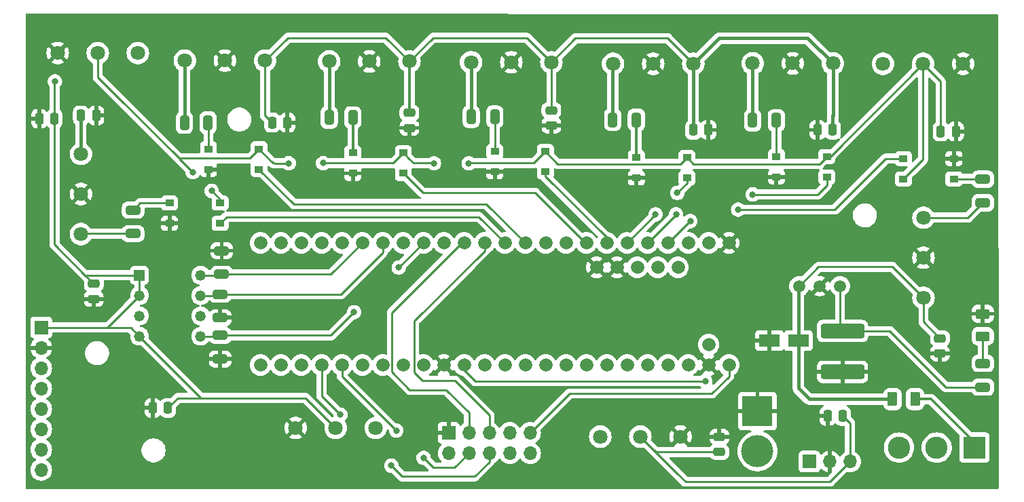
<source format=gbr>
%TF.GenerationSoftware,KiCad,Pcbnew,8.0.4*%
%TF.CreationDate,2024-10-31T19:44:00-04:00*%
%TF.ProjectId,Skibid-i,536b6962-6964-42d6-992e-6b696361645f,rev?*%
%TF.SameCoordinates,Original*%
%TF.FileFunction,Copper,L1,Top*%
%TF.FilePolarity,Positive*%
%FSLAX46Y46*%
G04 Gerber Fmt 4.6, Leading zero omitted, Abs format (unit mm)*
G04 Created by KiCad (PCBNEW 8.0.4) date 2024-10-31 19:44:00*
%MOMM*%
%LPD*%
G01*
G04 APERTURE LIST*
G04 Aperture macros list*
%AMRoundRect*
0 Rectangle with rounded corners*
0 $1 Rounding radius*
0 $2 $3 $4 $5 $6 $7 $8 $9 X,Y pos of 4 corners*
0 Add a 4 corners polygon primitive as box body*
4,1,4,$2,$3,$4,$5,$6,$7,$8,$9,$2,$3,0*
0 Add four circle primitives for the rounded corners*
1,1,$1+$1,$2,$3*
1,1,$1+$1,$4,$5*
1,1,$1+$1,$6,$7*
1,1,$1+$1,$8,$9*
0 Add four rect primitives between the rounded corners*
20,1,$1+$1,$2,$3,$4,$5,0*
20,1,$1+$1,$4,$5,$6,$7,0*
20,1,$1+$1,$6,$7,$8,$9,0*
20,1,$1+$1,$8,$9,$2,$3,0*%
G04 Aperture macros list end*
%TA.AperFunction,SMDPad,CuDef*%
%ADD10R,1.100000X0.900000*%
%TD*%
%TA.AperFunction,SMDPad,CuDef*%
%ADD11RoundRect,0.250000X-0.325000X-0.650000X0.325000X-0.650000X0.325000X0.650000X-0.325000X0.650000X0*%
%TD*%
%TA.AperFunction,ComponentPad*%
%ADD12R,1.700000X1.700000*%
%TD*%
%TA.AperFunction,ComponentPad*%
%ADD13O,1.700000X1.700000*%
%TD*%
%TA.AperFunction,SMDPad,CuDef*%
%ADD14RoundRect,0.250000X0.650000X-0.325000X0.650000X0.325000X-0.650000X0.325000X-0.650000X-0.325000X0*%
%TD*%
%TA.AperFunction,SMDPad,CuDef*%
%ADD15RoundRect,0.250000X-0.475000X0.250000X-0.475000X-0.250000X0.475000X-0.250000X0.475000X0.250000X0*%
%TD*%
%TA.AperFunction,SMDPad,CuDef*%
%ADD16RoundRect,0.250000X-0.650000X0.325000X-0.650000X-0.325000X0.650000X-0.325000X0.650000X0.325000X0*%
%TD*%
%TA.AperFunction,ComponentPad*%
%ADD17C,1.803400*%
%TD*%
%TA.AperFunction,ComponentPad*%
%ADD18C,1.498600*%
%TD*%
%TA.AperFunction,SMDPad,CuDef*%
%ADD19RoundRect,0.250000X-0.625000X0.375000X-0.625000X-0.375000X0.625000X-0.375000X0.625000X0.375000X0*%
%TD*%
%TA.AperFunction,SMDPad,CuDef*%
%ADD20RoundRect,0.250000X-0.250000X-0.475000X0.250000X-0.475000X0.250000X0.475000X-0.250000X0.475000X0*%
%TD*%
%TA.AperFunction,ComponentPad*%
%ADD21C,1.665000*%
%TD*%
%TA.AperFunction,ComponentPad*%
%ADD22R,2.775000X2.775000*%
%TD*%
%TA.AperFunction,ComponentPad*%
%ADD23C,2.775000*%
%TD*%
%TA.AperFunction,SMDPad,CuDef*%
%ADD24R,2.600000X1.600000*%
%TD*%
%TA.AperFunction,SMDPad,CuDef*%
%ADD25RoundRect,0.250000X0.250000X0.475000X-0.250000X0.475000X-0.250000X-0.475000X0.250000X-0.475000X0*%
%TD*%
%TA.AperFunction,ComponentPad*%
%ADD26R,3.800000X3.800000*%
%TD*%
%TA.AperFunction,ComponentPad*%
%ADD27C,4.000000*%
%TD*%
%TA.AperFunction,ComponentPad*%
%ADD28R,1.320800X1.320800*%
%TD*%
%TA.AperFunction,ComponentPad*%
%ADD29C,1.320800*%
%TD*%
%TA.AperFunction,SMDPad,CuDef*%
%ADD30RoundRect,0.250000X-2.450000X0.650000X-2.450000X-0.650000X2.450000X-0.650000X2.450000X0.650000X0*%
%TD*%
%TA.AperFunction,SMDPad,CuDef*%
%ADD31RoundRect,0.250000X-0.375000X-0.625000X0.375000X-0.625000X0.375000X0.625000X-0.375000X0.625000X0*%
%TD*%
%TA.AperFunction,ViaPad*%
%ADD32C,0.800000*%
%TD*%
%TA.AperFunction,Conductor*%
%ADD33C,0.250000*%
%TD*%
%TA.AperFunction,Conductor*%
%ADD34C,0.400000*%
%TD*%
%TA.AperFunction,Conductor*%
%ADD35C,0.300000*%
%TD*%
G04 APERTURE END LIST*
D10*
%TO.P,Q2,1*%
%TO.N,Net-(Q2-Pad1)*%
X240454899Y-48680000D03*
%TO.P,Q2,2*%
%TO.N,GND*%
X240454899Y-51220000D03*
%TO.P,Q2,3*%
%TO.N,Dis2*%
X246754899Y-51220000D03*
%TO.P,Q2,4*%
%TO.N,+3.3V*%
X246754899Y-48680000D03*
%TD*%
D11*
%TO.P,R2,1*%
%TO.N,OM2*%
X237500000Y-44150000D03*
%TO.P,R2,2*%
%TO.N,Net-(Q2-Pad1)*%
X240450000Y-44150000D03*
%TD*%
D12*
%TO.P,J15,1,Pin_1*%
%TO.N,Start*%
X244570000Y-86750000D03*
D13*
%TO.P,J15,2,Pin_2*%
%TO.N,GND*%
X247110000Y-86750000D03*
%TO.P,J15,3,Pin_3*%
%TO.N,+3.3V*%
X249650000Y-86750000D03*
%TD*%
D10*
%TO.P,Q4,1*%
%TO.N,Net-(Q4-Pad1)*%
X205354899Y-48030000D03*
%TO.P,Q4,2*%
%TO.N,GND*%
X205354899Y-50570000D03*
%TO.P,Q4,3*%
%TO.N,Dis4*%
X211654899Y-50570000D03*
%TO.P,Q4,4*%
%TO.N,+3.3V*%
X211654899Y-48030000D03*
%TD*%
D14*
%TO.P,R1,1*%
%TO.N,OM1*%
X266200000Y-54450000D03*
%TO.P,R1,2*%
%TO.N,Net-(Q1-Pad1)*%
X266200000Y-51500000D03*
%TD*%
D15*
%TO.P,C13,1*%
%TO.N,GND*%
X233350000Y-83650000D03*
%TO.P,C13,2*%
%TO.N,+3.3V*%
X233350000Y-85550000D03*
%TD*%
D10*
%TO.P,Q6,1*%
%TO.N,Net-(Q6-Pad1)*%
X169650000Y-47730000D03*
%TO.P,Q6,2*%
%TO.N,GND*%
X169650000Y-50270000D03*
%TO.P,Q6,3*%
%TO.N,Dis6*%
X175950000Y-50270000D03*
%TO.P,Q6,4*%
%TO.N,+3.3V*%
X175950000Y-47730000D03*
%TD*%
D16*
%TO.P,R8,1*%
%TO.N,Net-(D1-A)*%
X266200000Y-74500000D03*
%TO.P,R8,2*%
%TO.N,+5V*%
X266200000Y-77450000D03*
%TD*%
D17*
%TO.P,J8,1,Pin_1*%
%TO.N,+12V*%
X153750000Y-48350000D03*
%TO.P,J8,2,Pin_2*%
%TO.N,GND*%
X153750000Y-53350000D03*
%TO.P,J8,3,Pin_3*%
%TO.N,OM7*%
X153750000Y-58350000D03*
%TD*%
D15*
%TO.P,C8,1*%
%TO.N,+12V*%
X194704899Y-43200000D03*
%TO.P,C8,2*%
%TO.N,GND*%
X194704899Y-45100000D03*
%TD*%
D18*
%TO.P,J13,1,1*%
%TO.N,+12V*%
X243314900Y-64849501D03*
%TO.P,J13,2,2*%
%TO.N,GND*%
X245854900Y-64849501D03*
%TO.P,J13,3,3*%
%TO.N,+5V*%
X248394900Y-64849501D03*
%TD*%
D17*
%TO.P,J10,1,Pin_1*%
%TO.N,GND*%
X263750000Y-37100000D03*
%TO.P,J10,2,Pin_2*%
%TO.N,+3.3V*%
X258750000Y-37100000D03*
%TO.P,J10,3,Pin_3*%
%TO.N,LN2*%
X253750000Y-37100000D03*
%TD*%
%TO.P,J12,1,Pin_1*%
%TO.N,GND*%
X180509800Y-82550001D03*
%TO.P,J12,2,Pin_2*%
%TO.N,+3.3V*%
X185509800Y-82550001D03*
%TO.P,J12,3,Pin_3*%
%TO.N,LN3*%
X190509800Y-82550001D03*
%TD*%
D19*
%TO.P,D1,1,K*%
%TO.N,GND*%
X266200000Y-68300000D03*
%TO.P,D1,2,A*%
%TO.N,Net-(D1-A)*%
X266200000Y-71100000D03*
%TD*%
D10*
%TO.P,Q1,1*%
%TO.N,Net-(Q1-Pad1)*%
X262600000Y-51470000D03*
%TO.P,Q1,2*%
%TO.N,GND*%
X262600000Y-48930000D03*
%TO.P,Q1,3*%
%TO.N,Dis1*%
X256300000Y-48930000D03*
%TO.P,Q1,4*%
%TO.N,+3.3V*%
X256300000Y-51470000D03*
%TD*%
D17*
%TO.P,J4,1,Pin_1*%
%TO.N,+12V*%
X247504899Y-37050000D03*
%TO.P,J4,2,Pin_2*%
%TO.N,GND*%
X242504899Y-37050000D03*
%TO.P,J4,3,Pin_3*%
%TO.N,OM2*%
X237504899Y-37050000D03*
%TD*%
D20*
%TO.P,C9,1*%
%TO.N,+12V*%
X153750000Y-43545100D03*
%TO.P,C9,2*%
%TO.N,GND*%
X155650000Y-43545100D03*
%TD*%
D21*
%TO.P,IC1,1,TX1*%
%TO.N,unconnected-(IC1-TX1-Pad1)*%
X229470000Y-59450000D03*
%TO.P,IC1,2,OUT2*%
%TO.N,Dis1*%
X226930000Y-59450000D03*
%TO.P,IC1,3,LRCLK2*%
%TO.N,Dis2*%
X224390000Y-59450000D03*
%TO.P,IC1,4,BCLK2*%
%TO.N,Dis3*%
X221850000Y-59450000D03*
%TO.P,IC1,5,IN2*%
%TO.N,Dis4*%
X219310000Y-59450000D03*
%TO.P,IC1,6,OUT1D*%
%TO.N,Dis5*%
X216770000Y-59450000D03*
%TO.P,IC1,7,RX2*%
%TO.N,unconnected-(IC1-RX2-Pad7)*%
X214230000Y-59450000D03*
%TO.P,IC1,8,TX2*%
%TO.N,unconnected-(IC1-TX2-Pad8)*%
X211690000Y-59450000D03*
%TO.P,IC1,9,OUT1C*%
%TO.N,Dis6*%
X209150000Y-59450000D03*
%TO.P,IC1,10,CS_1*%
%TO.N,Dis7*%
X206610000Y-59450000D03*
%TO.P,IC1,11,MOSI*%
%TO.N,BDC1*%
X204070000Y-59450000D03*
%TO.P,IC1,12,MISO*%
%TO.N,BDC11*%
X201530000Y-59450000D03*
%TO.P,IC1,13,SCK*%
%TO.N,Start*%
X201530000Y-74690000D03*
%TO.P,IC1,14,A0*%
%TO.N,LN1*%
X204070000Y-74690000D03*
%TO.P,IC1,15,A1*%
%TO.N,LN2*%
X206610000Y-74690000D03*
%TO.P,IC1,16,A2*%
%TO.N,LN3*%
X209150000Y-74690000D03*
%TO.P,IC1,17,A3*%
%TO.N,LN4*%
X211690000Y-74690000D03*
%TO.P,IC1,18,A4*%
%TO.N,unconnected-(IC1-A4-Pad18)*%
X214230000Y-74690000D03*
%TO.P,IC1,19,A5*%
%TO.N,unconnected-(IC1-A5-Pad19)*%
X216770000Y-74690000D03*
%TO.P,IC1,20,A6*%
%TO.N,unconnected-(IC1-A6-Pad20)*%
X219310000Y-74690000D03*
%TO.P,IC1,21,A7*%
%TO.N,unconnected-(IC1-A7-Pad21)*%
X221850000Y-74690000D03*
%TO.P,IC1,22,A8*%
%TO.N,unconnected-(IC1-A8-Pad22)*%
X224390000Y-74690000D03*
%TO.P,IC1,23,A9*%
%TO.N,unconnected-(IC1-A9-Pad23)*%
X226930000Y-74690000D03*
%TO.P,IC1,24,A10*%
%TO.N,DIP1*%
X196450000Y-59450000D03*
%TO.P,IC1,25,A11*%
%TO.N,DIP2*%
X193910000Y-59450000D03*
%TO.P,IC1,26,A12*%
%TO.N,DIP3*%
X191370000Y-59450000D03*
%TO.P,IC1,27,A13*%
%TO.N,DIP4*%
X188830000Y-59450000D03*
%TO.P,IC1,28,RX7*%
%TO.N,unconnected-(IC1-RX7-Pad28)*%
X186290000Y-59450000D03*
%TO.P,IC1,29,TX7*%
%TO.N,unconnected-(IC1-TX7-Pad29)*%
X183750000Y-59450000D03*
%TO.P,IC1,30,CRX3*%
%TO.N,unconnected-(IC1-CRX3-Pad30)*%
X181210000Y-59450000D03*
%TO.P,IC1,31,CTX3*%
%TO.N,unconnected-(IC1-CTX3-Pad31)*%
X178670000Y-59450000D03*
%TO.P,IC1,32,OUT1B*%
%TO.N,unconnected-(IC1-OUT1B-Pad32)*%
X176130000Y-59450000D03*
%TO.P,IC1,33,MCLK2*%
%TO.N,unconnected-(IC1-MCLK2-Pad33)*%
X176130000Y-74690000D03*
%TO.P,IC1,34,RX8*%
%TO.N,unconnected-(IC1-RX8-Pad34)*%
X178670000Y-74690000D03*
%TO.P,IC1,35,TX8*%
%TO.N,unconnected-(IC1-TX8-Pad35)*%
X181210000Y-74690000D03*
%TO.P,IC1,36,CS_2*%
%TO.N,BDC22*%
X183750000Y-74690000D03*
%TO.P,IC1,37,CS_3*%
%TO.N,BDC2*%
X186290000Y-74690000D03*
%TO.P,IC1,38,A14*%
%TO.N,SCL*%
X188830000Y-74690000D03*
%TO.P,IC1,39,A15*%
%TO.N,SDA*%
X191370000Y-74690000D03*
%TO.P,IC1,40,A16*%
%TO.N,unconnected-(IC1-A16-Pad40)*%
X193910000Y-74690000D03*
%TO.P,IC1,41,A17*%
%TO.N,unconnected-(IC1-A17-Pad41)*%
X196450000Y-74690000D03*
%TO.P,IC1,42,3.3V_1*%
%TO.N,unconnected-(IC1-3.3V_1-Pad42)*%
X198990000Y-59450000D03*
%TO.P,IC1,48,GND_2*%
%TO.N,GND*%
X218040000Y-62500000D03*
%TO.P,IC1,49,GND_3*%
X220580000Y-62500000D03*
%TO.P,IC1,50,D+*%
%TO.N,unconnected-(IC1-D+-Pad50)*%
X223120000Y-62500000D03*
%TO.P,IC1,51,D-*%
%TO.N,unconnected-(IC1-D--Pad51)*%
X225660000Y-62500000D03*
%TO.P,IC1,52,+5V*%
%TO.N,unconnected-(IC1-+5V-Pad52)*%
X228200000Y-62500000D03*
%TO.P,IC1,53,3.3V_(250_M_A_MAX)*%
%TO.N,+3.3V*%
X229470000Y-74690000D03*
%TO.P,IC1,55,VIN_(3.6_TO_5.5_VOLTS)*%
%TO.N,+5V*%
X234550000Y-74690000D03*
%TO.P,IC1,57,RX1*%
%TO.N,unconnected-(IC1-RX1-Pad57)*%
X232010000Y-59450000D03*
%TO.P,IC1,68,VUSB*%
%TO.N,unconnected-(IC1-VUSB-Pad68)*%
X232010000Y-72150000D03*
%TO.P,IC1,69,GND_4*%
%TO.N,GND*%
X198990000Y-74690000D03*
%TO.P,IC1,70,GND_5*%
X232010000Y-74690000D03*
%TO.P,IC1,71,GND_6*%
X234550000Y-59450000D03*
%TD*%
D20*
%TO.P,C3,1*%
%TO.N,+12V*%
X177600000Y-44450000D03*
%TO.P,C3,2*%
%TO.N,GND*%
X179500000Y-44450000D03*
%TD*%
%TO.P,C7,1*%
%TO.N,+12V*%
X230100000Y-45350000D03*
%TO.P,C7,2*%
%TO.N,GND*%
X232000000Y-45350000D03*
%TD*%
D22*
%TO.P,ON,1,C*%
%TO.N,Net-(SW1-C)*%
X265150000Y-85000000D03*
D23*
%TO.P,ON,2,B*%
%TO.N,Net-(J19-Pin_2)*%
X260450000Y-85000000D03*
%TO.P,ON,3,A*%
%TO.N,unconnected-(SW1-A-Pad3)*%
X255750000Y-85000000D03*
%TD*%
D10*
%TO.P,Q5,1*%
%TO.N,Net-(Q5-Pad1)*%
X164800000Y-54460000D03*
%TO.P,Q5,2*%
%TO.N,GND*%
X164800000Y-57000000D03*
%TO.P,Q5,3*%
%TO.N,Dis7*%
X171100000Y-57000000D03*
%TO.P,Q5,4*%
%TO.N,+3.3V*%
X171100000Y-54460000D03*
%TD*%
D20*
%TO.P,C11,1*%
%TO.N,GND*%
X148550000Y-43950000D03*
%TO.P,C11,2*%
%TO.N,+3.3V*%
X150450000Y-43950000D03*
%TD*%
D17*
%TO.P,J2,1,Pin_1*%
%TO.N,GND*%
X228504900Y-83625001D03*
%TO.P,J2,2,Pin_2*%
%TO.N,+3.3V*%
X223504900Y-83625001D03*
%TO.P,J2,3,Pin_3*%
%TO.N,LN4*%
X218504900Y-83625001D03*
%TD*%
D20*
%TO.P,C15,1*%
%TO.N,GND*%
X162700000Y-80050000D03*
%TO.P,C15,2*%
%TO.N,+3.3V*%
X164600000Y-80050000D03*
%TD*%
D17*
%TO.P,J6,1,Pin_1*%
%TO.N,+12V*%
X212404899Y-36900000D03*
%TO.P,J6,2,Pin_2*%
%TO.N,GND*%
X207404899Y-36900000D03*
%TO.P,J6,3,Pin_3*%
%TO.N,OM4*%
X202404899Y-36900000D03*
%TD*%
D24*
%TO.P,C1,1*%
%TO.N,GND*%
X239600000Y-71650000D03*
%TO.P,C1,2*%
%TO.N,+12V*%
X243200000Y-71650000D03*
%TD*%
D25*
%TO.P,C5,1*%
%TO.N,+12V*%
X247500000Y-45350000D03*
%TO.P,C5,2*%
%TO.N,GND*%
X245600000Y-45350000D03*
%TD*%
D20*
%TO.P,C12,1*%
%TO.N,GND*%
X246850000Y-81050000D03*
%TO.P,C12,2*%
%TO.N,+3.3V*%
X248750000Y-81050000D03*
%TD*%
D17*
%TO.P,J5,1,Pin_1*%
%TO.N,+12V*%
X230100000Y-37100000D03*
%TO.P,J5,2,Pin_2*%
%TO.N,GND*%
X225100000Y-37100000D03*
%TO.P,J5,3,Pin_3*%
%TO.N,OM3*%
X220100000Y-37100000D03*
%TD*%
%TO.P,J9,1,Pin_1*%
%TO.N,+12V*%
X176700000Y-36700000D03*
%TO.P,J9,2,Pin_2*%
%TO.N,GND*%
X171700000Y-36700000D03*
%TO.P,J9,3,Pin_3*%
%TO.N,OM6*%
X166700000Y-36700000D03*
%TD*%
D16*
%TO.P,R11,1*%
%TO.N,DIP3*%
X171100000Y-65850000D03*
%TO.P,R11,2*%
%TO.N,GND*%
X171100000Y-68800000D03*
%TD*%
D11*
%TO.P,R4,1*%
%TO.N,OM4*%
X202404899Y-43700000D03*
%TO.P,R4,2*%
%TO.N,Net-(Q4-Pad1)*%
X205354899Y-43700000D03*
%TD*%
D16*
%TO.P,R9,1*%
%TO.N,GND*%
X171300000Y-60425000D03*
%TO.P,R9,2*%
%TO.N,DIP4*%
X171300000Y-63375000D03*
%TD*%
D17*
%TO.P,J7,1,Pin_1*%
%TO.N,+12V*%
X194704899Y-36800000D03*
%TO.P,J7,2,Pin_2*%
%TO.N,GND*%
X189704899Y-36800000D03*
%TO.P,J7,3,Pin_3*%
%TO.N,OM5*%
X184704899Y-36800000D03*
%TD*%
D26*
%TO.P,J19,1,Pin_1*%
%TO.N,GND*%
X238100000Y-80450000D03*
D27*
%TO.P,J19,2,Pin_2*%
%TO.N,Net-(J19-Pin_2)*%
X238100000Y-85450000D03*
%TD*%
D11*
%TO.P,R5,1*%
%TO.N,OM5*%
X184704899Y-43800000D03*
%TO.P,R5,2*%
%TO.N,Net-(Q7-Pad1)*%
X187654899Y-43800000D03*
%TD*%
D10*
%TO.P,Q3,1*%
%TO.N,Net-(Q3-Pad1)*%
X223004899Y-48800000D03*
%TO.P,Q3,2*%
%TO.N,GND*%
X223004899Y-51340000D03*
%TO.P,Q3,3*%
%TO.N,Dis3*%
X229304899Y-51340000D03*
%TO.P,Q3,4*%
%TO.N,+3.3V*%
X229304899Y-48800000D03*
%TD*%
D28*
%TO.P,SW2,1,1*%
%TO.N,+3.3V*%
X161050000Y-63480000D03*
D29*
%TO.P,SW2,2,2*%
X161050000Y-66020000D03*
%TO.P,SW2,3,3*%
%TO.N,unconnected-(SW2-Pad3)*%
X161050000Y-68560000D03*
%TO.P,SW2,4,4*%
%TO.N,+3.3V*%
X161050000Y-71100000D03*
%TO.P,SW2,5,5*%
%TO.N,DIP1*%
X168670000Y-71100000D03*
%TO.P,SW2,6,6*%
%TO.N,unconnected-(SW2-Pad6)*%
X168670000Y-68560000D03*
%TO.P,SW2,7,7*%
%TO.N,DIP3*%
X168670000Y-66020000D03*
%TO.P,SW2,8,8*%
%TO.N,DIP4*%
X168670000Y-63480000D03*
%TD*%
D12*
%TO.P,J1,1,Pin_1*%
%TO.N,GND*%
X199600000Y-83160000D03*
D13*
%TO.P,J1,2,Pin_2*%
%TO.N,unconnected-(J1-Pin_2-Pad2)*%
X199600000Y-85700000D03*
%TO.P,J1,3,Pin_3*%
%TO.N,BDC11*%
X202140000Y-83160000D03*
%TO.P,J1,4,Pin_4*%
%TO.N,BDC2*%
X202140000Y-85700000D03*
%TO.P,J1,5,Pin_5*%
%TO.N,BDC1*%
X204680000Y-83160000D03*
%TO.P,J1,6,Pin_6*%
%TO.N,BDC22*%
X204680000Y-85700000D03*
%TO.P,J1,7,Pin_7*%
%TO.N,unconnected-(J1-Pin_7-Pad7)*%
X207220000Y-83160000D03*
%TO.P,J1,8,Pin_8*%
%TO.N,unconnected-(J1-Pin_8-Pad8)*%
X207220000Y-85700000D03*
%TO.P,J1,9,Pin_9*%
%TO.N,+5V*%
X209760000Y-83160000D03*
%TO.P,J1,10,Pin_10*%
%TO.N,unconnected-(J1-Pin_10-Pad10)*%
X209760000Y-85700000D03*
%TD*%
D15*
%TO.P,C14,1*%
%TO.N,+3.3V*%
X155350000Y-64550000D03*
%TO.P,C14,2*%
%TO.N,GND*%
X155350000Y-66450000D03*
%TD*%
D12*
%TO.P,J17,1,Pin_1*%
%TO.N,+3.3V*%
X148800000Y-70000000D03*
D13*
%TO.P,J17,2,Pin_2*%
%TO.N,GND*%
X148800000Y-72540000D03*
%TO.P,J17,3,Pin_3*%
%TO.N,SCL*%
X148800000Y-75080000D03*
%TO.P,J17,4,Pin_4*%
%TO.N,SDA*%
X148800000Y-77620000D03*
%TO.P,J17,5,Pin_5*%
%TO.N,unconnected-(J17-Pin_5-Pad5)*%
X148800000Y-80160000D03*
%TO.P,J17,6,Pin_6*%
%TO.N,unconnected-(J17-Pin_6-Pad6)*%
X148800000Y-82700000D03*
%TO.P,J17,7,Pin_7*%
%TO.N,unconnected-(J17-Pin_7-Pad7)*%
X148800000Y-85240000D03*
%TO.P,J17,8,Pin_8*%
%TO.N,unconnected-(J17-Pin_8-Pad8)*%
X148800000Y-87780000D03*
%TD*%
D15*
%TO.P,C6,1*%
%TO.N,+12V*%
X212404899Y-42900000D03*
%TO.P,C6,2*%
%TO.N,GND*%
X212404899Y-44800000D03*
%TD*%
D17*
%TO.P,J3,1,Pin_1*%
%TO.N,+12V*%
X258800000Y-66300000D03*
%TO.P,J3,2,Pin_2*%
%TO.N,GND*%
X258800000Y-61300000D03*
%TO.P,J3,3,Pin_3*%
%TO.N,OM1*%
X258800000Y-56300000D03*
%TD*%
D15*
%TO.P,C4,1*%
%TO.N,+12V*%
X260850000Y-71350000D03*
%TO.P,C4,2*%
%TO.N,GND*%
X260850000Y-73250000D03*
%TD*%
D25*
%TO.P,C10,1*%
%TO.N,GND*%
X262850000Y-45550000D03*
%TO.P,C10,2*%
%TO.N,+3.3V*%
X260950000Y-45550000D03*
%TD*%
D30*
%TO.P,C2,1*%
%TO.N,+5V*%
X248700000Y-70450000D03*
%TO.P,C2,2*%
%TO.N,GND*%
X248700000Y-75550000D03*
%TD*%
D16*
%TO.P,R10,1*%
%TO.N,DIP1*%
X171100000Y-71000000D03*
%TO.P,R10,2*%
%TO.N,GND*%
X171100000Y-73950000D03*
%TD*%
D14*
%TO.P,R7,1*%
%TO.N,OM7*%
X160250000Y-58300000D03*
%TO.P,R7,2*%
%TO.N,Net-(Q5-Pad1)*%
X160250000Y-55350000D03*
%TD*%
D11*
%TO.P,R3,1*%
%TO.N,OM3*%
X220054899Y-44100000D03*
%TO.P,R3,2*%
%TO.N,Net-(Q3-Pad1)*%
X223004899Y-44100000D03*
%TD*%
%TO.P,R6,1*%
%TO.N,OM6*%
X166650000Y-44450000D03*
%TO.P,R6,2*%
%TO.N,Net-(Q6-Pad1)*%
X169600000Y-44450000D03*
%TD*%
D10*
%TO.P,Q7,1*%
%TO.N,Net-(Q7-Pad1)*%
X187654899Y-48230000D03*
%TO.P,Q7,2*%
%TO.N,GND*%
X187654899Y-50770000D03*
%TO.P,Q7,3*%
%TO.N,Dis5*%
X193954899Y-50770000D03*
%TO.P,Q7,4*%
%TO.N,+3.3V*%
X193954899Y-48230000D03*
%TD*%
D31*
%TO.P,F1,1*%
%TO.N,+12V*%
X254950000Y-78950000D03*
%TO.P,F1,2*%
%TO.N,Net-(SW1-C)*%
X257750000Y-78950000D03*
%TD*%
D17*
%TO.P,J20,1,Pin_1*%
%TO.N,GND*%
X150850000Y-35750000D03*
%TO.P,J20,2,Pin_2*%
%TO.N,+3.3V*%
X155850000Y-35750000D03*
%TO.P,J20,3,Pin_3*%
%TO.N,LN1*%
X160850000Y-35750000D03*
%TD*%
D32*
%TO.N,+3.3V*%
X150500000Y-39300000D03*
X197760000Y-49520000D03*
X170050000Y-52960000D03*
X179650000Y-49510000D03*
X183950000Y-49500000D03*
X202100000Y-49520000D03*
X167700000Y-50630000D03*
%TO.N,Start*%
X231600000Y-76700000D03*
%TO.N,BDC22*%
X186100000Y-80900000D03*
X192450000Y-87250000D03*
%TO.N,BDC2*%
X196475000Y-86275000D03*
X193075000Y-82875000D03*
%TO.N,DIP1*%
X193380000Y-62520000D03*
X187800000Y-68100000D03*
%TO.N,Dis1*%
X235700000Y-55300000D03*
X229730000Y-56730000D03*
%TO.N,Dis2*%
X227945000Y-55895000D03*
X237500000Y-53400000D03*
%TO.N,Dis3*%
X225400000Y-55900000D03*
X228110000Y-53210000D03*
%TD*%
D33*
%TO.N,+3.3V*%
X150450000Y-39350000D02*
X150500000Y-39300000D01*
X150450000Y-41150000D02*
X150450000Y-39350000D01*
%TO.N,+12V*%
X209354899Y-33850000D02*
X197654899Y-33850000D01*
X230104899Y-37104899D02*
X230100000Y-37100000D01*
D34*
X230104899Y-43100000D02*
X230100000Y-43104899D01*
D33*
X258800000Y-69300000D02*
X258800000Y-66300000D01*
D34*
X230104899Y-43100000D02*
X230104899Y-37104899D01*
D33*
X254950000Y-62450000D02*
X258800000Y-66300000D01*
X176700000Y-36700000D02*
X176700000Y-43550000D01*
X179550000Y-33850000D02*
X191754899Y-33850000D01*
X176700000Y-43550000D02*
X177600000Y-44450000D01*
D34*
X247500000Y-43554899D02*
X247500000Y-45350000D01*
X243200000Y-71650000D02*
X243200000Y-64964401D01*
D33*
X260850000Y-71350000D02*
X258800000Y-69300000D01*
X245714401Y-62450000D02*
X254950000Y-62450000D01*
X243200000Y-64964401D02*
X243314900Y-64849501D01*
X212404899Y-36900000D02*
X209354899Y-33850000D01*
D34*
X244550000Y-78950000D02*
X254950000Y-78950000D01*
D33*
X243314900Y-64849501D02*
X245714401Y-62450000D01*
X176700000Y-36700000D02*
X179550000Y-33850000D01*
D34*
X230100000Y-43104899D02*
X230100000Y-45350000D01*
D33*
X212404899Y-36900000D02*
X212404899Y-42900000D01*
X197654899Y-33850000D02*
X194704899Y-36800000D01*
D35*
X194704899Y-36800000D02*
X194704899Y-43200000D01*
D33*
X226900000Y-33900000D02*
X215404899Y-33900000D01*
D34*
X243200000Y-71650000D02*
X243200000Y-77600000D01*
X233300000Y-33900000D02*
X230100000Y-37100000D01*
X247504899Y-43550000D02*
X247504899Y-37050000D01*
X153750000Y-48350000D02*
X153750000Y-43545100D01*
D33*
X230100000Y-37100000D02*
X226900000Y-33900000D01*
D34*
X247504899Y-43550000D02*
X247500000Y-43554899D01*
D33*
X191754899Y-33850000D02*
X194704899Y-36800000D01*
D34*
X244354899Y-33900000D02*
X233300000Y-33900000D01*
X243200000Y-77600000D02*
X244550000Y-78950000D01*
D33*
X215404899Y-33900000D02*
X212404899Y-36900000D01*
D34*
X247504899Y-37050000D02*
X244354899Y-33900000D01*
D33*
%TO.N,+5V*%
X232400000Y-78250000D02*
X234550000Y-76100000D01*
X248700000Y-70450000D02*
X254600000Y-70450000D01*
X248394900Y-70144900D02*
X248700000Y-70450000D01*
X261600000Y-77450000D02*
X266200000Y-77450000D01*
X254600000Y-70450000D02*
X261600000Y-77450000D01*
X209760000Y-83160000D02*
X214670000Y-78250000D01*
X248394900Y-64849501D02*
X248394900Y-70144900D01*
X214670000Y-78250000D02*
X232400000Y-78250000D01*
X248750000Y-65204601D02*
X248394900Y-64849501D01*
X234550000Y-76100000D02*
X234550000Y-74690000D01*
%TO.N,+3.3V*%
X246754899Y-48680000D02*
X247170000Y-48680000D01*
X210184899Y-49500000D02*
X211654899Y-48030000D01*
X223504900Y-83625001D02*
X228089950Y-88210050D01*
X195200000Y-49500000D02*
X197740000Y-49500000D01*
X179650000Y-49510000D02*
X177840000Y-49510000D01*
X171100000Y-54000000D02*
X171090000Y-54000000D01*
X157250000Y-70030000D02*
X159980000Y-70030000D01*
X164600000Y-80050000D02*
X165850000Y-78800000D01*
X223504900Y-83625001D02*
X225429899Y-85550000D01*
X185104900Y-82404901D02*
X184959800Y-82550001D01*
X166000000Y-48900000D02*
X158050000Y-40950000D01*
X211654899Y-48054899D02*
X213200000Y-49600000D01*
X177840000Y-49510000D02*
X177830000Y-49500000D01*
X157250000Y-70030000D02*
X157220000Y-70000000D01*
X228504899Y-49600000D02*
X229304899Y-48800000D01*
X174780000Y-48900000D02*
X166000000Y-48900000D01*
X211654899Y-48030000D02*
X211654899Y-48054899D01*
X229304899Y-48800000D02*
X229304899Y-48804899D01*
X159460000Y-67610000D02*
X159350000Y-67720000D01*
X150450000Y-43950000D02*
X150450000Y-59650000D01*
X150450000Y-59650000D02*
X154280000Y-63480000D01*
X159980000Y-70030000D02*
X161050000Y-71100000D01*
X154280000Y-63480000D02*
X155350000Y-64550000D01*
X158050000Y-40950000D02*
X155850000Y-38750000D01*
X175950000Y-47730000D02*
X174780000Y-48900000D01*
X185404900Y-82350001D02*
X185354900Y-82400001D01*
X155850000Y-38750000D02*
X155850000Y-35750000D01*
X157220000Y-70000000D02*
X148800000Y-70000000D01*
X192684899Y-49500000D02*
X193954899Y-48230000D01*
X197740000Y-49500000D02*
X197760000Y-49520000D01*
X194654899Y-48954899D02*
X195200000Y-49500000D01*
X245834899Y-49600000D02*
X246754899Y-48680000D01*
X225429899Y-85550000D02*
X233350000Y-85550000D01*
X229129900Y-89250000D02*
X247150000Y-89250000D01*
X260950000Y-39300000D02*
X260950000Y-45550000D01*
X213200000Y-49600000D02*
X228504899Y-49600000D01*
X181759799Y-78800000D02*
X185509800Y-82550001D01*
X161050000Y-66020000D02*
X159460000Y-67610000D01*
X159460000Y-67610000D02*
X157040000Y-70030000D01*
X193954899Y-48230000D02*
X194654899Y-48930000D01*
X177830000Y-49500000D02*
X177720000Y-49500000D01*
X202120000Y-49500000D02*
X210184899Y-49500000D01*
X258750000Y-49020000D02*
X256300000Y-51470000D01*
X168750000Y-78800000D02*
X181759799Y-78800000D01*
X161050000Y-71100000D02*
X168750000Y-78800000D01*
X230100000Y-49600000D02*
X245834899Y-49600000D01*
X247170000Y-48680000D02*
X258750000Y-37100000D01*
X177720000Y-49500000D02*
X175950000Y-47730000D01*
X202100000Y-49520000D02*
X202120000Y-49500000D01*
X228089950Y-88210050D02*
X229129900Y-89250000D01*
X165850000Y-78800000D02*
X168750000Y-78800000D01*
X157040000Y-70030000D02*
X157250000Y-70030000D01*
X171090000Y-54000000D02*
X170050000Y-52960000D01*
X194654899Y-48930000D02*
X194654899Y-48954899D01*
X171100000Y-54460000D02*
X171100000Y-54000000D01*
X249650000Y-81950000D02*
X248750000Y-81050000D01*
X167700000Y-50630000D02*
X166000000Y-48930000D01*
X150450000Y-43950000D02*
X150450000Y-41150000D01*
X154280000Y-63480000D02*
X161050000Y-63480000D01*
X183950000Y-49500000D02*
X192684899Y-49500000D01*
X161050000Y-63480000D02*
X161050000Y-66020000D01*
X258750000Y-37100000D02*
X260950000Y-39300000D01*
X258750000Y-37100000D02*
X258750000Y-49020000D01*
X229304899Y-48804899D02*
X230100000Y-49600000D01*
X166000000Y-48930000D02*
X166000000Y-48900000D01*
X249650000Y-86750000D02*
X249650000Y-81950000D01*
X247150000Y-89250000D02*
X249650000Y-86750000D01*
X223500000Y-83629901D02*
X223504900Y-83625001D01*
%TO.N,Net-(Q1-Pad1)*%
X266170000Y-51470000D02*
X266200000Y-51500000D01*
X262600000Y-51470000D02*
X266170000Y-51470000D01*
%TO.N,Net-(D1-A)*%
X266200000Y-74500000D02*
X266200000Y-71100000D01*
%TO.N,OM1*%
X264350000Y-56300000D02*
X266200000Y-54450000D01*
X258800000Y-56300000D02*
X264350000Y-56300000D01*
%TO.N,OM2*%
X237500000Y-37054899D02*
X237504899Y-37050000D01*
D34*
X237500000Y-44150000D02*
X237500000Y-37054899D01*
%TO.N,OM3*%
X220054899Y-44100000D02*
X220054899Y-37145101D01*
D33*
X220054899Y-37145101D02*
X220100000Y-37100000D01*
D34*
%TO.N,OM4*%
X202404899Y-43700000D02*
X202404899Y-36900000D01*
%TO.N,OM5*%
X184704899Y-36800000D02*
X184704899Y-43800000D01*
D33*
%TO.N,OM7*%
X153800000Y-58300000D02*
X153750000Y-58350000D01*
X160250000Y-58300000D02*
X153800000Y-58300000D01*
D34*
%TO.N,OM6*%
X166650000Y-36750000D02*
X166650000Y-44450000D01*
D33*
X166650000Y-36750000D02*
X166700000Y-36700000D01*
%TO.N,Start*%
X231600000Y-76700000D02*
X202900000Y-76700000D01*
X202900000Y-76700000D02*
X201530000Y-75330000D01*
X201530000Y-75330000D02*
X201530000Y-74690000D01*
%TO.N,BDC22*%
X193800000Y-88600000D02*
X192450000Y-87250000D01*
X193800000Y-88600000D02*
X202850000Y-88600000D01*
X202850000Y-88600000D02*
X204680000Y-86770000D01*
X186100000Y-80900000D02*
X183750000Y-78550000D01*
X183750000Y-74690000D02*
X183750000Y-78550000D01*
X204680000Y-86770000D02*
X204680000Y-85700000D01*
%TO.N,BDC2*%
X186290000Y-76090000D02*
X186290000Y-74690000D01*
X196475000Y-86275000D02*
X197700000Y-87500000D01*
X197700000Y-87500000D02*
X200340000Y-87500000D01*
X186290000Y-74690000D02*
X186290000Y-74990000D01*
X193075000Y-82875000D02*
X186290000Y-76090000D01*
X200340000Y-87500000D02*
X202140000Y-85700000D01*
%TO.N,BDC11*%
X201530000Y-59450000D02*
X201250000Y-59450000D01*
X201250000Y-59450000D02*
X192527500Y-68172500D01*
X192527500Y-68172500D02*
X192527500Y-75577500D01*
X199320000Y-77800000D02*
X202140000Y-80620000D01*
X202140000Y-80620000D02*
X202140000Y-83160000D01*
X194750000Y-77800000D02*
X199320000Y-77800000D01*
X192527500Y-75577500D02*
X194750000Y-77800000D01*
%TO.N,BDC1*%
X204680000Y-80930000D02*
X204680000Y-83160000D01*
X200400000Y-76650000D02*
X204680000Y-80930000D01*
X195292500Y-75592500D02*
X196350000Y-76650000D01*
X204070000Y-60430000D02*
X195292500Y-69207500D01*
X204070000Y-59450000D02*
X204070000Y-60430000D01*
X196350000Y-76650000D02*
X200400000Y-76650000D01*
X195292500Y-69207500D02*
X195292500Y-75592500D01*
%TO.N,DIP4*%
X171195000Y-63480000D02*
X171300000Y-63375000D01*
X168670000Y-63480000D02*
X171195000Y-63480000D01*
X184905000Y-63375000D02*
X188830000Y-59450000D01*
X171300000Y-63375000D02*
X184905000Y-63375000D01*
%TO.N,DIP1*%
X187800000Y-68100000D02*
X184900000Y-71000000D01*
X184900000Y-71000000D02*
X171100000Y-71000000D01*
X196450000Y-59450000D02*
X193380000Y-62520000D01*
X171000000Y-71100000D02*
X171100000Y-71000000D01*
X168670000Y-71100000D02*
X171000000Y-71100000D01*
%TO.N,DIP3*%
X186150000Y-65850000D02*
X171100000Y-65850000D01*
X191370000Y-60630000D02*
X186150000Y-65850000D01*
X170930000Y-66020000D02*
X171100000Y-65850000D01*
X191370000Y-59450000D02*
X191370000Y-60630000D01*
X168670000Y-66020000D02*
X170930000Y-66020000D01*
%TO.N,Dis4*%
X211654899Y-50570000D02*
X211654899Y-51154899D01*
X211654899Y-51154899D02*
X219310000Y-58810000D01*
X211654899Y-50570000D02*
X211754899Y-50570000D01*
X211700000Y-50615101D02*
X211654899Y-50570000D01*
X219310000Y-58810000D02*
X219310000Y-59450000D01*
%TO.N,Dis1*%
X229730000Y-56730000D02*
X229650000Y-56730000D01*
X229650000Y-56730000D02*
X226930000Y-59450000D01*
X235700000Y-55300000D02*
X247700000Y-55300000D01*
X247700000Y-55300000D02*
X254070000Y-48930000D01*
X254070000Y-48930000D02*
X256300000Y-48930000D01*
%TO.N,Dis2*%
X245600000Y-53400000D02*
X246754899Y-52245101D01*
X246754899Y-52245101D02*
X246754899Y-51220000D01*
X237500000Y-53400000D02*
X245600000Y-53400000D01*
X227945000Y-55895000D02*
X224390000Y-59450000D01*
%TO.N,Dis5*%
X193954899Y-50770000D02*
X196384899Y-53200000D01*
X210400000Y-53200000D02*
X216650000Y-59450000D01*
X196384899Y-53200000D02*
X210400000Y-53200000D01*
X216650000Y-59450000D02*
X216770000Y-59450000D01*
%TO.N,Dis3*%
X225400000Y-55900000D02*
X221850000Y-59450000D01*
X229304899Y-51340000D02*
X229304899Y-51995101D01*
X229304899Y-51995101D02*
X228110000Y-53190000D01*
X228110000Y-53190000D02*
X228110000Y-53210000D01*
%TO.N,Dis7*%
X171900000Y-56200000D02*
X171100000Y-57000000D01*
X206610000Y-59450000D02*
X203360000Y-56200000D01*
X203360000Y-56200000D02*
X171900000Y-56200000D01*
%TO.N,Dis6*%
X209150000Y-59450000D02*
X204300000Y-54600000D01*
X180280000Y-54600000D02*
X175950000Y-50270000D01*
X204300000Y-54600000D02*
X180280000Y-54600000D01*
%TO.N,Net-(Q2-Pad1)*%
X240454899Y-44154899D02*
X240450000Y-44150000D01*
X240454899Y-48680000D02*
X240454899Y-44154899D01*
D35*
%TO.N,Net-(Q3-Pad1)*%
X223004899Y-44100000D02*
X223004899Y-48800000D01*
D33*
%TO.N,Net-(Q4-Pad1)*%
X205354899Y-43700000D02*
X205354899Y-48030000D01*
%TO.N,Net-(Q5-Pad1)*%
X161140000Y-54460000D02*
X160250000Y-55350000D01*
X164800000Y-54460000D02*
X161140000Y-54460000D01*
%TO.N,Net-(Q6-Pad1)*%
X169600000Y-47680000D02*
X169650000Y-47730000D01*
X169650000Y-47730000D02*
X169650000Y-44500000D01*
X169650000Y-44500000D02*
X169600000Y-44450000D01*
D35*
%TO.N,Net-(Q7-Pad1)*%
X187654899Y-48230000D02*
X187654899Y-43800000D01*
%TO.N,Net-(SW1-C)*%
X265150000Y-84350000D02*
X265150000Y-85000000D01*
X257750000Y-78950000D02*
X259750000Y-78950000D01*
X259750000Y-78950000D02*
X265150000Y-84350000D01*
%TD*%
%TA.AperFunction,Conductor*%
%TO.N,GND*%
G36*
X200092360Y-75438808D02*
G01*
X200148387Y-75358793D01*
X200151092Y-75354109D01*
X200152656Y-75355012D01*
X200193475Y-75308620D01*
X200260662Y-75289444D01*
X200327550Y-75309635D01*
X200367043Y-75355185D01*
X200368473Y-75354360D01*
X200371176Y-75359042D01*
X200371178Y-75359046D01*
X200504962Y-75550109D01*
X200669891Y-75715038D01*
X200860954Y-75848822D01*
X200988132Y-75908126D01*
X201072339Y-75947392D01*
X201072341Y-75947392D01*
X201072346Y-75947395D01*
X201072351Y-75947396D01*
X201072353Y-75947397D01*
X201087300Y-75951402D01*
X201297643Y-76007763D01*
X201297647Y-76007763D01*
X201300423Y-76008507D01*
X201356011Y-76040601D01*
X202501263Y-77185855D01*
X202501267Y-77185858D01*
X202603710Y-77254309D01*
X202603711Y-77254309D01*
X202603715Y-77254312D01*
X202654868Y-77275500D01*
X202717548Y-77301463D01*
X202737597Y-77305451D01*
X202759677Y-77309843D01*
X202838392Y-77325501D01*
X202838394Y-77325501D01*
X202967721Y-77325501D01*
X202967741Y-77325500D01*
X230896252Y-77325500D01*
X230963291Y-77345185D01*
X230988400Y-77366526D01*
X230994126Y-77372885D01*
X230994129Y-77372888D01*
X231010244Y-77384596D01*
X231031696Y-77400182D01*
X231074362Y-77455512D01*
X231080341Y-77525125D01*
X231047736Y-77586920D01*
X230986897Y-77621277D01*
X230958811Y-77624500D01*
X214737741Y-77624500D01*
X214737721Y-77624499D01*
X214731607Y-77624499D01*
X214608394Y-77624499D01*
X214507597Y-77644548D01*
X214507592Y-77644548D01*
X214487549Y-77648536D01*
X214487547Y-77648536D01*
X214440397Y-77668067D01*
X214373719Y-77695685D01*
X214373717Y-77695686D01*
X214271266Y-77764141D01*
X214271263Y-77764144D01*
X210215646Y-81819762D01*
X210154323Y-81853247D01*
X210095872Y-81851856D01*
X209995413Y-81824938D01*
X209995403Y-81824936D01*
X209760001Y-81804341D01*
X209759999Y-81804341D01*
X209524596Y-81824936D01*
X209524586Y-81824938D01*
X209296344Y-81886094D01*
X209296335Y-81886098D01*
X209082171Y-81985964D01*
X209082169Y-81985965D01*
X208888597Y-82121505D01*
X208721505Y-82288597D01*
X208591575Y-82474158D01*
X208536998Y-82517783D01*
X208467500Y-82524977D01*
X208405145Y-82493454D01*
X208388425Y-82474158D01*
X208258494Y-82288597D01*
X208091402Y-82121506D01*
X208091395Y-82121501D01*
X207897834Y-81985967D01*
X207897830Y-81985965D01*
X207897828Y-81985964D01*
X207683663Y-81886097D01*
X207683659Y-81886096D01*
X207683655Y-81886094D01*
X207455413Y-81824938D01*
X207455403Y-81824936D01*
X207220001Y-81804341D01*
X207219999Y-81804341D01*
X206984596Y-81824936D01*
X206984586Y-81824938D01*
X206756344Y-81886094D01*
X206756335Y-81886098D01*
X206542171Y-81985964D01*
X206542169Y-81985965D01*
X206348597Y-82121505D01*
X206181505Y-82288597D01*
X206051575Y-82474158D01*
X205996998Y-82517783D01*
X205927500Y-82524977D01*
X205865145Y-82493454D01*
X205848425Y-82474158D01*
X205718494Y-82288597D01*
X205551402Y-82121506D01*
X205551401Y-82121505D01*
X205418093Y-82028161D01*
X205358376Y-81986347D01*
X205314751Y-81931770D01*
X205305500Y-81884772D01*
X205305500Y-80868396D01*
X205305500Y-80868394D01*
X205281463Y-80747548D01*
X205266633Y-80711746D01*
X205266633Y-80711745D01*
X205234313Y-80633716D01*
X205234312Y-80633714D01*
X205200084Y-80582490D01*
X205165858Y-80531267D01*
X205165856Y-80531264D01*
X205075637Y-80441045D01*
X205075606Y-80441016D01*
X200890198Y-76255608D01*
X200890178Y-76255586D01*
X200798733Y-76164141D01*
X200747509Y-76129915D01*
X200696287Y-76095689D01*
X200696286Y-76095688D01*
X200696283Y-76095686D01*
X200696280Y-76095685D01*
X200615792Y-76062347D01*
X200582453Y-76048537D01*
X200572427Y-76046543D01*
X200522029Y-76036518D01*
X200516182Y-76035355D01*
X200461610Y-76024500D01*
X200461607Y-76024500D01*
X200461606Y-76024500D01*
X199800557Y-76024500D01*
X199733518Y-76004815D01*
X199687763Y-75952011D01*
X199677819Y-75882853D01*
X199706844Y-75819297D01*
X199729433Y-75798925D01*
X199738808Y-75792360D01*
X199164317Y-75217870D01*
X199204222Y-75207178D01*
X199330778Y-75134110D01*
X199434110Y-75030778D01*
X199507178Y-74904222D01*
X199517870Y-74864317D01*
X200092360Y-75438808D01*
G37*
%TD.AperFunction*%
%TA.AperFunction,Conductor*%
G36*
X233112360Y-75438808D02*
G01*
X233168387Y-75358793D01*
X233171092Y-75354109D01*
X233172656Y-75355012D01*
X233213475Y-75308620D01*
X233280662Y-75289444D01*
X233347550Y-75309635D01*
X233387043Y-75355185D01*
X233388473Y-75354360D01*
X233391176Y-75359042D01*
X233391178Y-75359046D01*
X233524962Y-75550109D01*
X233524966Y-75550113D01*
X233689890Y-75715037D01*
X233780860Y-75778736D01*
X233824485Y-75833313D01*
X233831677Y-75902811D01*
X233800154Y-75965166D01*
X233797417Y-75967991D01*
X232662470Y-77102938D01*
X232601147Y-77136423D01*
X232531455Y-77131439D01*
X232475522Y-77089567D01*
X232451105Y-77024103D01*
X232456857Y-76976944D01*
X232485674Y-76888256D01*
X232505460Y-76700000D01*
X232485674Y-76511744D01*
X232427179Y-76331716D01*
X232332533Y-76167784D01*
X232328715Y-76162529D01*
X232330167Y-76161473D01*
X232303721Y-76106370D01*
X232312344Y-76037035D01*
X232357083Y-75983368D01*
X232394007Y-75966611D01*
X232467475Y-75946925D01*
X232467484Y-75946921D01*
X232678794Y-75848386D01*
X232758808Y-75792360D01*
X232184317Y-75217870D01*
X232224222Y-75207178D01*
X232350778Y-75134110D01*
X232454110Y-75030778D01*
X232527178Y-74904222D01*
X232537870Y-74864317D01*
X233112360Y-75438808D01*
G37*
%TD.AperFunction*%
%TA.AperFunction,Conductor*%
G36*
X231492822Y-74904222D02*
G01*
X231565890Y-75030778D01*
X231669222Y-75134110D01*
X231795778Y-75207178D01*
X231835682Y-75217870D01*
X231254665Y-75798885D01*
X231245842Y-75842789D01*
X231197226Y-75892971D01*
X231186519Y-75898373D01*
X231147271Y-75915847D01*
X231147265Y-75915851D01*
X230994130Y-76027110D01*
X230994126Y-76027114D01*
X230988400Y-76033474D01*
X230928913Y-76070121D01*
X230896252Y-76074500D01*
X230210022Y-76074500D01*
X230142983Y-76054815D01*
X230097228Y-76002011D01*
X230087284Y-75932853D01*
X230116309Y-75869297D01*
X230138898Y-75848925D01*
X230139043Y-75848823D01*
X230139046Y-75848822D01*
X230330109Y-75715038D01*
X230495038Y-75550109D01*
X230628822Y-75359046D01*
X230628826Y-75359035D01*
X230631527Y-75354360D01*
X230633016Y-75355219D01*
X230674060Y-75308600D01*
X230741252Y-75289444D01*
X230808134Y-75309655D01*
X230847401Y-75354971D01*
X230848905Y-75354104D01*
X230851613Y-75358795D01*
X230907638Y-75438807D01*
X230907639Y-75438808D01*
X231482129Y-74864317D01*
X231492822Y-74904222D01*
G37*
%TD.AperFunction*%
%TA.AperFunction,Conductor*%
G36*
X198472822Y-74904222D02*
G01*
X198545890Y-75030778D01*
X198649222Y-75134110D01*
X198775778Y-75207178D01*
X198815682Y-75217870D01*
X198241190Y-75792360D01*
X198250565Y-75798924D01*
X198294190Y-75853501D01*
X198301384Y-75922999D01*
X198269862Y-75985354D01*
X198209632Y-76020769D01*
X198179442Y-76024500D01*
X197261429Y-76024500D01*
X197194390Y-76004815D01*
X197148635Y-75952011D01*
X197138691Y-75882853D01*
X197167716Y-75819297D01*
X197190300Y-75798928D01*
X197310109Y-75715038D01*
X197475038Y-75550109D01*
X197608822Y-75359046D01*
X197608826Y-75359035D01*
X197611527Y-75354360D01*
X197613016Y-75355219D01*
X197654060Y-75308600D01*
X197721252Y-75289444D01*
X197788134Y-75309655D01*
X197827401Y-75354971D01*
X197828905Y-75354104D01*
X197831613Y-75358795D01*
X197887638Y-75438807D01*
X197887639Y-75438808D01*
X198462129Y-74864317D01*
X198472822Y-74904222D01*
G37*
%TD.AperFunction*%
%TA.AperFunction,Conductor*%
G36*
X267999280Y-30919978D02*
G01*
X268066299Y-30939729D01*
X268112001Y-30992578D01*
X268123156Y-31043821D01*
X268196000Y-88638767D01*
X268196000Y-90026000D01*
X268176315Y-90093039D01*
X268123511Y-90138794D01*
X268072000Y-90150000D01*
X146974000Y-90150000D01*
X146906961Y-90130315D01*
X146861206Y-90077511D01*
X146850000Y-90026000D01*
X146850000Y-75079999D01*
X147444341Y-75079999D01*
X147444341Y-75080000D01*
X147464936Y-75315403D01*
X147464938Y-75315413D01*
X147526094Y-75543655D01*
X147526096Y-75543659D01*
X147526097Y-75543663D01*
X147606008Y-75715033D01*
X147625965Y-75757830D01*
X147625967Y-75757834D01*
X147720592Y-75892971D01*
X147758701Y-75947397D01*
X147761501Y-75951395D01*
X147761506Y-75951402D01*
X147928597Y-76118493D01*
X147928603Y-76118498D01*
X148114158Y-76248425D01*
X148157783Y-76303002D01*
X148164977Y-76372500D01*
X148133454Y-76434855D01*
X148114158Y-76451575D01*
X147928597Y-76581505D01*
X147761505Y-76748597D01*
X147625965Y-76942169D01*
X147625964Y-76942171D01*
X147526098Y-77156335D01*
X147526094Y-77156344D01*
X147464938Y-77384586D01*
X147464936Y-77384596D01*
X147444341Y-77619999D01*
X147444341Y-77620000D01*
X147464936Y-77855403D01*
X147464938Y-77855413D01*
X147526094Y-78083655D01*
X147526096Y-78083659D01*
X147526097Y-78083663D01*
X147594249Y-78229815D01*
X147625965Y-78297830D01*
X147625967Y-78297834D01*
X147761501Y-78491395D01*
X147761506Y-78491402D01*
X147928597Y-78658493D01*
X147928603Y-78658498D01*
X148114158Y-78788425D01*
X148157783Y-78843002D01*
X148164977Y-78912500D01*
X148133454Y-78974855D01*
X148114158Y-78991575D01*
X147928597Y-79121505D01*
X147761505Y-79288597D01*
X147625965Y-79482169D01*
X147625964Y-79482171D01*
X147526098Y-79696335D01*
X147526094Y-79696344D01*
X147464938Y-79924586D01*
X147464936Y-79924596D01*
X147444341Y-80159999D01*
X147444341Y-80160000D01*
X147464936Y-80395403D01*
X147464938Y-80395413D01*
X147526094Y-80623655D01*
X147526096Y-80623659D01*
X147526097Y-80623663D01*
X147583865Y-80747546D01*
X147625965Y-80837830D01*
X147625967Y-80837834D01*
X147761501Y-81031395D01*
X147761506Y-81031402D01*
X147928597Y-81198493D01*
X147928603Y-81198498D01*
X148114158Y-81328425D01*
X148157783Y-81383002D01*
X148164977Y-81452500D01*
X148133454Y-81514855D01*
X148114158Y-81531575D01*
X147928597Y-81661505D01*
X147761505Y-81828597D01*
X147625965Y-82022169D01*
X147625964Y-82022171D01*
X147526098Y-82236335D01*
X147526094Y-82236344D01*
X147464938Y-82464586D01*
X147464936Y-82464596D01*
X147444341Y-82699999D01*
X147444341Y-82700000D01*
X147464936Y-82935403D01*
X147464938Y-82935413D01*
X147526094Y-83163655D01*
X147526096Y-83163659D01*
X147526097Y-83163663D01*
X147576358Y-83271447D01*
X147625965Y-83377830D01*
X147625967Y-83377834D01*
X147715022Y-83505016D01*
X147756767Y-83564635D01*
X147761501Y-83571395D01*
X147761506Y-83571402D01*
X147928597Y-83738493D01*
X147928603Y-83738498D01*
X148114158Y-83868425D01*
X148157783Y-83923002D01*
X148164977Y-83992500D01*
X148133454Y-84054855D01*
X148114158Y-84071575D01*
X147928597Y-84201505D01*
X147761505Y-84368597D01*
X147625965Y-84562169D01*
X147625964Y-84562171D01*
X147526098Y-84776335D01*
X147526094Y-84776344D01*
X147464938Y-85004586D01*
X147464936Y-85004596D01*
X147444341Y-85239999D01*
X147444341Y-85240000D01*
X147464936Y-85475403D01*
X147464938Y-85475413D01*
X147526094Y-85703655D01*
X147526096Y-85703659D01*
X147526097Y-85703663D01*
X147607669Y-85878594D01*
X147625965Y-85917830D01*
X147625967Y-85917834D01*
X147761501Y-86111395D01*
X147761506Y-86111402D01*
X147928597Y-86278493D01*
X147928603Y-86278498D01*
X148114158Y-86408425D01*
X148157783Y-86463002D01*
X148164977Y-86532500D01*
X148133454Y-86594855D01*
X148114158Y-86611575D01*
X147928597Y-86741505D01*
X147761505Y-86908597D01*
X147625965Y-87102169D01*
X147625964Y-87102171D01*
X147526098Y-87316335D01*
X147526094Y-87316344D01*
X147464938Y-87544586D01*
X147464936Y-87544596D01*
X147444341Y-87779999D01*
X147444341Y-87780000D01*
X147464936Y-88015403D01*
X147464938Y-88015413D01*
X147526094Y-88243655D01*
X147526096Y-88243659D01*
X147526097Y-88243663D01*
X147625965Y-88457830D01*
X147625967Y-88457834D01*
X147717238Y-88588181D01*
X147761505Y-88651401D01*
X147928599Y-88818495D01*
X148025384Y-88886265D01*
X148122165Y-88954032D01*
X148122167Y-88954033D01*
X148122170Y-88954035D01*
X148336337Y-89053903D01*
X148564592Y-89115063D01*
X148752918Y-89131539D01*
X148799999Y-89135659D01*
X148800000Y-89135659D01*
X148800001Y-89135659D01*
X148839234Y-89132226D01*
X149035408Y-89115063D01*
X149263663Y-89053903D01*
X149477830Y-88954035D01*
X149671401Y-88818495D01*
X149838495Y-88651401D01*
X149974035Y-88457830D01*
X150073903Y-88243663D01*
X150135063Y-88015408D01*
X150155659Y-87780000D01*
X150135063Y-87544592D01*
X150073903Y-87316337D01*
X149974035Y-87102171D01*
X149948909Y-87066286D01*
X149838494Y-86908597D01*
X149671402Y-86741506D01*
X149671396Y-86741501D01*
X149485842Y-86611575D01*
X149442217Y-86556998D01*
X149435023Y-86487500D01*
X149466546Y-86425145D01*
X149485842Y-86408425D01*
X149545651Y-86366546D01*
X149671401Y-86278495D01*
X149838495Y-86111401D01*
X149974035Y-85917830D01*
X150073903Y-85703663D01*
X150135063Y-85475408D01*
X150155659Y-85240000D01*
X150154951Y-85231902D01*
X161299500Y-85231902D01*
X161299500Y-85468097D01*
X161336446Y-85701368D01*
X161409433Y-85925996D01*
X161503903Y-86111402D01*
X161516657Y-86136433D01*
X161655483Y-86327510D01*
X161822490Y-86494517D01*
X162013567Y-86633343D01*
X162071417Y-86662819D01*
X162224003Y-86740566D01*
X162224005Y-86740566D01*
X162224008Y-86740568D01*
X162253034Y-86749999D01*
X162448631Y-86813553D01*
X162681903Y-86850500D01*
X162681908Y-86850500D01*
X162918097Y-86850500D01*
X163151368Y-86813553D01*
X163170877Y-86807214D01*
X163375992Y-86740568D01*
X163380061Y-86738495D01*
X163420708Y-86717784D01*
X163586433Y-86633343D01*
X163777510Y-86494517D01*
X163944517Y-86327510D01*
X164083343Y-86136433D01*
X164190568Y-85925992D01*
X164263553Y-85701368D01*
X164270475Y-85657664D01*
X164300500Y-85468097D01*
X164300500Y-85231902D01*
X164263553Y-84998631D01*
X164215913Y-84852011D01*
X164190568Y-84774008D01*
X164190566Y-84774005D01*
X164190566Y-84774003D01*
X164109644Y-84615186D01*
X164083343Y-84563567D01*
X163944517Y-84372490D01*
X163777510Y-84205483D01*
X163586433Y-84066657D01*
X163559021Y-84052690D01*
X163375996Y-83959433D01*
X163151368Y-83886446D01*
X162918097Y-83849500D01*
X162918092Y-83849500D01*
X162681908Y-83849500D01*
X162681903Y-83849500D01*
X162448631Y-83886446D01*
X162224003Y-83959433D01*
X162013566Y-84066657D01*
X161935800Y-84123158D01*
X161822490Y-84205483D01*
X161822488Y-84205485D01*
X161822487Y-84205485D01*
X161655485Y-84372487D01*
X161655485Y-84372488D01*
X161655483Y-84372490D01*
X161597352Y-84452500D01*
X161516657Y-84563566D01*
X161409433Y-84774003D01*
X161336446Y-84998631D01*
X161299500Y-85231902D01*
X150154951Y-85231902D01*
X150135063Y-85004592D01*
X150078319Y-84792817D01*
X150073905Y-84776344D01*
X150073904Y-84776343D01*
X150073903Y-84776337D01*
X149974035Y-84562171D01*
X149965164Y-84549501D01*
X149838494Y-84368597D01*
X149671402Y-84201506D01*
X149671396Y-84201501D01*
X149485842Y-84071575D01*
X149442217Y-84016998D01*
X149435023Y-83947500D01*
X149466546Y-83885145D01*
X149485842Y-83868425D01*
X149529235Y-83838041D01*
X149671401Y-83738495D01*
X149838495Y-83571401D01*
X149974035Y-83377830D01*
X150073903Y-83163663D01*
X150135063Y-82935408D01*
X150155659Y-82700000D01*
X150142535Y-82549995D01*
X179103296Y-82549995D01*
X179103296Y-82550006D01*
X179122478Y-82781500D01*
X179179504Y-83006692D01*
X179272815Y-83219419D01*
X179357384Y-83348862D01*
X179910518Y-82795728D01*
X179935816Y-82856802D01*
X180006699Y-82962886D01*
X180096915Y-83053102D01*
X180202999Y-83123985D01*
X180264071Y-83149282D01*
X179709789Y-83703563D01*
X179709790Y-83703564D01*
X179740512Y-83727476D01*
X179740518Y-83727481D01*
X179944807Y-83838036D01*
X179944817Y-83838041D01*
X180164521Y-83913465D01*
X180393653Y-83951701D01*
X180625947Y-83951701D01*
X180855078Y-83913465D01*
X181074782Y-83838041D01*
X181074787Y-83838039D01*
X181279088Y-83727476D01*
X181309808Y-83703564D01*
X181309808Y-83703563D01*
X180755528Y-83149282D01*
X180816601Y-83123985D01*
X180922685Y-83053102D01*
X181012901Y-82962886D01*
X181083784Y-82856802D01*
X181109081Y-82795729D01*
X181662214Y-83348862D01*
X181746780Y-83219426D01*
X181746785Y-83219418D01*
X181840095Y-83006692D01*
X181897121Y-82781500D01*
X181916304Y-82550006D01*
X181916304Y-82549995D01*
X181897121Y-82318501D01*
X181840095Y-82093309D01*
X181746782Y-81880577D01*
X181662214Y-81751138D01*
X181109080Y-82304271D01*
X181083784Y-82243200D01*
X181012901Y-82137116D01*
X180922685Y-82046900D01*
X180816601Y-81976017D01*
X180755527Y-81950719D01*
X181309809Y-81396437D01*
X181309809Y-81396436D01*
X181279086Y-81372524D01*
X181279081Y-81372520D01*
X181074792Y-81261965D01*
X181074782Y-81261960D01*
X180855078Y-81186536D01*
X180625947Y-81148301D01*
X180393653Y-81148301D01*
X180164521Y-81186536D01*
X179944817Y-81261960D01*
X179944807Y-81261965D01*
X179740517Y-81372521D01*
X179740506Y-81372528D01*
X179709790Y-81396435D01*
X179709790Y-81396437D01*
X180264072Y-81950719D01*
X180202999Y-81976017D01*
X180096915Y-82046900D01*
X180006699Y-82137116D01*
X179935816Y-82243200D01*
X179910518Y-82304272D01*
X179357384Y-81751138D01*
X179272816Y-81880579D01*
X179179504Y-82093309D01*
X179122478Y-82318501D01*
X179103296Y-82549995D01*
X150142535Y-82549995D01*
X150135063Y-82464592D01*
X150080655Y-82261536D01*
X150073905Y-82236344D01*
X150073904Y-82236343D01*
X150073903Y-82236337D01*
X149974035Y-82022171D01*
X149968214Y-82013857D01*
X149838494Y-81828597D01*
X149671402Y-81661506D01*
X149671396Y-81661501D01*
X149485842Y-81531575D01*
X149442217Y-81476998D01*
X149435023Y-81407500D01*
X149466546Y-81345145D01*
X149485842Y-81328425D01*
X149526437Y-81300000D01*
X149671401Y-81198495D01*
X149838495Y-81031401D01*
X149974035Y-80837830D01*
X150073903Y-80623663D01*
X150086946Y-80574986D01*
X161700001Y-80574986D01*
X161710494Y-80677697D01*
X161765641Y-80844119D01*
X161765643Y-80844124D01*
X161857684Y-80993345D01*
X161981654Y-81117315D01*
X162130875Y-81209356D01*
X162130880Y-81209358D01*
X162297302Y-81264505D01*
X162297309Y-81264506D01*
X162400019Y-81274999D01*
X162449999Y-81274998D01*
X162450000Y-81274998D01*
X162450000Y-80300000D01*
X161700001Y-80300000D01*
X161700001Y-80574986D01*
X150086946Y-80574986D01*
X150135063Y-80395408D01*
X150155659Y-80160000D01*
X150135063Y-79924592D01*
X150086258Y-79742446D01*
X150073905Y-79696344D01*
X150073904Y-79696343D01*
X150073903Y-79696337D01*
X149994013Y-79525013D01*
X161700000Y-79525013D01*
X161700000Y-79800000D01*
X162450000Y-79800000D01*
X162450000Y-78825000D01*
X162449999Y-78824999D01*
X162400029Y-78825000D01*
X162400011Y-78825001D01*
X162297302Y-78835494D01*
X162130880Y-78890641D01*
X162130875Y-78890643D01*
X161981654Y-78982684D01*
X161857684Y-79106654D01*
X161765643Y-79255875D01*
X161765641Y-79255880D01*
X161710494Y-79422302D01*
X161710493Y-79422309D01*
X161700000Y-79525013D01*
X149994013Y-79525013D01*
X149974035Y-79482171D01*
X149959785Y-79461819D01*
X149838494Y-79288597D01*
X149671402Y-79121506D01*
X149671396Y-79121501D01*
X149485842Y-78991575D01*
X149442217Y-78936998D01*
X149435023Y-78867500D01*
X149466546Y-78805145D01*
X149485842Y-78788425D01*
X149546901Y-78745671D01*
X149671401Y-78658495D01*
X149838495Y-78491401D01*
X149974035Y-78297830D01*
X150073903Y-78083663D01*
X150135063Y-77855408D01*
X150155659Y-77620000D01*
X150135063Y-77384592D01*
X150073903Y-77156337D01*
X149974035Y-76942171D01*
X149972169Y-76939505D01*
X149838494Y-76748597D01*
X149671402Y-76581506D01*
X149671396Y-76581501D01*
X149485842Y-76451575D01*
X149442217Y-76396998D01*
X149435023Y-76327500D01*
X149466546Y-76265145D01*
X149485842Y-76248425D01*
X149606210Y-76164142D01*
X149671401Y-76118495D01*
X149838495Y-75951401D01*
X149974035Y-75757830D01*
X150073903Y-75543663D01*
X150135063Y-75315408D01*
X150155659Y-75080000D01*
X150135063Y-74844592D01*
X150073903Y-74616337D01*
X149974035Y-74402171D01*
X149933666Y-74344517D01*
X149838494Y-74208597D01*
X149671402Y-74041506D01*
X149671401Y-74041505D01*
X149485405Y-73911269D01*
X149441781Y-73856692D01*
X149434588Y-73787193D01*
X149466110Y-73724839D01*
X149485405Y-73708119D01*
X149671082Y-73578105D01*
X149838105Y-73411082D01*
X149973600Y-73217578D01*
X150036866Y-73081902D01*
X154249500Y-73081902D01*
X154249500Y-73318097D01*
X154286446Y-73551368D01*
X154359433Y-73775996D01*
X154457441Y-73968345D01*
X154466657Y-73986433D01*
X154605483Y-74177510D01*
X154772490Y-74344517D01*
X154963567Y-74483343D01*
X155062991Y-74534002D01*
X155174003Y-74590566D01*
X155174005Y-74590566D01*
X155174008Y-74590568D01*
X155255151Y-74616933D01*
X155398631Y-74663553D01*
X155631903Y-74700500D01*
X155631908Y-74700500D01*
X155868097Y-74700500D01*
X156101368Y-74663553D01*
X156325992Y-74590568D01*
X156536433Y-74483343D01*
X156727510Y-74344517D01*
X156894517Y-74177510D01*
X157033343Y-73986433D01*
X157140568Y-73775992D01*
X157213553Y-73551368D01*
X157223243Y-73490186D01*
X157250500Y-73318097D01*
X157250500Y-73081902D01*
X157213553Y-72848631D01*
X157162769Y-72692335D01*
X157140568Y-72624008D01*
X157140566Y-72624005D01*
X157140566Y-72624003D01*
X157076299Y-72497873D01*
X157033343Y-72413567D01*
X156894517Y-72222490D01*
X156727510Y-72055483D01*
X156536433Y-71916657D01*
X156475184Y-71885449D01*
X156325996Y-71809433D01*
X156101368Y-71736446D01*
X155868097Y-71699500D01*
X155868092Y-71699500D01*
X155631908Y-71699500D01*
X155631903Y-71699500D01*
X155398631Y-71736446D01*
X155174003Y-71809433D01*
X154963566Y-71916657D01*
X154854550Y-71995862D01*
X154772490Y-72055483D01*
X154772488Y-72055485D01*
X154772487Y-72055485D01*
X154605485Y-72222487D01*
X154605485Y-72222488D01*
X154605483Y-72222490D01*
X154563305Y-72280543D01*
X154466657Y-72413566D01*
X154359433Y-72624003D01*
X154286446Y-72848631D01*
X154249500Y-73081902D01*
X150036866Y-73081902D01*
X150073429Y-73003492D01*
X150073432Y-73003486D01*
X150130636Y-72790000D01*
X149233012Y-72790000D01*
X149265925Y-72732993D01*
X149300000Y-72605826D01*
X149300000Y-72474174D01*
X149265925Y-72347007D01*
X149233012Y-72290000D01*
X150130636Y-72290000D01*
X150130635Y-72289999D01*
X150073432Y-72076513D01*
X150073429Y-72076507D01*
X149973600Y-71862422D01*
X149973599Y-71862420D01*
X149838113Y-71668926D01*
X149838108Y-71668920D01*
X149716053Y-71546865D01*
X149682568Y-71485542D01*
X149687552Y-71415850D01*
X149729424Y-71359917D01*
X149760400Y-71343002D01*
X149892331Y-71293796D01*
X150007546Y-71207546D01*
X150093796Y-71092331D01*
X150144091Y-70957483D01*
X150150500Y-70897873D01*
X150150500Y-70749500D01*
X150170185Y-70682461D01*
X150222989Y-70636706D01*
X150274500Y-70625500D01*
X156819498Y-70625500D01*
X156855495Y-70630840D01*
X156857539Y-70631459D01*
X156857548Y-70631463D01*
X156889317Y-70637782D01*
X156978391Y-70655499D01*
X156978392Y-70655500D01*
X156978393Y-70655500D01*
X156978394Y-70655500D01*
X157188393Y-70655500D01*
X157188394Y-70655500D01*
X159669548Y-70655500D01*
X159736587Y-70675185D01*
X159757229Y-70691819D01*
X159866820Y-70801410D01*
X159900305Y-70862733D01*
X159902610Y-70900532D01*
X159884127Y-71099999D01*
X159884127Y-71100000D01*
X159903977Y-71314228D01*
X159962855Y-71521159D01*
X159962860Y-71521172D01*
X160058751Y-71713746D01*
X160058753Y-71713749D01*
X160058755Y-71713753D01*
X160058758Y-71713757D01*
X160058760Y-71713760D01*
X160112106Y-71784402D01*
X160188409Y-71885444D01*
X160188412Y-71885446D01*
X160188414Y-71885449D01*
X160347402Y-72030385D01*
X160347404Y-72030386D01*
X160347405Y-72030387D01*
X160530326Y-72143647D01*
X160730944Y-72221367D01*
X160942427Y-72260900D01*
X160942429Y-72260900D01*
X161157571Y-72260900D01*
X161157573Y-72260900D01*
X161235487Y-72246335D01*
X161305002Y-72253366D01*
X161345953Y-72280543D01*
X167028228Y-77962819D01*
X167061713Y-78024142D01*
X167056729Y-78093834D01*
X167014857Y-78149767D01*
X166949393Y-78174184D01*
X166940547Y-78174500D01*
X165788389Y-78174500D01*
X165727971Y-78186518D01*
X165667548Y-78198537D01*
X165667543Y-78198538D01*
X165634207Y-78212347D01*
X165620397Y-78218067D01*
X165553718Y-78245685D01*
X165534571Y-78258479D01*
X165528190Y-78262743D01*
X165528189Y-78262744D01*
X165528188Y-78262743D01*
X165451266Y-78314142D01*
X165451265Y-78314143D01*
X165411100Y-78354309D01*
X165364142Y-78401267D01*
X165364139Y-78401270D01*
X164977227Y-78788181D01*
X164915904Y-78821666D01*
X164889546Y-78824500D01*
X164299998Y-78824500D01*
X164299980Y-78824501D01*
X164197203Y-78835000D01*
X164197200Y-78835001D01*
X164030668Y-78890185D01*
X164030663Y-78890187D01*
X163881342Y-78982289D01*
X163757288Y-79106343D01*
X163757283Y-79106349D01*
X163755241Y-79109661D01*
X163753247Y-79111453D01*
X163752807Y-79112011D01*
X163752711Y-79111935D01*
X163703291Y-79156383D01*
X163634328Y-79167602D01*
X163570247Y-79139755D01*
X163544168Y-79109656D01*
X163542319Y-79106659D01*
X163542316Y-79106655D01*
X163418345Y-78982684D01*
X163269124Y-78890643D01*
X163269119Y-78890641D01*
X163102697Y-78835494D01*
X163102690Y-78835493D01*
X162999986Y-78825000D01*
X162950000Y-78825000D01*
X162950000Y-81274999D01*
X162999972Y-81274999D01*
X162999986Y-81274998D01*
X163102697Y-81264505D01*
X163269119Y-81209358D01*
X163269124Y-81209356D01*
X163418345Y-81117315D01*
X163542318Y-80993342D01*
X163544165Y-80990348D01*
X163545969Y-80988724D01*
X163546798Y-80987677D01*
X163546976Y-80987818D01*
X163596110Y-80943621D01*
X163665073Y-80932396D01*
X163729156Y-80960236D01*
X163755243Y-80990341D01*
X163757288Y-80993656D01*
X163881344Y-81117712D01*
X164030666Y-81209814D01*
X164197203Y-81264999D01*
X164299991Y-81275500D01*
X164900008Y-81275499D01*
X164900016Y-81275498D01*
X164900019Y-81275498D01*
X164956302Y-81269748D01*
X165002797Y-81264999D01*
X165169334Y-81209814D01*
X165318656Y-81117712D01*
X165442712Y-80993656D01*
X165534814Y-80844334D01*
X165589999Y-80677797D01*
X165600500Y-80575009D01*
X165600499Y-79985450D01*
X165620183Y-79918412D01*
X165636813Y-79897775D01*
X166072771Y-79461819D01*
X166134094Y-79428334D01*
X166160452Y-79425500D01*
X168688393Y-79425500D01*
X168688394Y-79425500D01*
X181449347Y-79425500D01*
X181516386Y-79445185D01*
X181537028Y-79461819D01*
X184127051Y-82051842D01*
X184160536Y-82113165D01*
X184159576Y-82169962D01*
X184121983Y-82318416D01*
X184102794Y-82549995D01*
X184102794Y-82550006D01*
X184121983Y-82781583D01*
X184179029Y-83006855D01*
X184272375Y-83219663D01*
X184370708Y-83370171D01*
X184399475Y-83414202D01*
X184556861Y-83585169D01*
X184556864Y-83585171D01*
X184556867Y-83585174D01*
X184740232Y-83727893D01*
X184740238Y-83727897D01*
X184740241Y-83727899D01*
X184944612Y-83838500D01*
X185164400Y-83913953D01*
X185393610Y-83952201D01*
X185625990Y-83952201D01*
X185855200Y-83913953D01*
X186074988Y-83838500D01*
X186279359Y-83727899D01*
X186279903Y-83727476D01*
X186367687Y-83659151D01*
X186462739Y-83585169D01*
X186620125Y-83414202D01*
X186747225Y-83219662D01*
X186840571Y-83006855D01*
X186897616Y-82781587D01*
X186913319Y-82592086D01*
X186916806Y-82550006D01*
X186916806Y-82549995D01*
X186899115Y-82336502D01*
X186897616Y-82318415D01*
X186840571Y-82093147D01*
X186747225Y-81880340D01*
X186662238Y-81750259D01*
X186642052Y-81683370D01*
X186661232Y-81616184D01*
X186693164Y-81582119D01*
X186705871Y-81572888D01*
X186832533Y-81432216D01*
X186927179Y-81268284D01*
X186985674Y-81088256D01*
X187005460Y-80900000D01*
X186985674Y-80711744D01*
X186927179Y-80531716D01*
X186832533Y-80367784D01*
X186705871Y-80227112D01*
X186697821Y-80221263D01*
X186552734Y-80115851D01*
X186552729Y-80115848D01*
X186379807Y-80038857D01*
X186379802Y-80038855D01*
X186234001Y-80007865D01*
X186194646Y-79999500D01*
X186194645Y-79999500D01*
X186135452Y-79999500D01*
X186068413Y-79979815D01*
X186047771Y-79963181D01*
X184411819Y-78327229D01*
X184378334Y-78265906D01*
X184375500Y-78239548D01*
X184375500Y-75943862D01*
X184395185Y-75876823D01*
X184428373Y-75842291D01*
X184610109Y-75715038D01*
X184775038Y-75550109D01*
X184908822Y-75359046D01*
X184908826Y-75359035D01*
X184911527Y-75354360D01*
X184913179Y-75355313D01*
X184953784Y-75309192D01*
X185020976Y-75290036D01*
X185087859Y-75310248D01*
X185126879Y-75355280D01*
X185128473Y-75354360D01*
X185131176Y-75359042D01*
X185131178Y-75359046D01*
X185264962Y-75550109D01*
X185429891Y-75715038D01*
X185611625Y-75842290D01*
X185655248Y-75896864D01*
X185664500Y-75943862D01*
X185664500Y-76151611D01*
X185688535Y-76272444D01*
X185688540Y-76272461D01*
X185735685Y-76386281D01*
X185735690Y-76386290D01*
X185754917Y-76415064D01*
X185754918Y-76415065D01*
X185804141Y-76488732D01*
X185804144Y-76488736D01*
X185895586Y-76580178D01*
X185895608Y-76580198D01*
X190282917Y-80967507D01*
X190316402Y-81028830D01*
X190311418Y-81098522D01*
X190269546Y-81154455D01*
X190215647Y-81177497D01*
X190164395Y-81186049D01*
X189944619Y-81261499D01*
X189944611Y-81261502D01*
X189740238Y-81372104D01*
X189740232Y-81372108D01*
X189556867Y-81514827D01*
X189556864Y-81514830D01*
X189399476Y-81685798D01*
X189399473Y-81685802D01*
X189272375Y-81880338D01*
X189179029Y-82093146D01*
X189121983Y-82318418D01*
X189102794Y-82549995D01*
X189102794Y-82550006D01*
X189121983Y-82781583D01*
X189179029Y-83006855D01*
X189272375Y-83219663D01*
X189370708Y-83370171D01*
X189399475Y-83414202D01*
X189556861Y-83585169D01*
X189556864Y-83585171D01*
X189556867Y-83585174D01*
X189740232Y-83727893D01*
X189740238Y-83727897D01*
X189740241Y-83727899D01*
X189944612Y-83838500D01*
X190164400Y-83913953D01*
X190393610Y-83952201D01*
X190625990Y-83952201D01*
X190855200Y-83913953D01*
X191074988Y-83838500D01*
X191279359Y-83727899D01*
X191279903Y-83727476D01*
X191367687Y-83659151D01*
X191462739Y-83585169D01*
X191620125Y-83414202D01*
X191747225Y-83219662D01*
X191840571Y-83006855D01*
X191884331Y-82834046D01*
X191919869Y-82773893D01*
X191982289Y-82742500D01*
X192051772Y-82749838D01*
X192092217Y-82776807D01*
X192136038Y-82820628D01*
X192169523Y-82881951D01*
X192171678Y-82895347D01*
X192177370Y-82949500D01*
X192189326Y-83063256D01*
X192189327Y-83063259D01*
X192247818Y-83243277D01*
X192247821Y-83243284D01*
X192342467Y-83407216D01*
X192421243Y-83494705D01*
X192469129Y-83547888D01*
X192622265Y-83659148D01*
X192622270Y-83659151D01*
X192795192Y-83736142D01*
X192795197Y-83736144D01*
X192980354Y-83775500D01*
X192980355Y-83775500D01*
X193169644Y-83775500D01*
X193169646Y-83775500D01*
X193354803Y-83736144D01*
X193527730Y-83659151D01*
X193680871Y-83547888D01*
X193807533Y-83407216D01*
X193902179Y-83243284D01*
X193960674Y-83063256D01*
X193980460Y-82875000D01*
X193960674Y-82686744D01*
X193902179Y-82506716D01*
X193807533Y-82342784D01*
X193680871Y-82202112D01*
X193673074Y-82196447D01*
X193527734Y-82090851D01*
X193527729Y-82090848D01*
X193354807Y-82013857D01*
X193354802Y-82013855D01*
X193209001Y-81982865D01*
X193169646Y-81974500D01*
X193169645Y-81974500D01*
X193110452Y-81974500D01*
X193043413Y-81954815D01*
X193022771Y-81938181D01*
X187048462Y-75963872D01*
X187014977Y-75902549D01*
X187019961Y-75832857D01*
X187061833Y-75776924D01*
X187064922Y-75774686D01*
X187150109Y-75715038D01*
X187315038Y-75550109D01*
X187448822Y-75359046D01*
X187448826Y-75359035D01*
X187451527Y-75354360D01*
X187453179Y-75355313D01*
X187493784Y-75309192D01*
X187560976Y-75290036D01*
X187627859Y-75310248D01*
X187666879Y-75355280D01*
X187668473Y-75354360D01*
X187671176Y-75359042D01*
X187671178Y-75359046D01*
X187804962Y-75550109D01*
X187969891Y-75715038D01*
X188160954Y-75848822D01*
X188288132Y-75908126D01*
X188372339Y-75947392D01*
X188372341Y-75947392D01*
X188372346Y-75947395D01*
X188372351Y-75947396D01*
X188372353Y-75947397D01*
X188387300Y-75951402D01*
X188597643Y-76007763D01*
X188778143Y-76023555D01*
X188829999Y-76028092D01*
X188830000Y-76028092D01*
X188830001Y-76028092D01*
X188881857Y-76023555D01*
X189062357Y-76007763D01*
X189287654Y-75947395D01*
X189499046Y-75848822D01*
X189690109Y-75715038D01*
X189855038Y-75550109D01*
X189988822Y-75359046D01*
X189988826Y-75359035D01*
X189991527Y-75354360D01*
X189993179Y-75355313D01*
X190033784Y-75309192D01*
X190100976Y-75290036D01*
X190167859Y-75310248D01*
X190206879Y-75355280D01*
X190208473Y-75354360D01*
X190211176Y-75359042D01*
X190211178Y-75359046D01*
X190344962Y-75550109D01*
X190509891Y-75715038D01*
X190700954Y-75848822D01*
X190828132Y-75908126D01*
X190912339Y-75947392D01*
X190912341Y-75947392D01*
X190912346Y-75947395D01*
X190912351Y-75947396D01*
X190912353Y-75947397D01*
X190927300Y-75951402D01*
X191137643Y-76007763D01*
X191318143Y-76023555D01*
X191369999Y-76028092D01*
X191370000Y-76028092D01*
X191370001Y-76028092D01*
X191421857Y-76023555D01*
X191602357Y-76007763D01*
X191827654Y-75947395D01*
X191879708Y-75923121D01*
X191948783Y-75912630D01*
X192012567Y-75941149D01*
X192035211Y-75966609D01*
X192039482Y-75973001D01*
X192041642Y-75976233D01*
X192128767Y-76063358D01*
X192128768Y-76063358D01*
X192135835Y-76070425D01*
X192135834Y-76070425D01*
X192135838Y-76070428D01*
X194351263Y-78285855D01*
X194351267Y-78285858D01*
X194453710Y-78354309D01*
X194453711Y-78354309D01*
X194453715Y-78354312D01*
X194500124Y-78373535D01*
X194567548Y-78401463D01*
X194587597Y-78405451D01*
X194621196Y-78412134D01*
X194688392Y-78425501D01*
X194688394Y-78425501D01*
X194817721Y-78425501D01*
X194817741Y-78425500D01*
X199009548Y-78425500D01*
X199076587Y-78445185D01*
X199097229Y-78461819D01*
X201478181Y-80842771D01*
X201511666Y-80904094D01*
X201514500Y-80930452D01*
X201514500Y-81884773D01*
X201494815Y-81951812D01*
X201461623Y-81986348D01*
X201268600Y-82121503D01*
X201146284Y-82243819D01*
X201084961Y-82277303D01*
X201015269Y-82272319D01*
X200959336Y-82230447D01*
X200942421Y-82199470D01*
X200893354Y-82067913D01*
X200893350Y-82067906D01*
X200807190Y-81952812D01*
X200807187Y-81952809D01*
X200692093Y-81866649D01*
X200692086Y-81866645D01*
X200557379Y-81816403D01*
X200557372Y-81816401D01*
X200497844Y-81810000D01*
X199850000Y-81810000D01*
X199850000Y-82726988D01*
X199792993Y-82694075D01*
X199665826Y-82660000D01*
X199534174Y-82660000D01*
X199407007Y-82694075D01*
X199350000Y-82726988D01*
X199350000Y-81810000D01*
X198702155Y-81810000D01*
X198642627Y-81816401D01*
X198642620Y-81816403D01*
X198507913Y-81866645D01*
X198507906Y-81866649D01*
X198392812Y-81952809D01*
X198392809Y-81952812D01*
X198306649Y-82067906D01*
X198306645Y-82067913D01*
X198256403Y-82202620D01*
X198256401Y-82202627D01*
X198250000Y-82262155D01*
X198250000Y-82910000D01*
X199166988Y-82910000D01*
X199134075Y-82967007D01*
X199100000Y-83094174D01*
X199100000Y-83225826D01*
X199134075Y-83352993D01*
X199166988Y-83410000D01*
X198250000Y-83410000D01*
X198250000Y-84057844D01*
X198256401Y-84117372D01*
X198256403Y-84117379D01*
X198306645Y-84252086D01*
X198306649Y-84252093D01*
X198392809Y-84367187D01*
X198392812Y-84367190D01*
X198507906Y-84453350D01*
X198507913Y-84453354D01*
X198639470Y-84502421D01*
X198695403Y-84544292D01*
X198719821Y-84609756D01*
X198704970Y-84678029D01*
X198683819Y-84706284D01*
X198561503Y-84828600D01*
X198425965Y-85022169D01*
X198425964Y-85022171D01*
X198326098Y-85236335D01*
X198326094Y-85236344D01*
X198264938Y-85464586D01*
X198264936Y-85464596D01*
X198244341Y-85699999D01*
X198244341Y-85700000D01*
X198264936Y-85935403D01*
X198264938Y-85935413D01*
X198326094Y-86163655D01*
X198326096Y-86163659D01*
X198326097Y-86163663D01*
X198420703Y-86366546D01*
X198425965Y-86377830D01*
X198425967Y-86377834D01*
X198521723Y-86514586D01*
X198561501Y-86571396D01*
X198561506Y-86571402D01*
X198652923Y-86662819D01*
X198686408Y-86724142D01*
X198681424Y-86793834D01*
X198639552Y-86849767D01*
X198574088Y-86874184D01*
X198565242Y-86874500D01*
X198010453Y-86874500D01*
X197943414Y-86854815D01*
X197922772Y-86838181D01*
X197413960Y-86329369D01*
X197380475Y-86268046D01*
X197378323Y-86254668D01*
X197360674Y-86086744D01*
X197302179Y-85906716D01*
X197207533Y-85742784D01*
X197080871Y-85602112D01*
X197080870Y-85602111D01*
X196927734Y-85490851D01*
X196927729Y-85490848D01*
X196754807Y-85413857D01*
X196754802Y-85413855D01*
X196609001Y-85382865D01*
X196569646Y-85374500D01*
X196380354Y-85374500D01*
X196347897Y-85381398D01*
X196195197Y-85413855D01*
X196195192Y-85413857D01*
X196022270Y-85490848D01*
X196022265Y-85490851D01*
X195869129Y-85602111D01*
X195742466Y-85742785D01*
X195647821Y-85906715D01*
X195647818Y-85906722D01*
X195590253Y-86083890D01*
X195589326Y-86086744D01*
X195569540Y-86275000D01*
X195589326Y-86463256D01*
X195589327Y-86463259D01*
X195647818Y-86643277D01*
X195647821Y-86643284D01*
X195742467Y-86807216D01*
X195846416Y-86922663D01*
X195869129Y-86947888D01*
X196022265Y-87059148D01*
X196022270Y-87059151D01*
X196195192Y-87136142D01*
X196195197Y-87136144D01*
X196380354Y-87175500D01*
X196439548Y-87175500D01*
X196506587Y-87195185D01*
X196527229Y-87211819D01*
X197078228Y-87762819D01*
X197111713Y-87824142D01*
X197106729Y-87893834D01*
X197064857Y-87949767D01*
X196999393Y-87974184D01*
X196990547Y-87974500D01*
X194110452Y-87974500D01*
X194043413Y-87954815D01*
X194022771Y-87938181D01*
X193388960Y-87304370D01*
X193355475Y-87243047D01*
X193353323Y-87229671D01*
X193335674Y-87061744D01*
X193279221Y-86888000D01*
X193277181Y-86881722D01*
X193277180Y-86881721D01*
X193277179Y-86881716D01*
X193182533Y-86717784D01*
X193055871Y-86577112D01*
X193048012Y-86571402D01*
X192902734Y-86465851D01*
X192902729Y-86465848D01*
X192729807Y-86388857D01*
X192729802Y-86388855D01*
X192584001Y-86357865D01*
X192544646Y-86349500D01*
X192355354Y-86349500D01*
X192322897Y-86356398D01*
X192170197Y-86388855D01*
X192170192Y-86388857D01*
X191997270Y-86465848D01*
X191997265Y-86465851D01*
X191844129Y-86577111D01*
X191717466Y-86717785D01*
X191622821Y-86881715D01*
X191622818Y-86881722D01*
X191564327Y-87061740D01*
X191564326Y-87061744D01*
X191544540Y-87250000D01*
X191564326Y-87438256D01*
X191564327Y-87438259D01*
X191622818Y-87618277D01*
X191622821Y-87618284D01*
X191717467Y-87782216D01*
X191833484Y-87911066D01*
X191844129Y-87922888D01*
X191997265Y-88034148D01*
X191997270Y-88034151D01*
X192170192Y-88111142D01*
X192170197Y-88111144D01*
X192355354Y-88150500D01*
X192414548Y-88150500D01*
X192481587Y-88170185D01*
X192502229Y-88186819D01*
X193311016Y-88995606D01*
X193311045Y-88995637D01*
X193401263Y-89085855D01*
X193401267Y-89085858D01*
X193503707Y-89154307D01*
X193503711Y-89154309D01*
X193503714Y-89154311D01*
X193617548Y-89201463D01*
X193677971Y-89213481D01*
X193738393Y-89225500D01*
X202911607Y-89225500D01*
X202972029Y-89213481D01*
X203032452Y-89201463D01*
X203032455Y-89201461D01*
X203032458Y-89201461D01*
X203065787Y-89187654D01*
X203065786Y-89187654D01*
X203065792Y-89187652D01*
X203146286Y-89154312D01*
X203197509Y-89120084D01*
X203248733Y-89085858D01*
X203335858Y-88998733D01*
X203335859Y-88998731D01*
X203342925Y-88991665D01*
X203342928Y-88991661D01*
X205078729Y-87255860D01*
X205078733Y-87255858D01*
X205165858Y-87168733D01*
X205234311Y-87066286D01*
X205234312Y-87066285D01*
X205234313Y-87066282D01*
X205234315Y-87066279D01*
X205247245Y-87035061D01*
X205271916Y-86975500D01*
X205281463Y-86952452D01*
X205281463Y-86952449D01*
X205283793Y-86946826D01*
X205285725Y-86947626D01*
X205318814Y-86897139D01*
X205346771Y-86879192D01*
X205349133Y-86878090D01*
X205357830Y-86874035D01*
X205551401Y-86738495D01*
X205718495Y-86571401D01*
X205848425Y-86385842D01*
X205903002Y-86342217D01*
X205972500Y-86335023D01*
X206034855Y-86366546D01*
X206051575Y-86385842D01*
X206181500Y-86571395D01*
X206181505Y-86571401D01*
X206348599Y-86738495D01*
X206365030Y-86750000D01*
X206542165Y-86874032D01*
X206542167Y-86874033D01*
X206542170Y-86874035D01*
X206756337Y-86973903D01*
X206756343Y-86973904D01*
X206756344Y-86973905D01*
X206799256Y-86985403D01*
X206984592Y-87035063D01*
X207172918Y-87051539D01*
X207219999Y-87055659D01*
X207220000Y-87055659D01*
X207220001Y-87055659D01*
X207259234Y-87052226D01*
X207455408Y-87035063D01*
X207683663Y-86973903D01*
X207897830Y-86874035D01*
X208091401Y-86738495D01*
X208258495Y-86571401D01*
X208388425Y-86385842D01*
X208443002Y-86342217D01*
X208512500Y-86335023D01*
X208574855Y-86366546D01*
X208591575Y-86385842D01*
X208721500Y-86571395D01*
X208721505Y-86571401D01*
X208888599Y-86738495D01*
X208905030Y-86750000D01*
X209082165Y-86874032D01*
X209082167Y-86874033D01*
X209082170Y-86874035D01*
X209296337Y-86973903D01*
X209296343Y-86973904D01*
X209296344Y-86973905D01*
X209339256Y-86985403D01*
X209524592Y-87035063D01*
X209712918Y-87051539D01*
X209759999Y-87055659D01*
X209760000Y-87055659D01*
X209760001Y-87055659D01*
X209799234Y-87052226D01*
X209995408Y-87035063D01*
X210223663Y-86973903D01*
X210437830Y-86874035D01*
X210631401Y-86738495D01*
X210798495Y-86571401D01*
X210934035Y-86377830D01*
X211033903Y-86163663D01*
X211095063Y-85935408D01*
X211115659Y-85700000D01*
X211095063Y-85464592D01*
X211042756Y-85269377D01*
X211033905Y-85236344D01*
X211033904Y-85236343D01*
X211033903Y-85236337D01*
X210934035Y-85022171D01*
X210928425Y-85014158D01*
X210798494Y-84828597D01*
X210631402Y-84661506D01*
X210631396Y-84661501D01*
X210445842Y-84531575D01*
X210402217Y-84476998D01*
X210395023Y-84407500D01*
X210426546Y-84345145D01*
X210445842Y-84328425D01*
X210567851Y-84242993D01*
X210631401Y-84198495D01*
X210798495Y-84031401D01*
X210934035Y-83837830D01*
X211033282Y-83624995D01*
X217097894Y-83624995D01*
X217097894Y-83625006D01*
X217117083Y-83856583D01*
X217117083Y-83856586D01*
X217117084Y-83856587D01*
X217143128Y-83959432D01*
X217174129Y-84081855D01*
X217267475Y-84294663D01*
X217371154Y-84453354D01*
X217394575Y-84489202D01*
X217551961Y-84660169D01*
X217551964Y-84660171D01*
X217551967Y-84660174D01*
X217735332Y-84802893D01*
X217735338Y-84802897D01*
X217735341Y-84802899D01*
X217939712Y-84913500D01*
X218159500Y-84988953D01*
X218388710Y-85027201D01*
X218621090Y-85027201D01*
X218850300Y-84988953D01*
X219070088Y-84913500D01*
X219274459Y-84802899D01*
X219287413Y-84792817D01*
X219397300Y-84707288D01*
X219457839Y-84660169D01*
X219615225Y-84489202D01*
X219742325Y-84294662D01*
X219835671Y-84081855D01*
X219892716Y-83856587D01*
X219902696Y-83736144D01*
X219911906Y-83625006D01*
X219911906Y-83624995D01*
X222097894Y-83624995D01*
X222097894Y-83625006D01*
X222117083Y-83856583D01*
X222117083Y-83856586D01*
X222117084Y-83856587D01*
X222143128Y-83959432D01*
X222174129Y-84081855D01*
X222267475Y-84294663D01*
X222371154Y-84453354D01*
X222394575Y-84489202D01*
X222551961Y-84660169D01*
X222551964Y-84660171D01*
X222551967Y-84660174D01*
X222735332Y-84802893D01*
X222735338Y-84802897D01*
X222735341Y-84802899D01*
X222939712Y-84913500D01*
X223159500Y-84988953D01*
X223388710Y-85027201D01*
X223621090Y-85027201D01*
X223850300Y-84988953D01*
X223876813Y-84979850D01*
X223946608Y-84976699D01*
X224004758Y-85009450D01*
X225038227Y-86042919D01*
X225038241Y-86042931D01*
X227604093Y-88608783D01*
X228731162Y-89735854D01*
X228731165Y-89735857D01*
X228782390Y-89770084D01*
X228833614Y-89804311D01*
X228947448Y-89851463D01*
X229068288Y-89875499D01*
X229068292Y-89875500D01*
X229068293Y-89875500D01*
X247211607Y-89875500D01*
X247272029Y-89863481D01*
X247332452Y-89851463D01*
X247332455Y-89851461D01*
X247332458Y-89851461D01*
X247365787Y-89837654D01*
X247365786Y-89837654D01*
X247365792Y-89837652D01*
X247446286Y-89804312D01*
X247497509Y-89770084D01*
X247548733Y-89735858D01*
X247635858Y-89648733D01*
X247635859Y-89648731D01*
X247642925Y-89641665D01*
X247642928Y-89641661D01*
X249194353Y-88090235D01*
X249255674Y-88056752D01*
X249314125Y-88058143D01*
X249348780Y-88067428D01*
X249414592Y-88085063D01*
X249591034Y-88100500D01*
X249649999Y-88105659D01*
X249650000Y-88105659D01*
X249650001Y-88105659D01*
X249708966Y-88100500D01*
X249885408Y-88085063D01*
X250113663Y-88023903D01*
X250327830Y-87924035D01*
X250521401Y-87788495D01*
X250688495Y-87621401D01*
X250824035Y-87427830D01*
X250923903Y-87213663D01*
X250985063Y-86985408D01*
X251005659Y-86750000D01*
X251003147Y-86721294D01*
X250996322Y-86643277D01*
X250985063Y-86514592D01*
X250934935Y-86327510D01*
X250923905Y-86286344D01*
X250923904Y-86286343D01*
X250923903Y-86286337D01*
X250824035Y-86072171D01*
X250818731Y-86064595D01*
X250688494Y-85878597D01*
X250521402Y-85711506D01*
X250521401Y-85711505D01*
X250365170Y-85602111D01*
X250328376Y-85576347D01*
X250284751Y-85521770D01*
X250275500Y-85474772D01*
X250275500Y-84999998D01*
X253857177Y-84999998D01*
X253857177Y-85000001D01*
X253876443Y-85269382D01*
X253924622Y-85490851D01*
X253933850Y-85533270D01*
X253980249Y-85657671D01*
X254028228Y-85786308D01*
X254028230Y-85786312D01*
X254157652Y-86023331D01*
X254157657Y-86023339D01*
X254319493Y-86239527D01*
X254319509Y-86239545D01*
X254510454Y-86430490D01*
X254510472Y-86430506D01*
X254726660Y-86592342D01*
X254726668Y-86592347D01*
X254963687Y-86721769D01*
X254963691Y-86721771D01*
X254963693Y-86721772D01*
X255216730Y-86816150D01*
X255304912Y-86835333D01*
X255480617Y-86873556D01*
X255480619Y-86873556D01*
X255480623Y-86873557D01*
X255720007Y-86890677D01*
X255749999Y-86892823D01*
X255750000Y-86892823D01*
X255750001Y-86892823D01*
X255776987Y-86890892D01*
X256019377Y-86873557D01*
X256283270Y-86816150D01*
X256536307Y-86721772D01*
X256773337Y-86592344D01*
X256989535Y-86430500D01*
X257180500Y-86239535D01*
X257342344Y-86023337D01*
X257471772Y-85786307D01*
X257566150Y-85533270D01*
X257623557Y-85269377D01*
X257642823Y-85000000D01*
X257642823Y-84999998D01*
X258557177Y-84999998D01*
X258557177Y-85000001D01*
X258576443Y-85269382D01*
X258624622Y-85490851D01*
X258633850Y-85533270D01*
X258680249Y-85657671D01*
X258728228Y-85786308D01*
X258728230Y-85786312D01*
X258857652Y-86023331D01*
X258857657Y-86023339D01*
X259019493Y-86239527D01*
X259019509Y-86239545D01*
X259210454Y-86430490D01*
X259210472Y-86430506D01*
X259426660Y-86592342D01*
X259426668Y-86592347D01*
X259663687Y-86721769D01*
X259663691Y-86721771D01*
X259663693Y-86721772D01*
X259916730Y-86816150D01*
X260004912Y-86835333D01*
X260180617Y-86873556D01*
X260180619Y-86873556D01*
X260180623Y-86873557D01*
X260420007Y-86890677D01*
X260449999Y-86892823D01*
X260450000Y-86892823D01*
X260450001Y-86892823D01*
X260476987Y-86890892D01*
X260719377Y-86873557D01*
X260983270Y-86816150D01*
X261236307Y-86721772D01*
X261473337Y-86592344D01*
X261689535Y-86430500D01*
X261880500Y-86239535D01*
X262042344Y-86023337D01*
X262171772Y-85786307D01*
X262266150Y-85533270D01*
X262323557Y-85269377D01*
X262342823Y-85000000D01*
X262341156Y-84976699D01*
X262336015Y-84904815D01*
X262323557Y-84730623D01*
X262318262Y-84706284D01*
X262284156Y-84549500D01*
X262266150Y-84466730D01*
X262171772Y-84213693D01*
X262165117Y-84201506D01*
X262042347Y-83976668D01*
X262042342Y-83976660D01*
X261880506Y-83760472D01*
X261880490Y-83760454D01*
X261689545Y-83569509D01*
X261689527Y-83569493D01*
X261473339Y-83407657D01*
X261473331Y-83407652D01*
X261236312Y-83278230D01*
X261236308Y-83278228D01*
X261140377Y-83242448D01*
X260983270Y-83183850D01*
X260983266Y-83183849D01*
X260983263Y-83183848D01*
X260719382Y-83126443D01*
X260450001Y-83107177D01*
X260449999Y-83107177D01*
X260180617Y-83126443D01*
X259916736Y-83183848D01*
X259916731Y-83183849D01*
X259916730Y-83183850D01*
X259879594Y-83197701D01*
X259663691Y-83278228D01*
X259663687Y-83278230D01*
X259426668Y-83407652D01*
X259426660Y-83407657D01*
X259210472Y-83569493D01*
X259210454Y-83569509D01*
X259019509Y-83760454D01*
X259019493Y-83760472D01*
X258857657Y-83976660D01*
X258857652Y-83976668D01*
X258728230Y-84213687D01*
X258728228Y-84213691D01*
X258670546Y-84368345D01*
X258638841Y-84453350D01*
X258633848Y-84466736D01*
X258576443Y-84730617D01*
X258557177Y-84999998D01*
X257642823Y-84999998D01*
X257641156Y-84976699D01*
X257636015Y-84904815D01*
X257623557Y-84730623D01*
X257618262Y-84706284D01*
X257584156Y-84549500D01*
X257566150Y-84466730D01*
X257471772Y-84213693D01*
X257465117Y-84201506D01*
X257342347Y-83976668D01*
X257342342Y-83976660D01*
X257180506Y-83760472D01*
X257180490Y-83760454D01*
X256989545Y-83569509D01*
X256989527Y-83569493D01*
X256773339Y-83407657D01*
X256773331Y-83407652D01*
X256536312Y-83278230D01*
X256536308Y-83278228D01*
X256440377Y-83242448D01*
X256283270Y-83183850D01*
X256283266Y-83183849D01*
X256283263Y-83183848D01*
X256019382Y-83126443D01*
X255750001Y-83107177D01*
X255749999Y-83107177D01*
X255480617Y-83126443D01*
X255216736Y-83183848D01*
X255216731Y-83183849D01*
X255216730Y-83183850D01*
X255179594Y-83197701D01*
X254963691Y-83278228D01*
X254963687Y-83278230D01*
X254726668Y-83407652D01*
X254726660Y-83407657D01*
X254510472Y-83569493D01*
X254510454Y-83569509D01*
X254319509Y-83760454D01*
X254319493Y-83760472D01*
X254157657Y-83976660D01*
X254157652Y-83976668D01*
X254028230Y-84213687D01*
X254028228Y-84213691D01*
X253970546Y-84368345D01*
X253938841Y-84453350D01*
X253933848Y-84466736D01*
X253876443Y-84730617D01*
X253857177Y-84999998D01*
X250275500Y-84999998D01*
X250275500Y-81888393D01*
X250275499Y-81888389D01*
X250262878Y-81824936D01*
X250251463Y-81767548D01*
X250207537Y-81661501D01*
X250204312Y-81653716D01*
X250204307Y-81653707D01*
X250135858Y-81551267D01*
X250135855Y-81551263D01*
X250045637Y-81461045D01*
X250045606Y-81461016D01*
X249786818Y-81202228D01*
X249753333Y-81140905D01*
X249750499Y-81114547D01*
X249750499Y-80524998D01*
X249750498Y-80524981D01*
X249739999Y-80422203D01*
X249739998Y-80422200D01*
X249731118Y-80395403D01*
X249684814Y-80255666D01*
X249592712Y-80106344D01*
X249468656Y-79982288D01*
X249331630Y-79897770D01*
X249319336Y-79890187D01*
X249312791Y-79887136D01*
X249314086Y-79884357D01*
X249267969Y-79852415D01*
X249241159Y-79787894D01*
X249253487Y-79719121D01*
X249301039Y-79667930D01*
X249364433Y-79650500D01*
X253719846Y-79650500D01*
X253786885Y-79670185D01*
X253832640Y-79722989D01*
X253837552Y-79735496D01*
X253890185Y-79894331D01*
X253890187Y-79894336D01*
X253925069Y-79950888D01*
X253982288Y-80043656D01*
X254106344Y-80167712D01*
X254255666Y-80259814D01*
X254422203Y-80314999D01*
X254524991Y-80325500D01*
X255375008Y-80325499D01*
X255375016Y-80325498D01*
X255375019Y-80325498D01*
X255431302Y-80319748D01*
X255477797Y-80314999D01*
X255644334Y-80259814D01*
X255793656Y-80167712D01*
X255917712Y-80043656D01*
X256009814Y-79894334D01*
X256064999Y-79727797D01*
X256075500Y-79625009D01*
X256075499Y-78274992D01*
X256075498Y-78274983D01*
X256624500Y-78274983D01*
X256624500Y-79625001D01*
X256624501Y-79625018D01*
X256635000Y-79727796D01*
X256635001Y-79727799D01*
X256690185Y-79894331D01*
X256690187Y-79894336D01*
X256725069Y-79950888D01*
X256782288Y-80043656D01*
X256906344Y-80167712D01*
X257055666Y-80259814D01*
X257222203Y-80314999D01*
X257324991Y-80325500D01*
X258175008Y-80325499D01*
X258175016Y-80325498D01*
X258175019Y-80325498D01*
X258231302Y-80319748D01*
X258277797Y-80314999D01*
X258444334Y-80259814D01*
X258593656Y-80167712D01*
X258717712Y-80043656D01*
X258809814Y-79894334D01*
X258864999Y-79727797D01*
X258866623Y-79711898D01*
X258893018Y-79647207D01*
X258950198Y-79607055D01*
X258989981Y-79600500D01*
X259429192Y-79600500D01*
X259496231Y-79620185D01*
X259516873Y-79636819D01*
X263243751Y-83363697D01*
X263277236Y-83425020D01*
X263272254Y-83494705D01*
X263268409Y-83505013D01*
X263268408Y-83505017D01*
X263262001Y-83564616D01*
X263262001Y-83564623D01*
X263262000Y-83564635D01*
X263262000Y-86435370D01*
X263262001Y-86435376D01*
X263268408Y-86494983D01*
X263318702Y-86629828D01*
X263318706Y-86629835D01*
X263404952Y-86745044D01*
X263404955Y-86745047D01*
X263520164Y-86831293D01*
X263520171Y-86831297D01*
X263655017Y-86881591D01*
X263655016Y-86881591D01*
X263656235Y-86881722D01*
X263714627Y-86888000D01*
X266585372Y-86887999D01*
X266644983Y-86881591D01*
X266779831Y-86831296D01*
X266895046Y-86745046D01*
X266981296Y-86629831D01*
X267031591Y-86494983D01*
X267038000Y-86435373D01*
X267037999Y-83564628D01*
X267031591Y-83505017D01*
X267017414Y-83467007D01*
X266981297Y-83370171D01*
X266981293Y-83370164D01*
X266895047Y-83254955D01*
X266895044Y-83254952D01*
X266779835Y-83168706D01*
X266779828Y-83168702D01*
X266644982Y-83118408D01*
X266644983Y-83118408D01*
X266585383Y-83112001D01*
X266585381Y-83112000D01*
X266585373Y-83112000D01*
X266585365Y-83112000D01*
X264883308Y-83112000D01*
X264816269Y-83092315D01*
X264795627Y-83075681D01*
X260164674Y-78444727D01*
X260164673Y-78444726D01*
X260161532Y-78442627D01*
X260058127Y-78373535D01*
X260058122Y-78373533D01*
X259939744Y-78324499D01*
X259939738Y-78324497D01*
X259814071Y-78299500D01*
X259814069Y-78299500D01*
X258989981Y-78299500D01*
X258922942Y-78279815D01*
X258877187Y-78227011D01*
X258866623Y-78188101D01*
X258864999Y-78172203D01*
X258864998Y-78172200D01*
X258852473Y-78134403D01*
X258809814Y-78005666D01*
X258717712Y-77856344D01*
X258593656Y-77732288D01*
X258491043Y-77668996D01*
X258444336Y-77640187D01*
X258444331Y-77640185D01*
X258442862Y-77639698D01*
X258277797Y-77585001D01*
X258277795Y-77585000D01*
X258175010Y-77574500D01*
X257324998Y-77574500D01*
X257324980Y-77574501D01*
X257222203Y-77585000D01*
X257222200Y-77585001D01*
X257055668Y-77640185D01*
X257055663Y-77640187D01*
X256906342Y-77732289D01*
X256782289Y-77856342D01*
X256690187Y-78005663D01*
X256690185Y-78005668D01*
X256681483Y-78031930D01*
X256635001Y-78172203D01*
X256635001Y-78172204D01*
X256635000Y-78172204D01*
X256624500Y-78274983D01*
X256075498Y-78274983D01*
X256072505Y-78245687D01*
X256064999Y-78172203D01*
X256064998Y-78172200D01*
X256052473Y-78134403D01*
X256009814Y-78005666D01*
X255917712Y-77856344D01*
X255793656Y-77732288D01*
X255691043Y-77668996D01*
X255644336Y-77640187D01*
X255644331Y-77640185D01*
X255642862Y-77639698D01*
X255477797Y-77585001D01*
X255477795Y-77585000D01*
X255375010Y-77574500D01*
X254524998Y-77574500D01*
X254524980Y-77574501D01*
X254422203Y-77585000D01*
X254422200Y-77585001D01*
X254255668Y-77640185D01*
X254255663Y-77640187D01*
X254106342Y-77732289D01*
X253982289Y-77856342D01*
X253890187Y-78005663D01*
X253890185Y-78005668D01*
X253881483Y-78031930D01*
X253837551Y-78164506D01*
X253797781Y-78221949D01*
X253733265Y-78248772D01*
X253719847Y-78249500D01*
X244891518Y-78249500D01*
X244824479Y-78229815D01*
X244803837Y-78213181D01*
X243936819Y-77346162D01*
X243903334Y-77284839D01*
X243900500Y-77258481D01*
X243900500Y-76249986D01*
X245500001Y-76249986D01*
X245510494Y-76352697D01*
X245565641Y-76519119D01*
X245565643Y-76519124D01*
X245657684Y-76668345D01*
X245781654Y-76792315D01*
X245930875Y-76884356D01*
X245930880Y-76884358D01*
X246097302Y-76939505D01*
X246097309Y-76939506D01*
X246200019Y-76949999D01*
X248449999Y-76949999D01*
X248950000Y-76949999D01*
X251199972Y-76949999D01*
X251199986Y-76949998D01*
X251302697Y-76939505D01*
X251469119Y-76884358D01*
X251469124Y-76884356D01*
X251618345Y-76792315D01*
X251742315Y-76668345D01*
X251834356Y-76519124D01*
X251834358Y-76519119D01*
X251889505Y-76352697D01*
X251889506Y-76352690D01*
X251899999Y-76249986D01*
X251900000Y-76249973D01*
X251900000Y-75800000D01*
X248950000Y-75800000D01*
X248950000Y-76949999D01*
X248449999Y-76949999D01*
X248450000Y-76949998D01*
X248450000Y-75800000D01*
X245500001Y-75800000D01*
X245500001Y-76249986D01*
X243900500Y-76249986D01*
X243900500Y-74850013D01*
X245500000Y-74850013D01*
X245500000Y-75300000D01*
X248450000Y-75300000D01*
X248950000Y-75300000D01*
X251899999Y-75300000D01*
X251899999Y-74850028D01*
X251899998Y-74850013D01*
X251889505Y-74747302D01*
X251834358Y-74580880D01*
X251834356Y-74580875D01*
X251742315Y-74431654D01*
X251618345Y-74307684D01*
X251469124Y-74215643D01*
X251469119Y-74215641D01*
X251302697Y-74160494D01*
X251302690Y-74160493D01*
X251199986Y-74150000D01*
X248950000Y-74150000D01*
X248950000Y-75300000D01*
X248450000Y-75300000D01*
X248450000Y-74150000D01*
X246200028Y-74150000D01*
X246200012Y-74150001D01*
X246097302Y-74160494D01*
X245930880Y-74215641D01*
X245930875Y-74215643D01*
X245781654Y-74307684D01*
X245657684Y-74431654D01*
X245565643Y-74580875D01*
X245565641Y-74580880D01*
X245510494Y-74747302D01*
X245510493Y-74747309D01*
X245500000Y-74850013D01*
X243900500Y-74850013D01*
X243900500Y-73074499D01*
X243920185Y-73007460D01*
X243972989Y-72961705D01*
X244024500Y-72950499D01*
X244547871Y-72950499D01*
X244547872Y-72950499D01*
X244607483Y-72944091D01*
X244742331Y-72893796D01*
X244857546Y-72807546D01*
X244943796Y-72692331D01*
X244994091Y-72557483D01*
X245000500Y-72497873D01*
X245000499Y-70802128D01*
X244994091Y-70742517D01*
X244970340Y-70678838D01*
X244943797Y-70607671D01*
X244943793Y-70607664D01*
X244857547Y-70492455D01*
X244857544Y-70492452D01*
X244742335Y-70406206D01*
X244742328Y-70406202D01*
X244607482Y-70355908D01*
X244607483Y-70355908D01*
X244547883Y-70349501D01*
X244547881Y-70349500D01*
X244547873Y-70349500D01*
X244547865Y-70349500D01*
X244024500Y-70349500D01*
X243957461Y-70329815D01*
X243911706Y-70277011D01*
X243900500Y-70225500D01*
X243900500Y-66029733D01*
X243920185Y-65962694D01*
X243953371Y-65928162D01*
X244121325Y-65810560D01*
X244275959Y-65655926D01*
X244401393Y-65476788D01*
X244472795Y-65323665D01*
X244518966Y-65271228D01*
X244586160Y-65252076D01*
X244653041Y-65272292D01*
X244697558Y-65323667D01*
X244768841Y-65476535D01*
X244768842Y-65476537D01*
X244812277Y-65538568D01*
X244812277Y-65538569D01*
X245375774Y-64975072D01*
X245393354Y-65040680D01*
X245458561Y-65153622D01*
X245550779Y-65245840D01*
X245663721Y-65311047D01*
X245729327Y-65328626D01*
X245165830Y-65892122D01*
X245227864Y-65935558D01*
X245425980Y-66027941D01*
X245425989Y-66027945D01*
X245637128Y-66084519D01*
X245637138Y-66084521D01*
X245854898Y-66103573D01*
X245854902Y-66103573D01*
X246072661Y-66084521D01*
X246072671Y-66084519D01*
X246283810Y-66027945D01*
X246283819Y-66027941D01*
X246481935Y-65935559D01*
X246481939Y-65935557D01*
X246543968Y-65892123D01*
X246543968Y-65892122D01*
X245980472Y-65328626D01*
X246046079Y-65311047D01*
X246159021Y-65245840D01*
X246251239Y-65153622D01*
X246316446Y-65040680D01*
X246334025Y-64975073D01*
X246897521Y-65538569D01*
X246897522Y-65538569D01*
X246940955Y-65476541D01*
X247012240Y-65323668D01*
X247058412Y-65271229D01*
X247125606Y-65252076D01*
X247192487Y-65272291D01*
X247237005Y-65323667D01*
X247308406Y-65476787D01*
X247308407Y-65476788D01*
X247433841Y-65655926D01*
X247588475Y-65810560D01*
X247716525Y-65900222D01*
X247760148Y-65954797D01*
X247769400Y-66001795D01*
X247769400Y-68925500D01*
X247749715Y-68992539D01*
X247696911Y-69038294D01*
X247645400Y-69049500D01*
X246199998Y-69049500D01*
X246199981Y-69049501D01*
X246097203Y-69060000D01*
X246097200Y-69060001D01*
X245930668Y-69115185D01*
X245930663Y-69115187D01*
X245781342Y-69207289D01*
X245657289Y-69331342D01*
X245565187Y-69480663D01*
X245565185Y-69480668D01*
X245544152Y-69544142D01*
X245510001Y-69647203D01*
X245510001Y-69647204D01*
X245510000Y-69647204D01*
X245499500Y-69749983D01*
X245499500Y-71150001D01*
X245499501Y-71150018D01*
X245510000Y-71252796D01*
X245510001Y-71252799D01*
X245565185Y-71419331D01*
X245565186Y-71419334D01*
X245657288Y-71568656D01*
X245781344Y-71692712D01*
X245930666Y-71784814D01*
X246097203Y-71839999D01*
X246199991Y-71850500D01*
X251200008Y-71850499D01*
X251302797Y-71839999D01*
X251469334Y-71784814D01*
X251618656Y-71692712D01*
X251742712Y-71568656D01*
X251834814Y-71419334D01*
X251889999Y-71252797D01*
X251894622Y-71207544D01*
X251896732Y-71186897D01*
X251923129Y-71122205D01*
X251980310Y-71082054D01*
X252020090Y-71075500D01*
X254289548Y-71075500D01*
X254356587Y-71095185D01*
X254377229Y-71111819D01*
X261111016Y-77845606D01*
X261111045Y-77845637D01*
X261201266Y-77935858D01*
X261270998Y-77982451D01*
X261270999Y-77982452D01*
X261303710Y-78004309D01*
X261303709Y-78004309D01*
X261303712Y-78004310D01*
X261303715Y-78004312D01*
X261370396Y-78031931D01*
X261370398Y-78031933D01*
X261410640Y-78048601D01*
X261417548Y-78051463D01*
X261477971Y-78063481D01*
X261538393Y-78075500D01*
X261538394Y-78075500D01*
X264784362Y-78075500D01*
X264851401Y-78095185D01*
X264889899Y-78134401D01*
X264957288Y-78243656D01*
X265081344Y-78367712D01*
X265230666Y-78459814D01*
X265397203Y-78514999D01*
X265499991Y-78525500D01*
X266900008Y-78525499D01*
X267002797Y-78514999D01*
X267169334Y-78459814D01*
X267318656Y-78367712D01*
X267442712Y-78243656D01*
X267534814Y-78094334D01*
X267589999Y-77927797D01*
X267600500Y-77825009D01*
X267600499Y-77074992D01*
X267589999Y-76972203D01*
X267534814Y-76805666D01*
X267442712Y-76656344D01*
X267318656Y-76532288D01*
X267187799Y-76451575D01*
X267169336Y-76440187D01*
X267169331Y-76440185D01*
X267153246Y-76434855D01*
X267002797Y-76385001D01*
X267002795Y-76385000D01*
X266900010Y-76374500D01*
X265499998Y-76374500D01*
X265499981Y-76374501D01*
X265397203Y-76385000D01*
X265397200Y-76385001D01*
X265230668Y-76440185D01*
X265230663Y-76440187D01*
X265081342Y-76532289D01*
X264957289Y-76656342D01*
X264957288Y-76656344D01*
X264900387Y-76748597D01*
X264889901Y-76765597D01*
X264837953Y-76812321D01*
X264784362Y-76824500D01*
X261910452Y-76824500D01*
X261843413Y-76804815D01*
X261822771Y-76788181D01*
X258584576Y-73549986D01*
X259625001Y-73549986D01*
X259635494Y-73652697D01*
X259690641Y-73819119D01*
X259690643Y-73819124D01*
X259782684Y-73968345D01*
X259906654Y-74092315D01*
X260055875Y-74184356D01*
X260055880Y-74184358D01*
X260222302Y-74239505D01*
X260222309Y-74239506D01*
X260325019Y-74249999D01*
X260599999Y-74249999D01*
X261100000Y-74249999D01*
X261374972Y-74249999D01*
X261374986Y-74249998D01*
X261477697Y-74239505D01*
X261644119Y-74184358D01*
X261644124Y-74184356D01*
X261740382Y-74124983D01*
X264799500Y-74124983D01*
X264799500Y-74875001D01*
X264799501Y-74875019D01*
X264810000Y-74977796D01*
X264810001Y-74977799D01*
X264861798Y-75134110D01*
X264865186Y-75144334D01*
X264957288Y-75293656D01*
X265081344Y-75417712D01*
X265230666Y-75509814D01*
X265397203Y-75564999D01*
X265499991Y-75575500D01*
X266900008Y-75575499D01*
X267002797Y-75564999D01*
X267169334Y-75509814D01*
X267318656Y-75417712D01*
X267442712Y-75293656D01*
X267534814Y-75144334D01*
X267589999Y-74977797D01*
X267600500Y-74875009D01*
X267600499Y-74124992D01*
X267595025Y-74071409D01*
X267589999Y-74022203D01*
X267589998Y-74022200D01*
X267551481Y-73905965D01*
X267534814Y-73855666D01*
X267442712Y-73706344D01*
X267318656Y-73582288D01*
X267169334Y-73490186D01*
X267168570Y-73489933D01*
X267158183Y-73486491D01*
X267002797Y-73435001D01*
X267002794Y-73435000D01*
X266936897Y-73428268D01*
X266872205Y-73401871D01*
X266832054Y-73344690D01*
X266825500Y-73304910D01*
X266825500Y-72342534D01*
X266845185Y-72275495D01*
X266897989Y-72229740D01*
X266936897Y-72219176D01*
X266977797Y-72214999D01*
X267144334Y-72159814D01*
X267293656Y-72067712D01*
X267417712Y-71943656D01*
X267509814Y-71794334D01*
X267564999Y-71627797D01*
X267575500Y-71525009D01*
X267575499Y-70674992D01*
X267571052Y-70631463D01*
X267564999Y-70572203D01*
X267564998Y-70572200D01*
X267557828Y-70550563D01*
X267509814Y-70405666D01*
X267417712Y-70256344D01*
X267293656Y-70132288D01*
X267170545Y-70056353D01*
X267144336Y-70040187D01*
X267144331Y-70040185D01*
X267142862Y-70039698D01*
X266977797Y-69985001D01*
X266977795Y-69985000D01*
X266875010Y-69974500D01*
X265524998Y-69974500D01*
X265524981Y-69974501D01*
X265422203Y-69985000D01*
X265422200Y-69985001D01*
X265255668Y-70040185D01*
X265255663Y-70040187D01*
X265106342Y-70132289D01*
X264982289Y-70256342D01*
X264890187Y-70405663D01*
X264890185Y-70405668D01*
X264887031Y-70415186D01*
X264835001Y-70572203D01*
X264835001Y-70572204D01*
X264835000Y-70572204D01*
X264824500Y-70674983D01*
X264824500Y-71525001D01*
X264824501Y-71525019D01*
X264835000Y-71627796D01*
X264835001Y-71627799D01*
X264883704Y-71774774D01*
X264890186Y-71794334D01*
X264982288Y-71943656D01*
X265106344Y-72067712D01*
X265255666Y-72159814D01*
X265422203Y-72214999D01*
X265463103Y-72219177D01*
X265527793Y-72245573D01*
X265567945Y-72302753D01*
X265574500Y-72342535D01*
X265574500Y-73304911D01*
X265554815Y-73371950D01*
X265502011Y-73417705D01*
X265463102Y-73428269D01*
X265397202Y-73435001D01*
X265397200Y-73435001D01*
X265230668Y-73490185D01*
X265230663Y-73490187D01*
X265081342Y-73582289D01*
X264957289Y-73706342D01*
X264865187Y-73855663D01*
X264865185Y-73855668D01*
X264846761Y-73911269D01*
X264810001Y-74022203D01*
X264810001Y-74022204D01*
X264810000Y-74022204D01*
X264799500Y-74124983D01*
X261740382Y-74124983D01*
X261793345Y-74092315D01*
X261917315Y-73968345D01*
X262009356Y-73819124D01*
X262009358Y-73819119D01*
X262064505Y-73652697D01*
X262064506Y-73652690D01*
X262074999Y-73549986D01*
X262075000Y-73549973D01*
X262075000Y-73500000D01*
X261100000Y-73500000D01*
X261100000Y-74249999D01*
X260599999Y-74249999D01*
X260600000Y-74249998D01*
X260600000Y-73500000D01*
X259625001Y-73500000D01*
X259625001Y-73549986D01*
X258584576Y-73549986D01*
X255090198Y-70055608D01*
X255090178Y-70055586D01*
X254998736Y-69964144D01*
X254998732Y-69964141D01*
X254939405Y-69924500D01*
X254925304Y-69915078D01*
X254896286Y-69895688D01*
X254815792Y-69862347D01*
X254782452Y-69848537D01*
X254782450Y-69848536D01*
X254782446Y-69848535D01*
X254704347Y-69833000D01*
X254704340Y-69833000D01*
X254661607Y-69824500D01*
X254661606Y-69824500D01*
X252020089Y-69824500D01*
X251953050Y-69804815D01*
X251907295Y-69752011D01*
X251896731Y-69713102D01*
X251893489Y-69681366D01*
X251889999Y-69647203D01*
X251834814Y-69480666D01*
X251742712Y-69331344D01*
X251618656Y-69207288D01*
X251469334Y-69115186D01*
X251302797Y-69060001D01*
X251302795Y-69060000D01*
X251200016Y-69049500D01*
X251200009Y-69049500D01*
X249144400Y-69049500D01*
X249077361Y-69029815D01*
X249031606Y-68977011D01*
X249020400Y-68925500D01*
X249020400Y-66001795D01*
X249040085Y-65934756D01*
X249073272Y-65900223D01*
X249201325Y-65810560D01*
X249355959Y-65655926D01*
X249481393Y-65476788D01*
X249573814Y-65278591D01*
X249630414Y-65067355D01*
X249649474Y-64849501D01*
X249630414Y-64631647D01*
X249573814Y-64420411D01*
X249481393Y-64222214D01*
X249355959Y-64043076D01*
X249201325Y-63888442D01*
X249027410Y-63766665D01*
X249022186Y-63763007D01*
X248874688Y-63694228D01*
X248823990Y-63670587D01*
X248823986Y-63670586D01*
X248823982Y-63670584D01*
X248612759Y-63613988D01*
X248612749Y-63613986D01*
X248394901Y-63594927D01*
X248394899Y-63594927D01*
X248177050Y-63613986D01*
X248177040Y-63613988D01*
X247965817Y-63670584D01*
X247965808Y-63670588D01*
X247767613Y-63763007D01*
X247661099Y-63837590D01*
X247588475Y-63888442D01*
X247588473Y-63888443D01*
X247588470Y-63888446D01*
X247433845Y-64043071D01*
X247308406Y-64222214D01*
X247237005Y-64375334D01*
X247190832Y-64427773D01*
X247123638Y-64446925D01*
X247056757Y-64426709D01*
X247012241Y-64375333D01*
X246940959Y-64222468D01*
X246940958Y-64222466D01*
X246897521Y-64160431D01*
X246334024Y-64723927D01*
X246316446Y-64658322D01*
X246251239Y-64545380D01*
X246159021Y-64453162D01*
X246046079Y-64387955D01*
X245980472Y-64370375D01*
X246543968Y-63806879D01*
X246543967Y-63806878D01*
X246481936Y-63763443D01*
X246481934Y-63763442D01*
X246283819Y-63671060D01*
X246283810Y-63671056D01*
X246072671Y-63614482D01*
X246072661Y-63614480D01*
X245854902Y-63595429D01*
X245854898Y-63595429D01*
X245754471Y-63604215D01*
X245685971Y-63590448D01*
X245635788Y-63541833D01*
X245619855Y-63473804D01*
X245643231Y-63407961D01*
X245655966Y-63393023D01*
X245937174Y-63111816D01*
X245998495Y-63078334D01*
X246024853Y-63075500D01*
X254639548Y-63075500D01*
X254706587Y-63095185D01*
X254727229Y-63111819D01*
X257417251Y-65801841D01*
X257450736Y-65863164D01*
X257449776Y-65919961D01*
X257412183Y-66068415D01*
X257392994Y-66299994D01*
X257392994Y-66300005D01*
X257412183Y-66531582D01*
X257469229Y-66756854D01*
X257562575Y-66969662D01*
X257674756Y-67141366D01*
X257689675Y-67164201D01*
X257847061Y-67335168D01*
X257847064Y-67335170D01*
X257847067Y-67335173D01*
X258030432Y-67477892D01*
X258030443Y-67477899D01*
X258109517Y-67520692D01*
X258159108Y-67569912D01*
X258174500Y-67629747D01*
X258174500Y-69361611D01*
X258198535Y-69482444D01*
X258198540Y-69482461D01*
X258245685Y-69596281D01*
X258245690Y-69596290D01*
X258279707Y-69647198D01*
X258279709Y-69647200D01*
X258279711Y-69647203D01*
X258302538Y-69681366D01*
X258314143Y-69698735D01*
X258405586Y-69790178D01*
X258405608Y-69790198D01*
X259588181Y-70972771D01*
X259621666Y-71034094D01*
X259624500Y-71060452D01*
X259624500Y-71650001D01*
X259624501Y-71650019D01*
X259635000Y-71752796D01*
X259635001Y-71752799D01*
X259683779Y-71900000D01*
X259690186Y-71919334D01*
X259782288Y-72068656D01*
X259906344Y-72192712D01*
X259909628Y-72194737D01*
X259909653Y-72194753D01*
X259911445Y-72196746D01*
X259912011Y-72197193D01*
X259911934Y-72197289D01*
X259956379Y-72246699D01*
X259967603Y-72315661D01*
X259939761Y-72379744D01*
X259909665Y-72405826D01*
X259906660Y-72407679D01*
X259906655Y-72407683D01*
X259782684Y-72531654D01*
X259690643Y-72680875D01*
X259690641Y-72680880D01*
X259635494Y-72847302D01*
X259635493Y-72847309D01*
X259625000Y-72950013D01*
X259625000Y-73000000D01*
X262074999Y-73000000D01*
X262074999Y-72950028D01*
X262074998Y-72950013D01*
X262064505Y-72847302D01*
X262009358Y-72680880D01*
X262009356Y-72680875D01*
X261917315Y-72531654D01*
X261793344Y-72407683D01*
X261793341Y-72407681D01*
X261790339Y-72405829D01*
X261788713Y-72404021D01*
X261787677Y-72403202D01*
X261787817Y-72403024D01*
X261743617Y-72353880D01*
X261732397Y-72284917D01*
X261760243Y-72220836D01*
X261790344Y-72194754D01*
X261793656Y-72192712D01*
X261917712Y-72068656D01*
X262009814Y-71919334D01*
X262064999Y-71752797D01*
X262075500Y-71650009D01*
X262075499Y-71049992D01*
X262064999Y-70947203D01*
X262009814Y-70780666D01*
X261917712Y-70631344D01*
X261793656Y-70507288D01*
X261644334Y-70415186D01*
X261477797Y-70360001D01*
X261477795Y-70360000D01*
X261375016Y-70349500D01*
X261375009Y-70349500D01*
X260785452Y-70349500D01*
X260718413Y-70329815D01*
X260697771Y-70313181D01*
X259461819Y-69077229D01*
X259428334Y-69015906D01*
X259425500Y-68989548D01*
X259425500Y-68724986D01*
X264825001Y-68724986D01*
X264835494Y-68827697D01*
X264890641Y-68994119D01*
X264890643Y-68994124D01*
X264982684Y-69143345D01*
X265106654Y-69267315D01*
X265255875Y-69359356D01*
X265255880Y-69359358D01*
X265422302Y-69414505D01*
X265422309Y-69414506D01*
X265525019Y-69424999D01*
X265949999Y-69424999D01*
X266450000Y-69424999D01*
X266874972Y-69424999D01*
X266874986Y-69424998D01*
X266977697Y-69414505D01*
X267144119Y-69359358D01*
X267144124Y-69359356D01*
X267293345Y-69267315D01*
X267417315Y-69143345D01*
X267509356Y-68994124D01*
X267509358Y-68994119D01*
X267564505Y-68827697D01*
X267564506Y-68827690D01*
X267574999Y-68724986D01*
X267575000Y-68724973D01*
X267575000Y-68550000D01*
X266450000Y-68550000D01*
X266450000Y-69424999D01*
X265949999Y-69424999D01*
X265950000Y-69424998D01*
X265950000Y-68550000D01*
X264825001Y-68550000D01*
X264825001Y-68724986D01*
X259425500Y-68724986D01*
X259425500Y-67875013D01*
X264825000Y-67875013D01*
X264825000Y-68050000D01*
X265950000Y-68050000D01*
X266450000Y-68050000D01*
X267574999Y-68050000D01*
X267574999Y-67875028D01*
X267574998Y-67875013D01*
X267564505Y-67772302D01*
X267509358Y-67605880D01*
X267509356Y-67605875D01*
X267417315Y-67456654D01*
X267293345Y-67332684D01*
X267144124Y-67240643D01*
X267144119Y-67240641D01*
X266977697Y-67185494D01*
X266977690Y-67185493D01*
X266874986Y-67175000D01*
X266450000Y-67175000D01*
X266450000Y-68050000D01*
X265950000Y-68050000D01*
X265950000Y-67175000D01*
X265525028Y-67175000D01*
X265525012Y-67175001D01*
X265422302Y-67185494D01*
X265255880Y-67240641D01*
X265255875Y-67240643D01*
X265106654Y-67332684D01*
X264982684Y-67456654D01*
X264890643Y-67605875D01*
X264890641Y-67605880D01*
X264835494Y-67772302D01*
X264835493Y-67772309D01*
X264825000Y-67875013D01*
X259425500Y-67875013D01*
X259425500Y-67629747D01*
X259445185Y-67562708D01*
X259490483Y-67520692D01*
X259502948Y-67513946D01*
X259569559Y-67477898D01*
X259596854Y-67456654D01*
X259634810Y-67427111D01*
X259752939Y-67335168D01*
X259910325Y-67164201D01*
X260037425Y-66969661D01*
X260130771Y-66756854D01*
X260187816Y-66531586D01*
X260207006Y-66300000D01*
X260187816Y-66068414D01*
X260130771Y-65843146D01*
X260037425Y-65630339D01*
X260022620Y-65607679D01*
X259962502Y-65515661D01*
X259910325Y-65435799D01*
X259752939Y-65264832D01*
X259752934Y-65264828D01*
X259752932Y-65264826D01*
X259569567Y-65122107D01*
X259569561Y-65122103D01*
X259365188Y-65011501D01*
X259365180Y-65011498D01*
X259145402Y-64936048D01*
X258916190Y-64897800D01*
X258683810Y-64897800D01*
X258454600Y-64936047D01*
X258428082Y-64945151D01*
X258358283Y-64948299D01*
X258300140Y-64915550D01*
X255440198Y-62055608D01*
X255440178Y-62055586D01*
X255348733Y-61964141D01*
X255297509Y-61929915D01*
X255256443Y-61902475D01*
X255246286Y-61895688D01*
X255160633Y-61860210D01*
X255160631Y-61860208D01*
X255132455Y-61848538D01*
X255132453Y-61848537D01*
X255132452Y-61848537D01*
X255072029Y-61836518D01*
X255067615Y-61835640D01*
X255011610Y-61824500D01*
X255011607Y-61824500D01*
X255011606Y-61824500D01*
X245776008Y-61824500D01*
X245652794Y-61824500D01*
X245652790Y-61824500D01*
X245596786Y-61835640D01*
X245592372Y-61836518D01*
X245531949Y-61848537D01*
X245531944Y-61848538D01*
X245497947Y-61862620D01*
X245484798Y-61868067D01*
X245462570Y-61877274D01*
X245418114Y-61895688D01*
X245407958Y-61902475D01*
X245407850Y-61902547D01*
X245315669Y-61964140D01*
X245292026Y-61987784D01*
X245228543Y-62051267D01*
X245228540Y-62051270D01*
X243688325Y-63591484D01*
X243627002Y-63624969D01*
X243568554Y-63623579D01*
X243534601Y-63614482D01*
X243532754Y-63613987D01*
X243532751Y-63613986D01*
X243532748Y-63613986D01*
X243314901Y-63594927D01*
X243314899Y-63594927D01*
X243097050Y-63613986D01*
X243097040Y-63613988D01*
X242885817Y-63670584D01*
X242885808Y-63670588D01*
X242687613Y-63763007D01*
X242581099Y-63837590D01*
X242508475Y-63888442D01*
X242508473Y-63888443D01*
X242508470Y-63888446D01*
X242353845Y-64043071D01*
X242228406Y-64222214D01*
X242135987Y-64420409D01*
X242135983Y-64420418D01*
X242079387Y-64631641D01*
X242079385Y-64631651D01*
X242060326Y-64849500D01*
X242060326Y-64849501D01*
X242079385Y-65067350D01*
X242079387Y-65067360D01*
X242135983Y-65278583D01*
X242135985Y-65278587D01*
X242135986Y-65278591D01*
X242157006Y-65323668D01*
X242228406Y-65476787D01*
X242228407Y-65476788D01*
X242353841Y-65655926D01*
X242353845Y-65655930D01*
X242463181Y-65765266D01*
X242496666Y-65826589D01*
X242499500Y-65852947D01*
X242499500Y-70225500D01*
X242479815Y-70292539D01*
X242427011Y-70338294D01*
X242375500Y-70349500D01*
X241852129Y-70349500D01*
X241852123Y-70349501D01*
X241792516Y-70355908D01*
X241657671Y-70406202D01*
X241657664Y-70406206D01*
X241542455Y-70492452D01*
X241542453Y-70492454D01*
X241498952Y-70550563D01*
X241443018Y-70592433D01*
X241373326Y-70597416D01*
X241312004Y-70563929D01*
X241300420Y-70550561D01*
X241257186Y-70492809D01*
X241142093Y-70406649D01*
X241142086Y-70406645D01*
X241007379Y-70356403D01*
X241007372Y-70356401D01*
X240947844Y-70350000D01*
X239850000Y-70350000D01*
X239850000Y-72950000D01*
X240947828Y-72950000D01*
X240947844Y-72949999D01*
X241007372Y-72943598D01*
X241007379Y-72943596D01*
X241142086Y-72893354D01*
X241142093Y-72893350D01*
X241257187Y-72807190D01*
X241257188Y-72807189D01*
X241300420Y-72749439D01*
X241356353Y-72707567D01*
X241426045Y-72702583D01*
X241487368Y-72736068D01*
X241498953Y-72749437D01*
X241529251Y-72789909D01*
X241542187Y-72807190D01*
X241542455Y-72807547D01*
X241657664Y-72893793D01*
X241657671Y-72893797D01*
X241702618Y-72910561D01*
X241792517Y-72944091D01*
X241852127Y-72950500D01*
X242375500Y-72950499D01*
X242442539Y-72970183D01*
X242488294Y-73022987D01*
X242499500Y-73074499D01*
X242499500Y-77531006D01*
X242499500Y-77668994D01*
X242499500Y-77668996D01*
X242499499Y-77668996D01*
X242526418Y-77804322D01*
X242526421Y-77804332D01*
X242579222Y-77931807D01*
X242655887Y-78046545D01*
X242655888Y-78046546D01*
X244005886Y-79396542D01*
X244071163Y-79461819D01*
X244103459Y-79494115D01*
X244218182Y-79570771D01*
X244218189Y-79570775D01*
X244289951Y-79600499D01*
X244289953Y-79600501D01*
X244337475Y-79620185D01*
X244345671Y-79623580D01*
X244345680Y-79623581D01*
X244345681Y-79623582D01*
X244372545Y-79628925D01*
X244372551Y-79628926D01*
X244372591Y-79628934D01*
X244462937Y-79646905D01*
X244481006Y-79650500D01*
X244481007Y-79650500D01*
X246237156Y-79650500D01*
X246304195Y-79670185D01*
X246349950Y-79722989D01*
X246359894Y-79792147D01*
X246330869Y-79855703D01*
X246286389Y-79885378D01*
X246287421Y-79887592D01*
X246280875Y-79890643D01*
X246131654Y-79982684D01*
X246007684Y-80106654D01*
X245915643Y-80255875D01*
X245915641Y-80255880D01*
X245860494Y-80422302D01*
X245860493Y-80422309D01*
X245850000Y-80525013D01*
X245850000Y-80800000D01*
X246976000Y-80800000D01*
X247043039Y-80819685D01*
X247088794Y-80872489D01*
X247100000Y-80924000D01*
X247100000Y-82274999D01*
X247149972Y-82274999D01*
X247149986Y-82274998D01*
X247252697Y-82264505D01*
X247419119Y-82209358D01*
X247419124Y-82209356D01*
X247568345Y-82117315D01*
X247692318Y-81993342D01*
X247694165Y-81990348D01*
X247695969Y-81988724D01*
X247696798Y-81987677D01*
X247696976Y-81987818D01*
X247746110Y-81943621D01*
X247815073Y-81932396D01*
X247879156Y-81960236D01*
X247905243Y-81990341D01*
X247907288Y-81993656D01*
X248031344Y-82117712D01*
X248180666Y-82209814D01*
X248347203Y-82264999D01*
X248449991Y-82275500D01*
X248900500Y-82275499D01*
X248967539Y-82295183D01*
X249013294Y-82347987D01*
X249024500Y-82399499D01*
X249024500Y-85474773D01*
X249004815Y-85541812D01*
X248971623Y-85576348D01*
X248778597Y-85711505D01*
X248611508Y-85878594D01*
X248481269Y-86064595D01*
X248426692Y-86108219D01*
X248357193Y-86115412D01*
X248294839Y-86083890D01*
X248278119Y-86064594D01*
X248148113Y-85878926D01*
X248148108Y-85878920D01*
X247981082Y-85711894D01*
X247787578Y-85576399D01*
X247573492Y-85476570D01*
X247573486Y-85476567D01*
X247360000Y-85419364D01*
X247360000Y-86316988D01*
X247302993Y-86284075D01*
X247175826Y-86250000D01*
X247044174Y-86250000D01*
X246917007Y-86284075D01*
X246860000Y-86316988D01*
X246860000Y-85419364D01*
X246859999Y-85419364D01*
X246646513Y-85476567D01*
X246646507Y-85476570D01*
X246432422Y-85576399D01*
X246432420Y-85576400D01*
X246238926Y-85711886D01*
X246116865Y-85833947D01*
X246055542Y-85867431D01*
X245985850Y-85862447D01*
X245929917Y-85820575D01*
X245913002Y-85789598D01*
X245911776Y-85786312D01*
X245880095Y-85701368D01*
X245863797Y-85657671D01*
X245863793Y-85657664D01*
X245777547Y-85542455D01*
X245777544Y-85542452D01*
X245662335Y-85456206D01*
X245662328Y-85456202D01*
X245527482Y-85405908D01*
X245527483Y-85405908D01*
X245467883Y-85399501D01*
X245467881Y-85399500D01*
X245467873Y-85399500D01*
X245467864Y-85399500D01*
X243672129Y-85399500D01*
X243672123Y-85399501D01*
X243612516Y-85405908D01*
X243477671Y-85456202D01*
X243477664Y-85456206D01*
X243362455Y-85542452D01*
X243362452Y-85542455D01*
X243276206Y-85657664D01*
X243276202Y-85657671D01*
X243225908Y-85792517D01*
X243219501Y-85852116D01*
X243219500Y-85852135D01*
X243219500Y-87647870D01*
X243219501Y-87647876D01*
X243225908Y-87707483D01*
X243276202Y-87842328D01*
X243276206Y-87842335D01*
X243362452Y-87957544D01*
X243362455Y-87957547D01*
X243477664Y-88043793D01*
X243477671Y-88043797D01*
X243612517Y-88094091D01*
X243612516Y-88094091D01*
X243619444Y-88094835D01*
X243672127Y-88100500D01*
X245467872Y-88100499D01*
X245527483Y-88094091D01*
X245662331Y-88043796D01*
X245777546Y-87957546D01*
X245863796Y-87842331D01*
X245913002Y-87710401D01*
X245954872Y-87654468D01*
X246020337Y-87630050D01*
X246088610Y-87644901D01*
X246116865Y-87666053D01*
X246238917Y-87788105D01*
X246432421Y-87923600D01*
X246646507Y-88023429D01*
X246646516Y-88023433D01*
X246860000Y-88080634D01*
X246860000Y-87183012D01*
X246917007Y-87215925D01*
X247044174Y-87250000D01*
X247175826Y-87250000D01*
X247302993Y-87215925D01*
X247360000Y-87183012D01*
X247360000Y-88104046D01*
X247340315Y-88171085D01*
X247323681Y-88191727D01*
X246927229Y-88588181D01*
X246865906Y-88621666D01*
X246839548Y-88624500D01*
X229440353Y-88624500D01*
X229373314Y-88604815D01*
X229352672Y-88588181D01*
X228488683Y-87724193D01*
X227151671Y-86387181D01*
X227118186Y-86325858D01*
X227123170Y-86256166D01*
X227165042Y-86200233D01*
X227230506Y-86175816D01*
X227239352Y-86175500D01*
X232155622Y-86175500D01*
X232222661Y-86195185D01*
X232261159Y-86234401D01*
X232282288Y-86268656D01*
X232406344Y-86392712D01*
X232555666Y-86484814D01*
X232722203Y-86539999D01*
X232824991Y-86550500D01*
X233875008Y-86550499D01*
X233875016Y-86550498D01*
X233875019Y-86550498D01*
X233931302Y-86544748D01*
X233977797Y-86539999D01*
X234144334Y-86484814D01*
X234293656Y-86392712D01*
X234417712Y-86268656D01*
X234509814Y-86119334D01*
X234564999Y-85952797D01*
X234575500Y-85850009D01*
X234575499Y-85449994D01*
X235594556Y-85449994D01*
X235594556Y-85450005D01*
X235614310Y-85764004D01*
X235614311Y-85764011D01*
X235631118Y-85852116D01*
X235673095Y-86072169D01*
X235673270Y-86073083D01*
X235770497Y-86372316D01*
X235770499Y-86372321D01*
X235904461Y-86657003D01*
X235904464Y-86657009D01*
X236073051Y-86922661D01*
X236073054Y-86922665D01*
X236273606Y-87165090D01*
X236273608Y-87165092D01*
X236273610Y-87165094D01*
X236434675Y-87316344D01*
X236502968Y-87380476D01*
X236502978Y-87380484D01*
X236757504Y-87565408D01*
X236757509Y-87565410D01*
X236757516Y-87565416D01*
X237033234Y-87716994D01*
X237033239Y-87716996D01*
X237033241Y-87716997D01*
X237033242Y-87716998D01*
X237325771Y-87832818D01*
X237325774Y-87832819D01*
X237582481Y-87898730D01*
X237630527Y-87911066D01*
X237696010Y-87919338D01*
X237942670Y-87950499D01*
X237942679Y-87950499D01*
X237942682Y-87950500D01*
X237942684Y-87950500D01*
X238257316Y-87950500D01*
X238257318Y-87950500D01*
X238257321Y-87950499D01*
X238257329Y-87950499D01*
X238466812Y-87924035D01*
X238569473Y-87911066D01*
X238874225Y-87832819D01*
X238896141Y-87824142D01*
X239166757Y-87716998D01*
X239166758Y-87716997D01*
X239166756Y-87716997D01*
X239166766Y-87716994D01*
X239442484Y-87565416D01*
X239697030Y-87380478D01*
X239926390Y-87165094D01*
X240126947Y-86922663D01*
X240295537Y-86657007D01*
X240429503Y-86372315D01*
X240526731Y-86073079D01*
X240585688Y-85764015D01*
X240589486Y-85703655D01*
X240605444Y-85450005D01*
X240605444Y-85449994D01*
X240585689Y-85135995D01*
X240585688Y-85135988D01*
X240585688Y-85135985D01*
X240526731Y-84826921D01*
X240429503Y-84527685D01*
X240426005Y-84520252D01*
X240353978Y-84367187D01*
X240295537Y-84242993D01*
X240183192Y-84065965D01*
X240126948Y-83977338D01*
X240126945Y-83977334D01*
X239926393Y-83734909D01*
X239926391Y-83734907D01*
X239750244Y-83569493D01*
X239697030Y-83519522D01*
X239697027Y-83519520D01*
X239697021Y-83519515D01*
X239442495Y-83334591D01*
X239442488Y-83334586D01*
X239442484Y-83334584D01*
X239166766Y-83183006D01*
X239166763Y-83183004D01*
X239166758Y-83183002D01*
X239166757Y-83183001D01*
X238930073Y-83089292D01*
X238874987Y-83046311D01*
X238851884Y-82980372D01*
X238868097Y-82912409D01*
X238918481Y-82864002D01*
X238975720Y-82850000D01*
X240047828Y-82850000D01*
X240047844Y-82849999D01*
X240107372Y-82843598D01*
X240107379Y-82843596D01*
X240242086Y-82793354D01*
X240242093Y-82793350D01*
X240357187Y-82707190D01*
X240357190Y-82707187D01*
X240443350Y-82592093D01*
X240443354Y-82592086D01*
X240493596Y-82457379D01*
X240493598Y-82457372D01*
X240499999Y-82397844D01*
X240500000Y-82397827D01*
X240500000Y-81574986D01*
X245850001Y-81574986D01*
X245860494Y-81677697D01*
X245915641Y-81844119D01*
X245915643Y-81844124D01*
X246007684Y-81993345D01*
X246131654Y-82117315D01*
X246280875Y-82209356D01*
X246280880Y-82209358D01*
X246447302Y-82264505D01*
X246447309Y-82264506D01*
X246550019Y-82274999D01*
X246599999Y-82274998D01*
X246600000Y-82274998D01*
X246600000Y-81300000D01*
X245850001Y-81300000D01*
X245850001Y-81574986D01*
X240500000Y-81574986D01*
X240500000Y-80700000D01*
X239427231Y-80700000D01*
X239450000Y-80556247D01*
X239450000Y-80343753D01*
X239427231Y-80200000D01*
X240500000Y-80200000D01*
X240500000Y-78502172D01*
X240499999Y-78502155D01*
X240493598Y-78442627D01*
X240493596Y-78442620D01*
X240443354Y-78307913D01*
X240443350Y-78307906D01*
X240357190Y-78192812D01*
X240357187Y-78192809D01*
X240242093Y-78106649D01*
X240242086Y-78106645D01*
X240107379Y-78056403D01*
X240107372Y-78056401D01*
X240047844Y-78050000D01*
X238350000Y-78050000D01*
X238350000Y-79122768D01*
X238206247Y-79100000D01*
X237993753Y-79100000D01*
X237850000Y-79122768D01*
X237850000Y-78050000D01*
X236152155Y-78050000D01*
X236092627Y-78056401D01*
X236092620Y-78056403D01*
X235957913Y-78106645D01*
X235957906Y-78106649D01*
X235842812Y-78192809D01*
X235842809Y-78192812D01*
X235756649Y-78307906D01*
X235756645Y-78307913D01*
X235706403Y-78442620D01*
X235706401Y-78442627D01*
X235700000Y-78502155D01*
X235700000Y-80200000D01*
X236772769Y-80200000D01*
X236750000Y-80343753D01*
X236750000Y-80556247D01*
X236772769Y-80700000D01*
X235700000Y-80700000D01*
X235700000Y-82397844D01*
X235706401Y-82457372D01*
X235706403Y-82457379D01*
X235756645Y-82592086D01*
X235756649Y-82592093D01*
X235842809Y-82707187D01*
X235842812Y-82707190D01*
X235957906Y-82793350D01*
X235957913Y-82793354D01*
X236092620Y-82843596D01*
X236092627Y-82843598D01*
X236152155Y-82849999D01*
X236152172Y-82850000D01*
X237224280Y-82850000D01*
X237291319Y-82869685D01*
X237337074Y-82922489D01*
X237347018Y-82991647D01*
X237317993Y-83055203D01*
X237269927Y-83089292D01*
X237033242Y-83183001D01*
X237033241Y-83183002D01*
X236757516Y-83334584D01*
X236757504Y-83334591D01*
X236502978Y-83519515D01*
X236502968Y-83519523D01*
X236273608Y-83734907D01*
X236273606Y-83734909D01*
X236073054Y-83977334D01*
X236073051Y-83977338D01*
X235904464Y-84242990D01*
X235904461Y-84242996D01*
X235770499Y-84527678D01*
X235770497Y-84527683D01*
X235673270Y-84826916D01*
X235614311Y-85135988D01*
X235614310Y-85135995D01*
X235594556Y-85449994D01*
X234575499Y-85449994D01*
X234575499Y-85249992D01*
X234574478Y-85240000D01*
X234564999Y-85147203D01*
X234564998Y-85147200D01*
X234523567Y-85022171D01*
X234509814Y-84980666D01*
X234417712Y-84831344D01*
X234293656Y-84707288D01*
X234290342Y-84705243D01*
X234288546Y-84703248D01*
X234287989Y-84702807D01*
X234288064Y-84702711D01*
X234243618Y-84653297D01*
X234232397Y-84584334D01*
X234260240Y-84520252D01*
X234290348Y-84494165D01*
X234293342Y-84492318D01*
X234417315Y-84368345D01*
X234509356Y-84219124D01*
X234509358Y-84219119D01*
X234564505Y-84052697D01*
X234564506Y-84052690D01*
X234574999Y-83949986D01*
X234575000Y-83949973D01*
X234575000Y-83900000D01*
X232125001Y-83900000D01*
X232125001Y-83949986D01*
X232135494Y-84052697D01*
X232190641Y-84219119D01*
X232190643Y-84219124D01*
X232282684Y-84368345D01*
X232406655Y-84492316D01*
X232406659Y-84492319D01*
X232409656Y-84494168D01*
X232411279Y-84495972D01*
X232412323Y-84496798D01*
X232412181Y-84496976D01*
X232456381Y-84546116D01*
X232467602Y-84615079D01*
X232439759Y-84679161D01*
X232409661Y-84705241D01*
X232406349Y-84707283D01*
X232406343Y-84707288D01*
X232282289Y-84831342D01*
X232261161Y-84865597D01*
X232209213Y-84912321D01*
X232155622Y-84924500D01*
X229427786Y-84924500D01*
X229360747Y-84904815D01*
X229314992Y-84852011D01*
X229304024Y-84792819D01*
X229304908Y-84778563D01*
X228750628Y-84224282D01*
X228811701Y-84198985D01*
X228917785Y-84128102D01*
X229008001Y-84037886D01*
X229078884Y-83931802D01*
X229104181Y-83870729D01*
X229657314Y-84423862D01*
X229741880Y-84294426D01*
X229741885Y-84294418D01*
X229835195Y-84081692D01*
X229892221Y-83856500D01*
X229911404Y-83625006D01*
X229911404Y-83624995D01*
X229892221Y-83393501D01*
X229881208Y-83350013D01*
X232125000Y-83350013D01*
X232125000Y-83400000D01*
X233100000Y-83400000D01*
X233600000Y-83400000D01*
X234574999Y-83400000D01*
X234574999Y-83350028D01*
X234574998Y-83350013D01*
X234564505Y-83247302D01*
X234509358Y-83080880D01*
X234509356Y-83080875D01*
X234417315Y-82931654D01*
X234293345Y-82807684D01*
X234144124Y-82715643D01*
X234144119Y-82715641D01*
X233977697Y-82660494D01*
X233977690Y-82660493D01*
X233874986Y-82650000D01*
X233600000Y-82650000D01*
X233600000Y-83400000D01*
X233100000Y-83400000D01*
X233100000Y-82650000D01*
X232825029Y-82650000D01*
X232825012Y-82650001D01*
X232722302Y-82660494D01*
X232555880Y-82715641D01*
X232555875Y-82715643D01*
X232406654Y-82807684D01*
X232282684Y-82931654D01*
X232190643Y-83080875D01*
X232190641Y-83080880D01*
X232135494Y-83247302D01*
X232135493Y-83247309D01*
X232125000Y-83350013D01*
X229881208Y-83350013D01*
X229835195Y-83168309D01*
X229741882Y-82955577D01*
X229657314Y-82826138D01*
X229104180Y-83379271D01*
X229078884Y-83318200D01*
X229008001Y-83212116D01*
X228917785Y-83121900D01*
X228811701Y-83051017D01*
X228750627Y-83025719D01*
X229304909Y-82471437D01*
X229304909Y-82471436D01*
X229274186Y-82447524D01*
X229274181Y-82447520D01*
X229069892Y-82336965D01*
X229069882Y-82336960D01*
X228850178Y-82261536D01*
X228621047Y-82223301D01*
X228388753Y-82223301D01*
X228159621Y-82261536D01*
X227939917Y-82336960D01*
X227939907Y-82336965D01*
X227735617Y-82447521D01*
X227735606Y-82447528D01*
X227704890Y-82471435D01*
X227704890Y-82471437D01*
X228259172Y-83025719D01*
X228198099Y-83051017D01*
X228092015Y-83121900D01*
X228001799Y-83212116D01*
X227930916Y-83318200D01*
X227905618Y-83379272D01*
X227352484Y-82826138D01*
X227267916Y-82955579D01*
X227174604Y-83168309D01*
X227117578Y-83393501D01*
X227098396Y-83624995D01*
X227098396Y-83625006D01*
X227117578Y-83856500D01*
X227174604Y-84081692D01*
X227267915Y-84294419D01*
X227352484Y-84423862D01*
X227905618Y-83870728D01*
X227930916Y-83931802D01*
X228001799Y-84037886D01*
X228092015Y-84128102D01*
X228198099Y-84198985D01*
X228259171Y-84224282D01*
X227704890Y-84778562D01*
X227705775Y-84792817D01*
X227690282Y-84860947D01*
X227640414Y-84909886D01*
X227582013Y-84924500D01*
X225740352Y-84924500D01*
X225673313Y-84904815D01*
X225652671Y-84888181D01*
X224887648Y-84123158D01*
X224854163Y-84061835D01*
X224855123Y-84005036D01*
X224858298Y-83992500D01*
X224892716Y-83856587D01*
X224892723Y-83856500D01*
X224911906Y-83625006D01*
X224911906Y-83624995D01*
X224894923Y-83420046D01*
X224892716Y-83393415D01*
X224835671Y-83168147D01*
X224742325Y-82955340D01*
X224729299Y-82935403D01*
X224657913Y-82826138D01*
X224615225Y-82760800D01*
X224457839Y-82589833D01*
X224457834Y-82589829D01*
X224457832Y-82589827D01*
X224274467Y-82447108D01*
X224274461Y-82447104D01*
X224070088Y-82336502D01*
X224070080Y-82336499D01*
X223850302Y-82261049D01*
X223621090Y-82222801D01*
X223388710Y-82222801D01*
X223159497Y-82261049D01*
X222939719Y-82336499D01*
X222939711Y-82336502D01*
X222735338Y-82447104D01*
X222735332Y-82447108D01*
X222551967Y-82589827D01*
X222551964Y-82589830D01*
X222394576Y-82760798D01*
X222394573Y-82760802D01*
X222267475Y-82955338D01*
X222174129Y-83168146D01*
X222117083Y-83393418D01*
X222097894Y-83624995D01*
X219911906Y-83624995D01*
X219894923Y-83420046D01*
X219892716Y-83393415D01*
X219835671Y-83168147D01*
X219742325Y-82955340D01*
X219729299Y-82935403D01*
X219657913Y-82826138D01*
X219615225Y-82760800D01*
X219457839Y-82589833D01*
X219457834Y-82589829D01*
X219457832Y-82589827D01*
X219274467Y-82447108D01*
X219274461Y-82447104D01*
X219070088Y-82336502D01*
X219070080Y-82336499D01*
X218850302Y-82261049D01*
X218621090Y-82222801D01*
X218388710Y-82222801D01*
X218159497Y-82261049D01*
X217939719Y-82336499D01*
X217939711Y-82336502D01*
X217735338Y-82447104D01*
X217735332Y-82447108D01*
X217551967Y-82589827D01*
X217551964Y-82589830D01*
X217394576Y-82760798D01*
X217394573Y-82760802D01*
X217267475Y-82955338D01*
X217174129Y-83168146D01*
X217117083Y-83393418D01*
X217097894Y-83624995D01*
X211033282Y-83624995D01*
X211033903Y-83623663D01*
X211095063Y-83395408D01*
X211115659Y-83160000D01*
X211095063Y-82924592D01*
X211068143Y-82824125D01*
X211069806Y-82754276D01*
X211100235Y-82704353D01*
X214892772Y-78911819D01*
X214954095Y-78878334D01*
X214980453Y-78875500D01*
X232461608Y-78875500D01*
X232461608Y-78875499D01*
X232531458Y-78861606D01*
X232531459Y-78861606D01*
X232548770Y-78858162D01*
X232582452Y-78851463D01*
X232615792Y-78837652D01*
X232696286Y-78804312D01*
X232747509Y-78770084D01*
X232798733Y-78735858D01*
X232885858Y-78648733D01*
X232885859Y-78648731D01*
X232892925Y-78641665D01*
X232892928Y-78641661D01*
X234948729Y-76585860D01*
X234948733Y-76585858D01*
X235035858Y-76498733D01*
X235104311Y-76396286D01*
X235151463Y-76282452D01*
X235163899Y-76219930D01*
X235165050Y-76214145D01*
X235165050Y-76214142D01*
X235175500Y-76161607D01*
X235175500Y-76038393D01*
X235175500Y-75943862D01*
X235195185Y-75876823D01*
X235228373Y-75842291D01*
X235410109Y-75715038D01*
X235575038Y-75550109D01*
X235708822Y-75359046D01*
X235807395Y-75147654D01*
X235867763Y-74922357D01*
X235888092Y-74690000D01*
X235867763Y-74457643D01*
X235807395Y-74232346D01*
X235799606Y-74215643D01*
X235732074Y-74070818D01*
X235708822Y-74020954D01*
X235575038Y-73829891D01*
X235410109Y-73664962D01*
X235219046Y-73531178D01*
X235219042Y-73531176D01*
X235007660Y-73432607D01*
X235007646Y-73432602D01*
X234782362Y-73372238D01*
X234782352Y-73372236D01*
X234550001Y-73351908D01*
X234549999Y-73351908D01*
X234317647Y-73372236D01*
X234317637Y-73372238D01*
X234092353Y-73432602D01*
X234092339Y-73432607D01*
X233880957Y-73531176D01*
X233880955Y-73531177D01*
X233818351Y-73575013D01*
X233689891Y-73664962D01*
X233689889Y-73664963D01*
X233689886Y-73664966D01*
X233524966Y-73829886D01*
X233524963Y-73829889D01*
X233524962Y-73829891D01*
X233447029Y-73941190D01*
X233391177Y-74020955D01*
X233388473Y-74025640D01*
X233386992Y-74024785D01*
X233345896Y-74071426D01*
X233278696Y-74090555D01*
X233211822Y-74070315D01*
X233172600Y-74025026D01*
X233171095Y-74025896D01*
X233168390Y-74021212D01*
X233112359Y-73941190D01*
X232537869Y-74515681D01*
X232527178Y-74475778D01*
X232454110Y-74349222D01*
X232350778Y-74245890D01*
X232224222Y-74172822D01*
X232184317Y-74162129D01*
X232758808Y-73587639D01*
X232758807Y-73587638D01*
X232678795Y-73531613D01*
X232674104Y-73528905D01*
X232675004Y-73527346D01*
X232628600Y-73486491D01*
X232609444Y-73419299D01*
X232629656Y-73352417D01*
X232675188Y-73312962D01*
X232674360Y-73311527D01*
X232679035Y-73308826D01*
X232679046Y-73308822D01*
X232870109Y-73175038D01*
X233035038Y-73010109D01*
X233168822Y-72819046D01*
X233267395Y-72607654D01*
X233296818Y-72497844D01*
X237800000Y-72497844D01*
X237806401Y-72557372D01*
X237806403Y-72557379D01*
X237856645Y-72692086D01*
X237856649Y-72692093D01*
X237942809Y-72807187D01*
X237942812Y-72807190D01*
X238057906Y-72893350D01*
X238057913Y-72893354D01*
X238192620Y-72943596D01*
X238192627Y-72943598D01*
X238252155Y-72949999D01*
X238252172Y-72950000D01*
X239350000Y-72950000D01*
X239350000Y-71900000D01*
X237800000Y-71900000D01*
X237800000Y-72497844D01*
X233296818Y-72497844D01*
X233327763Y-72382357D01*
X233348092Y-72150000D01*
X233347208Y-72139901D01*
X233327911Y-71919334D01*
X233327763Y-71917643D01*
X233267395Y-71692346D01*
X233256471Y-71668920D01*
X233203028Y-71554309D01*
X233168822Y-71480954D01*
X233035038Y-71289891D01*
X232870109Y-71124962D01*
X232679046Y-70991178D01*
X232639572Y-70972771D01*
X232467660Y-70892607D01*
X232467646Y-70892602D01*
X232242362Y-70832238D01*
X232242352Y-70832236D01*
X232010001Y-70811908D01*
X232009999Y-70811908D01*
X231777647Y-70832236D01*
X231777637Y-70832238D01*
X231552353Y-70892602D01*
X231552339Y-70892607D01*
X231340957Y-70991176D01*
X231340955Y-70991177D01*
X231340954Y-70991178D01*
X231149891Y-71124962D01*
X231149889Y-71124963D01*
X231149886Y-71124966D01*
X230984966Y-71289886D01*
X230984963Y-71289889D01*
X230984962Y-71289891D01*
X230951790Y-71337266D01*
X230851177Y-71480955D01*
X230851176Y-71480957D01*
X230752607Y-71692339D01*
X230752602Y-71692353D01*
X230692238Y-71917637D01*
X230692236Y-71917647D01*
X230671908Y-72149999D01*
X230671908Y-72150000D01*
X230692236Y-72382352D01*
X230692238Y-72382362D01*
X230752602Y-72607646D01*
X230752607Y-72607660D01*
X230845816Y-72807547D01*
X230851178Y-72819046D01*
X230984962Y-73010109D01*
X231149891Y-73175038D01*
X231340954Y-73308822D01*
X231340959Y-73308824D01*
X231345640Y-73311527D01*
X231344781Y-73313013D01*
X231391408Y-73354073D01*
X231410555Y-73421268D01*
X231390335Y-73488148D01*
X231345022Y-73527412D01*
X231345887Y-73528910D01*
X231341204Y-73531613D01*
X231261190Y-73587637D01*
X231835682Y-74162129D01*
X231795778Y-74172822D01*
X231669222Y-74245890D01*
X231565890Y-74349222D01*
X231492822Y-74475778D01*
X231482129Y-74515681D01*
X230907638Y-73941190D01*
X230907637Y-73941190D01*
X230851613Y-74021204D01*
X230848910Y-74025887D01*
X230847355Y-74024989D01*
X230806476Y-74071409D01*
X230739281Y-74090555D01*
X230672402Y-74070333D01*
X230632959Y-74024813D01*
X230631527Y-74025640D01*
X230628822Y-74020955D01*
X230628822Y-74020954D01*
X230495038Y-73829891D01*
X230330109Y-73664962D01*
X230139046Y-73531178D01*
X230139042Y-73531176D01*
X229927660Y-73432607D01*
X229927646Y-73432602D01*
X229702362Y-73372238D01*
X229702352Y-73372236D01*
X229470001Y-73351908D01*
X229469999Y-73351908D01*
X229237647Y-73372236D01*
X229237637Y-73372238D01*
X229012353Y-73432602D01*
X229012339Y-73432607D01*
X228800957Y-73531176D01*
X228800955Y-73531177D01*
X228738351Y-73575013D01*
X228609891Y-73664962D01*
X228609889Y-73664963D01*
X228609886Y-73664966D01*
X228444966Y-73829886D01*
X228444963Y-73829889D01*
X228444962Y-73829891D01*
X228367029Y-73941190D01*
X228311177Y-74020955D01*
X228308473Y-74025640D01*
X228306824Y-74024688D01*
X228266199Y-74070818D01*
X228199003Y-74089963D01*
X228132124Y-74069740D01*
X228093115Y-74024722D01*
X228091527Y-74025640D01*
X228088822Y-74020955D01*
X228088822Y-74020954D01*
X227955038Y-73829891D01*
X227790109Y-73664962D01*
X227599046Y-73531178D01*
X227599042Y-73531176D01*
X227387660Y-73432607D01*
X227387646Y-73432602D01*
X227162362Y-73372238D01*
X227162352Y-73372236D01*
X226930001Y-73351908D01*
X226929999Y-73351908D01*
X226697647Y-73372236D01*
X226697637Y-73372238D01*
X226472353Y-73432602D01*
X226472339Y-73432607D01*
X226260957Y-73531176D01*
X226260955Y-73531177D01*
X226198351Y-73575013D01*
X226069891Y-73664962D01*
X226069889Y-73664963D01*
X226069886Y-73664966D01*
X225904966Y-73829886D01*
X225904963Y-73829889D01*
X225904962Y-73829891D01*
X225827029Y-73941190D01*
X225771177Y-74020955D01*
X225768473Y-74025640D01*
X225766824Y-74024688D01*
X225726199Y-74070818D01*
X225659003Y-74089963D01*
X225592124Y-74069740D01*
X225553115Y-74024722D01*
X225551527Y-74025640D01*
X225548822Y-74020955D01*
X225548822Y-74020954D01*
X225415038Y-73829891D01*
X225250109Y-73664962D01*
X225059046Y-73531178D01*
X225059042Y-73531176D01*
X224847660Y-73432607D01*
X224847646Y-73432602D01*
X224622362Y-73372238D01*
X224622352Y-73372236D01*
X224390001Y-73351908D01*
X224389999Y-73351908D01*
X224157647Y-73372236D01*
X224157637Y-73372238D01*
X223932353Y-73432602D01*
X223932339Y-73432607D01*
X223720957Y-73531176D01*
X223720955Y-73531177D01*
X223658351Y-73575013D01*
X223529891Y-73664962D01*
X223529889Y-73664963D01*
X223529886Y-73664966D01*
X223364966Y-73829886D01*
X223364963Y-73829889D01*
X223364962Y-73829891D01*
X223287029Y-73941190D01*
X223231177Y-74020955D01*
X223228473Y-74025640D01*
X223226824Y-74024688D01*
X223186199Y-74070818D01*
X223119003Y-74089963D01*
X223052124Y-74069740D01*
X223013115Y-74024722D01*
X223011527Y-74025640D01*
X223008822Y-74020955D01*
X223008822Y-74020954D01*
X222875038Y-73829891D01*
X222710109Y-73664962D01*
X222519046Y-73531178D01*
X222519042Y-73531176D01*
X222307660Y-73432607D01*
X222307646Y-73432602D01*
X222082362Y-73372238D01*
X222082352Y-73372236D01*
X221850001Y-73351908D01*
X221849999Y-73351908D01*
X221617647Y-73372236D01*
X221617637Y-73372238D01*
X221392353Y-73432602D01*
X221392339Y-73432607D01*
X221180957Y-73531176D01*
X221180955Y-73531177D01*
X221118351Y-73575013D01*
X220989891Y-73664962D01*
X220989889Y-73664963D01*
X220989886Y-73664966D01*
X220824966Y-73829886D01*
X220824963Y-73829889D01*
X220824962Y-73829891D01*
X220747029Y-73941190D01*
X220691177Y-74020955D01*
X220688473Y-74025640D01*
X220686824Y-74024688D01*
X220646199Y-74070818D01*
X220579003Y-74089963D01*
X220512124Y-74069740D01*
X220473115Y-74024722D01*
X220471527Y-74025640D01*
X220468822Y-74020955D01*
X220468822Y-74020954D01*
X220335038Y-73829891D01*
X220170109Y-73664962D01*
X219979046Y-73531178D01*
X219979042Y-73531176D01*
X219767660Y-73432607D01*
X219767646Y-73432602D01*
X219542362Y-73372238D01*
X219542352Y-73372236D01*
X219310001Y-73351908D01*
X219309999Y-73351908D01*
X219077647Y-73372236D01*
X219077637Y-73372238D01*
X218852353Y-73432602D01*
X218852339Y-73432607D01*
X218640957Y-73531176D01*
X218640955Y-73531177D01*
X218578351Y-73575013D01*
X218449891Y-73664962D01*
X218449889Y-73664963D01*
X218449886Y-73664966D01*
X218284966Y-73829886D01*
X218284963Y-73829889D01*
X218284962Y-73829891D01*
X218207029Y-73941190D01*
X218151177Y-74020955D01*
X218148473Y-74025640D01*
X218146824Y-74024688D01*
X218106199Y-74070818D01*
X218039003Y-74089963D01*
X217972124Y-74069740D01*
X217933115Y-74024722D01*
X217931527Y-74025640D01*
X217928822Y-74020955D01*
X217928822Y-74020954D01*
X217795038Y-73829891D01*
X217630109Y-73664962D01*
X217439046Y-73531178D01*
X217439042Y-73531176D01*
X217227660Y-73432607D01*
X217227646Y-73432602D01*
X217002362Y-73372238D01*
X217002352Y-73372236D01*
X216770001Y-73351908D01*
X216769999Y-73351908D01*
X216537647Y-73372236D01*
X216537637Y-73372238D01*
X216312353Y-73432602D01*
X216312339Y-73432607D01*
X216100957Y-73531176D01*
X216100955Y-73531177D01*
X216038351Y-73575013D01*
X215909891Y-73664962D01*
X215909889Y-73664963D01*
X215909886Y-73664966D01*
X215744966Y-73829886D01*
X215744963Y-73829889D01*
X215744962Y-73829891D01*
X215667029Y-73941190D01*
X215611177Y-74020955D01*
X215608473Y-74025640D01*
X215606824Y-74024688D01*
X215566199Y-74070818D01*
X215499003Y-74089963D01*
X215432124Y-74069740D01*
X215393115Y-74024722D01*
X215391527Y-74025640D01*
X215388822Y-74020955D01*
X215388822Y-74020954D01*
X215255038Y-73829891D01*
X215090109Y-73664962D01*
X214899046Y-73531178D01*
X214899042Y-73531176D01*
X214687660Y-73432607D01*
X214687646Y-73432602D01*
X214462362Y-73372238D01*
X214462352Y-73372236D01*
X214230001Y-73351908D01*
X214229999Y-73351908D01*
X213997647Y-73372236D01*
X213997637Y-73372238D01*
X213772353Y-73432602D01*
X213772339Y-73432607D01*
X213560957Y-73531176D01*
X213560955Y-73531177D01*
X213498351Y-73575013D01*
X213369891Y-73664962D01*
X213369889Y-73664963D01*
X213369886Y-73664966D01*
X213204966Y-73829886D01*
X213204963Y-73829889D01*
X213204962Y-73829891D01*
X213127029Y-73941190D01*
X213071177Y-74020955D01*
X213068473Y-74025640D01*
X213066824Y-74024688D01*
X213026199Y-74070818D01*
X212959003Y-74089963D01*
X212892124Y-74069740D01*
X212853115Y-74024722D01*
X212851527Y-74025640D01*
X212848822Y-74020955D01*
X212848822Y-74020954D01*
X212715038Y-73829891D01*
X212550109Y-73664962D01*
X212359046Y-73531178D01*
X212359042Y-73531176D01*
X212147660Y-73432607D01*
X212147646Y-73432602D01*
X211922362Y-73372238D01*
X211922352Y-73372236D01*
X211690001Y-73351908D01*
X211689999Y-73351908D01*
X211457647Y-73372236D01*
X211457637Y-73372238D01*
X211232353Y-73432602D01*
X211232339Y-73432607D01*
X211020957Y-73531176D01*
X211020955Y-73531177D01*
X210958351Y-73575013D01*
X210829891Y-73664962D01*
X210829889Y-73664963D01*
X210829886Y-73664966D01*
X210664966Y-73829886D01*
X210664963Y-73829889D01*
X210664962Y-73829891D01*
X210587029Y-73941190D01*
X210531177Y-74020955D01*
X210528473Y-74025640D01*
X210526824Y-74024688D01*
X210486199Y-74070818D01*
X210419003Y-74089963D01*
X210352124Y-74069740D01*
X210313115Y-74024722D01*
X210311527Y-74025640D01*
X210308822Y-74020955D01*
X210308822Y-74020954D01*
X210175038Y-73829891D01*
X210010109Y-73664962D01*
X209819046Y-73531178D01*
X209819042Y-73531176D01*
X209607660Y-73432607D01*
X209607646Y-73432602D01*
X209382362Y-73372238D01*
X209382352Y-73372236D01*
X209150001Y-73351908D01*
X209149999Y-73351908D01*
X208917647Y-73372236D01*
X208917637Y-73372238D01*
X208692353Y-73432602D01*
X208692339Y-73432607D01*
X208480957Y-73531176D01*
X208480955Y-73531177D01*
X208418351Y-73575013D01*
X208289891Y-73664962D01*
X208289889Y-73664963D01*
X208289886Y-73664966D01*
X208124966Y-73829886D01*
X208124963Y-73829889D01*
X208124962Y-73829891D01*
X208047029Y-73941190D01*
X207991177Y-74020955D01*
X207988473Y-74025640D01*
X207986824Y-74024688D01*
X207946199Y-74070818D01*
X207879003Y-74089963D01*
X207812124Y-74069740D01*
X207773115Y-74024722D01*
X207771527Y-74025640D01*
X207768822Y-74020955D01*
X207768822Y-74020954D01*
X207635038Y-73829891D01*
X207470109Y-73664962D01*
X207279046Y-73531178D01*
X207279042Y-73531176D01*
X207067660Y-73432607D01*
X207067646Y-73432602D01*
X206842362Y-73372238D01*
X206842352Y-73372236D01*
X206610001Y-73351908D01*
X206609999Y-73351908D01*
X206377647Y-73372236D01*
X206377637Y-73372238D01*
X206152353Y-73432602D01*
X206152339Y-73432607D01*
X205940957Y-73531176D01*
X205940955Y-73531177D01*
X205878351Y-73575013D01*
X205749891Y-73664962D01*
X205749889Y-73664963D01*
X205749886Y-73664966D01*
X205584966Y-73829886D01*
X205584963Y-73829889D01*
X205584962Y-73829891D01*
X205507029Y-73941190D01*
X205451177Y-74020955D01*
X205448473Y-74025640D01*
X205446824Y-74024688D01*
X205406199Y-74070818D01*
X205339003Y-74089963D01*
X205272124Y-74069740D01*
X205233115Y-74024722D01*
X205231527Y-74025640D01*
X205228822Y-74020955D01*
X205228822Y-74020954D01*
X205095038Y-73829891D01*
X204930109Y-73664962D01*
X204739046Y-73531178D01*
X204739042Y-73531176D01*
X204527660Y-73432607D01*
X204527646Y-73432602D01*
X204302362Y-73372238D01*
X204302352Y-73372236D01*
X204070001Y-73351908D01*
X204069999Y-73351908D01*
X203837647Y-73372236D01*
X203837637Y-73372238D01*
X203612353Y-73432602D01*
X203612339Y-73432607D01*
X203400957Y-73531176D01*
X203400955Y-73531177D01*
X203338351Y-73575013D01*
X203209891Y-73664962D01*
X203209889Y-73664963D01*
X203209886Y-73664966D01*
X203044966Y-73829886D01*
X203044963Y-73829889D01*
X203044962Y-73829891D01*
X202967029Y-73941190D01*
X202911177Y-74020955D01*
X202908473Y-74025640D01*
X202906824Y-74024688D01*
X202866199Y-74070818D01*
X202799003Y-74089963D01*
X202732124Y-74069740D01*
X202693115Y-74024722D01*
X202691527Y-74025640D01*
X202688822Y-74020955D01*
X202688822Y-74020954D01*
X202555038Y-73829891D01*
X202390109Y-73664962D01*
X202199046Y-73531178D01*
X202199042Y-73531176D01*
X201987660Y-73432607D01*
X201987646Y-73432602D01*
X201762362Y-73372238D01*
X201762352Y-73372236D01*
X201530001Y-73351908D01*
X201529999Y-73351908D01*
X201297647Y-73372236D01*
X201297637Y-73372238D01*
X201072353Y-73432602D01*
X201072339Y-73432607D01*
X200860957Y-73531176D01*
X200860955Y-73531177D01*
X200798351Y-73575013D01*
X200669891Y-73664962D01*
X200669889Y-73664963D01*
X200669886Y-73664966D01*
X200504966Y-73829886D01*
X200504963Y-73829889D01*
X200504962Y-73829891D01*
X200427029Y-73941190D01*
X200371177Y-74020955D01*
X200368473Y-74025640D01*
X200366992Y-74024785D01*
X200325896Y-74071426D01*
X200258696Y-74090555D01*
X200191822Y-74070315D01*
X200152600Y-74025026D01*
X200151095Y-74025896D01*
X200148390Y-74021212D01*
X200092359Y-73941190D01*
X199517869Y-74515681D01*
X199507178Y-74475778D01*
X199434110Y-74349222D01*
X199330778Y-74245890D01*
X199204222Y-74172822D01*
X199164317Y-74162129D01*
X199738808Y-73587639D01*
X199738807Y-73587638D01*
X199658795Y-73531613D01*
X199658793Y-73531612D01*
X199447484Y-73433078D01*
X199447478Y-73433075D01*
X199222272Y-73372731D01*
X199222264Y-73372730D01*
X198990002Y-73352410D01*
X198989998Y-73352410D01*
X198757735Y-73372730D01*
X198757727Y-73372731D01*
X198532521Y-73433075D01*
X198532515Y-73433078D01*
X198321202Y-73531614D01*
X198241190Y-73587637D01*
X198815682Y-74162129D01*
X198775778Y-74172822D01*
X198649222Y-74245890D01*
X198545890Y-74349222D01*
X198472822Y-74475778D01*
X198462129Y-74515681D01*
X197887638Y-73941190D01*
X197887637Y-73941190D01*
X197831613Y-74021204D01*
X197828910Y-74025887D01*
X197827355Y-74024989D01*
X197786476Y-74071409D01*
X197719281Y-74090555D01*
X197652402Y-74070333D01*
X197612959Y-74024813D01*
X197611527Y-74025640D01*
X197608822Y-74020955D01*
X197608822Y-74020954D01*
X197475038Y-73829891D01*
X197310109Y-73664962D01*
X197119046Y-73531178D01*
X197119042Y-73531176D01*
X196907660Y-73432607D01*
X196907646Y-73432602D01*
X196682362Y-73372238D01*
X196682352Y-73372236D01*
X196450001Y-73351908D01*
X196449999Y-73351908D01*
X196217647Y-73372236D01*
X196217637Y-73372238D01*
X196074093Y-73410700D01*
X196004243Y-73409037D01*
X195946381Y-73369874D01*
X195918877Y-73305645D01*
X195918000Y-73290925D01*
X195918000Y-70802155D01*
X237800000Y-70802155D01*
X237800000Y-71400000D01*
X239350000Y-71400000D01*
X239350000Y-70350000D01*
X238252155Y-70350000D01*
X238192627Y-70356401D01*
X238192620Y-70356403D01*
X238057913Y-70406645D01*
X238057906Y-70406649D01*
X237942812Y-70492809D01*
X237942809Y-70492812D01*
X237856649Y-70607906D01*
X237856645Y-70607913D01*
X237806403Y-70742620D01*
X237806401Y-70742627D01*
X237800000Y-70802155D01*
X195918000Y-70802155D01*
X195918000Y-69517952D01*
X195937685Y-69450913D01*
X195954319Y-69430271D01*
X202884593Y-62499998D01*
X216702410Y-62499998D01*
X216702410Y-62500001D01*
X216722730Y-62732264D01*
X216722731Y-62732272D01*
X216783075Y-62957478D01*
X216783078Y-62957484D01*
X216881612Y-63168793D01*
X216881613Y-63168795D01*
X216937638Y-63248807D01*
X216937639Y-63248808D01*
X217512129Y-62674317D01*
X217522822Y-62714222D01*
X217595890Y-62840778D01*
X217699222Y-62944110D01*
X217825778Y-63017178D01*
X217865682Y-63027870D01*
X217291190Y-63602360D01*
X217371209Y-63658388D01*
X217582515Y-63756921D01*
X217582521Y-63756924D01*
X217807727Y-63817268D01*
X217807735Y-63817269D01*
X218039998Y-63837590D01*
X218040002Y-63837590D01*
X218272264Y-63817269D01*
X218272272Y-63817268D01*
X218497478Y-63756924D01*
X218497484Y-63756921D01*
X218708794Y-63658386D01*
X218788808Y-63602360D01*
X218214317Y-63027870D01*
X218254222Y-63017178D01*
X218380778Y-62944110D01*
X218484110Y-62840778D01*
X218557178Y-62714222D01*
X218567870Y-62674318D01*
X219142360Y-63248808D01*
X219198387Y-63168793D01*
X219201092Y-63164109D01*
X219202487Y-63164914D01*
X219243784Y-63118008D01*
X219310977Y-63098852D01*
X219377859Y-63119064D01*
X219417559Y-63164880D01*
X219418905Y-63164104D01*
X219421613Y-63168795D01*
X219477638Y-63248807D01*
X219477639Y-63248808D01*
X220052129Y-62674317D01*
X220062822Y-62714222D01*
X220135890Y-62840778D01*
X220239222Y-62944110D01*
X220365778Y-63017178D01*
X220405682Y-63027870D01*
X219831190Y-63602360D01*
X219911209Y-63658388D01*
X220122515Y-63756921D01*
X220122521Y-63756924D01*
X220347727Y-63817268D01*
X220347735Y-63817269D01*
X220579998Y-63837590D01*
X220580002Y-63837590D01*
X220812264Y-63817269D01*
X220812272Y-63817268D01*
X221037478Y-63756924D01*
X221037484Y-63756921D01*
X221248794Y-63658386D01*
X221328808Y-63602360D01*
X220754317Y-63027870D01*
X220794222Y-63017178D01*
X220920778Y-62944110D01*
X221024110Y-62840778D01*
X221097178Y-62714222D01*
X221107870Y-62674317D01*
X221682360Y-63248808D01*
X221738387Y-63168793D01*
X221741092Y-63164109D01*
X221742656Y-63165012D01*
X221783475Y-63118620D01*
X221850662Y-63099444D01*
X221917550Y-63119635D01*
X221957043Y-63165185D01*
X221958473Y-63164360D01*
X221961176Y-63169042D01*
X221961178Y-63169046D01*
X222094962Y-63360109D01*
X222259891Y-63525038D01*
X222450954Y-63658822D01*
X222477199Y-63671060D01*
X222662339Y-63757392D01*
X222662341Y-63757392D01*
X222662346Y-63757395D01*
X222662351Y-63757396D01*
X222662353Y-63757397D01*
X222684917Y-63763443D01*
X222887643Y-63817763D01*
X223073528Y-63834026D01*
X223119999Y-63838092D01*
X223120000Y-63838092D01*
X223120001Y-63838092D01*
X223158726Y-63834703D01*
X223352357Y-63817763D01*
X223577654Y-63757395D01*
X223789046Y-63658822D01*
X223980109Y-63525038D01*
X224145038Y-63360109D01*
X224278822Y-63169046D01*
X224278826Y-63169035D01*
X224281527Y-63164360D01*
X224283179Y-63165313D01*
X224323784Y-63119192D01*
X224390976Y-63100036D01*
X224457859Y-63120248D01*
X224496879Y-63165280D01*
X224498473Y-63164360D01*
X224501176Y-63169042D01*
X224501178Y-63169046D01*
X224634962Y-63360109D01*
X224799891Y-63525038D01*
X224990954Y-63658822D01*
X225017199Y-63671060D01*
X225202339Y-63757392D01*
X225202341Y-63757392D01*
X225202346Y-63757395D01*
X225202351Y-63757396D01*
X225202353Y-63757397D01*
X225224917Y-63763443D01*
X225427643Y-63817763D01*
X225613528Y-63834026D01*
X225659999Y-63838092D01*
X225660000Y-63838092D01*
X225660001Y-63838092D01*
X225698726Y-63834703D01*
X225892357Y-63817763D01*
X226117654Y-63757395D01*
X226329046Y-63658822D01*
X226520109Y-63525038D01*
X226685038Y-63360109D01*
X226818822Y-63169046D01*
X226818826Y-63169035D01*
X226821527Y-63164360D01*
X226823179Y-63165313D01*
X226863784Y-63119192D01*
X226930976Y-63100036D01*
X226997859Y-63120248D01*
X227036879Y-63165280D01*
X227038473Y-63164360D01*
X227041176Y-63169042D01*
X227041178Y-63169046D01*
X227174962Y-63360109D01*
X227339891Y-63525038D01*
X227530954Y-63658822D01*
X227557199Y-63671060D01*
X227742339Y-63757392D01*
X227742341Y-63757392D01*
X227742346Y-63757395D01*
X227742351Y-63757396D01*
X227742353Y-63757397D01*
X227764917Y-63763443D01*
X227967643Y-63817763D01*
X228153528Y-63834026D01*
X228199999Y-63838092D01*
X228200000Y-63838092D01*
X228200001Y-63838092D01*
X228238726Y-63834703D01*
X228432357Y-63817763D01*
X228657654Y-63757395D01*
X228869046Y-63658822D01*
X229060109Y-63525038D01*
X229225038Y-63360109D01*
X229358822Y-63169046D01*
X229457395Y-62957654D01*
X229517763Y-62732357D01*
X229538092Y-62500000D01*
X229517763Y-62267643D01*
X229457395Y-62042346D01*
X229358822Y-61830954D01*
X229225038Y-61639891D01*
X229060109Y-61474962D01*
X228869046Y-61341178D01*
X228780750Y-61300005D01*
X228780726Y-61299994D01*
X257393496Y-61299994D01*
X257393496Y-61300005D01*
X257412678Y-61531499D01*
X257469704Y-61756691D01*
X257563015Y-61969418D01*
X257647584Y-62098861D01*
X258200718Y-61545727D01*
X258226016Y-61606801D01*
X258296899Y-61712885D01*
X258387115Y-61803101D01*
X258493199Y-61873984D01*
X258554271Y-61899281D01*
X257999989Y-62453562D01*
X257999990Y-62453563D01*
X258030712Y-62477475D01*
X258030718Y-62477480D01*
X258235007Y-62588035D01*
X258235017Y-62588040D01*
X258454721Y-62663464D01*
X258683853Y-62701700D01*
X258916147Y-62701700D01*
X259145278Y-62663464D01*
X259364982Y-62588040D01*
X259364987Y-62588038D01*
X259569288Y-62477475D01*
X259600008Y-62453563D01*
X259600008Y-62453562D01*
X259045728Y-61899281D01*
X259106801Y-61873984D01*
X259212885Y-61803101D01*
X259303101Y-61712885D01*
X259373984Y-61606801D01*
X259399281Y-61545728D01*
X259952414Y-62098861D01*
X260036980Y-61969425D01*
X260036985Y-61969417D01*
X260130295Y-61756691D01*
X260187321Y-61531499D01*
X260206504Y-61300005D01*
X260206504Y-61299994D01*
X260187321Y-61068500D01*
X260130295Y-60843308D01*
X260036982Y-60630576D01*
X259952414Y-60501137D01*
X259399280Y-61054270D01*
X259373984Y-60993199D01*
X259303101Y-60887115D01*
X259212885Y-60796899D01*
X259106801Y-60726016D01*
X259045727Y-60700718D01*
X259600009Y-60146436D01*
X259600009Y-60146435D01*
X259569286Y-60122523D01*
X259569281Y-60122519D01*
X259364992Y-60011964D01*
X259364982Y-60011959D01*
X259145278Y-59936535D01*
X258916147Y-59898300D01*
X258683853Y-59898300D01*
X258454721Y-59936535D01*
X258235017Y-60011959D01*
X258235007Y-60011964D01*
X258030717Y-60122520D01*
X258030706Y-60122527D01*
X257999990Y-60146434D01*
X257999990Y-60146436D01*
X258554272Y-60700718D01*
X258493199Y-60726016D01*
X258387115Y-60796899D01*
X258296899Y-60887115D01*
X258226016Y-60993199D01*
X258200718Y-61054271D01*
X257647584Y-60501137D01*
X257563016Y-60630578D01*
X257469704Y-60843308D01*
X257412678Y-61068500D01*
X257393496Y-61299994D01*
X228780726Y-61299994D01*
X228657660Y-61242607D01*
X228657646Y-61242602D01*
X228432362Y-61182238D01*
X228432352Y-61182236D01*
X228200001Y-61161908D01*
X228199999Y-61161908D01*
X227967647Y-61182236D01*
X227967637Y-61182238D01*
X227742353Y-61242602D01*
X227742339Y-61242607D01*
X227530957Y-61341176D01*
X227530955Y-61341177D01*
X227530331Y-61341614D01*
X227339891Y-61474962D01*
X227339889Y-61474963D01*
X227339886Y-61474966D01*
X227174966Y-61639886D01*
X227174963Y-61639889D01*
X227174962Y-61639891D01*
X227161683Y-61658856D01*
X227041177Y-61830955D01*
X227038473Y-61835640D01*
X227036824Y-61834688D01*
X226996199Y-61880818D01*
X226929003Y-61899963D01*
X226862124Y-61879740D01*
X226823115Y-61834722D01*
X226821527Y-61835640D01*
X226818822Y-61830955D01*
X226818822Y-61830954D01*
X226685038Y-61639891D01*
X226520109Y-61474962D01*
X226329046Y-61341178D01*
X226240750Y-61300005D01*
X226117660Y-61242607D01*
X226117646Y-61242602D01*
X225892362Y-61182238D01*
X225892352Y-61182236D01*
X225660001Y-61161908D01*
X225659999Y-61161908D01*
X225427647Y-61182236D01*
X225427637Y-61182238D01*
X225202353Y-61242602D01*
X225202339Y-61242607D01*
X224990957Y-61341176D01*
X224990955Y-61341177D01*
X224990331Y-61341614D01*
X224799891Y-61474962D01*
X224799889Y-61474963D01*
X224799886Y-61474966D01*
X224634966Y-61639886D01*
X224634963Y-61639889D01*
X224634962Y-61639891D01*
X224621683Y-61658856D01*
X224501177Y-61830955D01*
X224498473Y-61835640D01*
X224496824Y-61834688D01*
X224456199Y-61880818D01*
X224389003Y-61899963D01*
X224322124Y-61879740D01*
X224283115Y-61834722D01*
X224281527Y-61835640D01*
X224278822Y-61830955D01*
X224278822Y-61830954D01*
X224145038Y-61639891D01*
X223980109Y-61474962D01*
X223789046Y-61341178D01*
X223700750Y-61300005D01*
X223577660Y-61242607D01*
X223577646Y-61242602D01*
X223352362Y-61182238D01*
X223352352Y-61182236D01*
X223120001Y-61161908D01*
X223119999Y-61161908D01*
X222887647Y-61182236D01*
X222887637Y-61182238D01*
X222662353Y-61242602D01*
X222662339Y-61242607D01*
X222450957Y-61341176D01*
X222450955Y-61341177D01*
X222450331Y-61341614D01*
X222259891Y-61474962D01*
X222259889Y-61474963D01*
X222259886Y-61474966D01*
X222094966Y-61639886D01*
X222094963Y-61639889D01*
X222094962Y-61639891D01*
X222081683Y-61658856D01*
X221961177Y-61830955D01*
X221958473Y-61835640D01*
X221956992Y-61834785D01*
X221915896Y-61881426D01*
X221848696Y-61900555D01*
X221781822Y-61880315D01*
X221742600Y-61835026D01*
X221741095Y-61835896D01*
X221738390Y-61831212D01*
X221682359Y-61751190D01*
X221107869Y-62325681D01*
X221097178Y-62285778D01*
X221024110Y-62159222D01*
X220920778Y-62055890D01*
X220794222Y-61982822D01*
X220754317Y-61972129D01*
X221328808Y-61397639D01*
X221328807Y-61397638D01*
X221248795Y-61341613D01*
X221248793Y-61341612D01*
X221037484Y-61243078D01*
X221037478Y-61243075D01*
X220812272Y-61182731D01*
X220812264Y-61182730D01*
X220580002Y-61162410D01*
X220579998Y-61162410D01*
X220347735Y-61182730D01*
X220347727Y-61182731D01*
X220122521Y-61243075D01*
X220122515Y-61243078D01*
X219911202Y-61341614D01*
X219831190Y-61397637D01*
X220405682Y-61972129D01*
X220365778Y-61982822D01*
X220239222Y-62055890D01*
X220135890Y-62159222D01*
X220062822Y-62285778D01*
X220052129Y-62325682D01*
X219477637Y-61751190D01*
X219421613Y-61831204D01*
X219418910Y-61835887D01*
X219417517Y-61835083D01*
X219376204Y-61881999D01*
X219309009Y-61901147D01*
X219242129Y-61880927D01*
X219202437Y-61835120D01*
X219201095Y-61835896D01*
X219198390Y-61831212D01*
X219142359Y-61751190D01*
X218567869Y-62325681D01*
X218557178Y-62285778D01*
X218484110Y-62159222D01*
X218380778Y-62055890D01*
X218254222Y-61982822D01*
X218214317Y-61972129D01*
X218788808Y-61397639D01*
X218788807Y-61397638D01*
X218708795Y-61341613D01*
X218708793Y-61341612D01*
X218497484Y-61243078D01*
X218497478Y-61243075D01*
X218272272Y-61182731D01*
X218272264Y-61182730D01*
X218040002Y-61162410D01*
X218039998Y-61162410D01*
X217807735Y-61182730D01*
X217807727Y-61182731D01*
X217582521Y-61243075D01*
X217582515Y-61243078D01*
X217371202Y-61341614D01*
X217291190Y-61397637D01*
X217865682Y-61972129D01*
X217825778Y-61982822D01*
X217699222Y-62055890D01*
X217595890Y-62159222D01*
X217522822Y-62285778D01*
X217512129Y-62325681D01*
X216937638Y-61751190D01*
X216937637Y-61751190D01*
X216881614Y-61831202D01*
X216783078Y-62042515D01*
X216783075Y-62042521D01*
X216722731Y-62267727D01*
X216722730Y-62267735D01*
X216702410Y-62499998D01*
X202884593Y-62499998D01*
X204555855Y-60828736D01*
X204555855Y-60828735D01*
X204555858Y-60828733D01*
X204624312Y-60726285D01*
X204638693Y-60691563D01*
X204682533Y-60637159D01*
X204700853Y-60626631D01*
X204739046Y-60608822D01*
X204930109Y-60475038D01*
X205095038Y-60310109D01*
X205228822Y-60119046D01*
X205228826Y-60119035D01*
X205231527Y-60114360D01*
X205233179Y-60115313D01*
X205273784Y-60069192D01*
X205340976Y-60050036D01*
X205407859Y-60070248D01*
X205446879Y-60115280D01*
X205448473Y-60114360D01*
X205451176Y-60119042D01*
X205451178Y-60119046D01*
X205584962Y-60310109D01*
X205749891Y-60475038D01*
X205940954Y-60608822D01*
X206019255Y-60645334D01*
X206152339Y-60707392D01*
X206152341Y-60707392D01*
X206152346Y-60707395D01*
X206377643Y-60767763D01*
X206563528Y-60784026D01*
X206609999Y-60788092D01*
X206610000Y-60788092D01*
X206610001Y-60788092D01*
X206650907Y-60784513D01*
X206842357Y-60767763D01*
X207067654Y-60707395D01*
X207279046Y-60608822D01*
X207470109Y-60475038D01*
X207635038Y-60310109D01*
X207768822Y-60119046D01*
X207768826Y-60119035D01*
X207771527Y-60114360D01*
X207773179Y-60115313D01*
X207813784Y-60069192D01*
X207880976Y-60050036D01*
X207947859Y-60070248D01*
X207986879Y-60115280D01*
X207988473Y-60114360D01*
X207991176Y-60119042D01*
X207991178Y-60119046D01*
X208124962Y-60310109D01*
X208289891Y-60475038D01*
X208480954Y-60608822D01*
X208559255Y-60645334D01*
X208692339Y-60707392D01*
X208692341Y-60707392D01*
X208692346Y-60707395D01*
X208917643Y-60767763D01*
X209103528Y-60784026D01*
X209149999Y-60788092D01*
X209150000Y-60788092D01*
X209150001Y-60788092D01*
X209190907Y-60784513D01*
X209382357Y-60767763D01*
X209607654Y-60707395D01*
X209819046Y-60608822D01*
X210010109Y-60475038D01*
X210175038Y-60310109D01*
X210308822Y-60119046D01*
X210308826Y-60119035D01*
X210311527Y-60114360D01*
X210313179Y-60115313D01*
X210353784Y-60069192D01*
X210420976Y-60050036D01*
X210487859Y-60070248D01*
X210526879Y-60115280D01*
X210528473Y-60114360D01*
X210531176Y-60119042D01*
X210531178Y-60119046D01*
X210664962Y-60310109D01*
X210829891Y-60475038D01*
X211020954Y-60608822D01*
X211099255Y-60645334D01*
X211232339Y-60707392D01*
X211232341Y-60707392D01*
X211232346Y-60707395D01*
X211457643Y-60767763D01*
X211643528Y-60784026D01*
X211689999Y-60788092D01*
X211690000Y-60788092D01*
X211690001Y-60788092D01*
X211730907Y-60784513D01*
X211922357Y-60767763D01*
X212147654Y-60707395D01*
X212359046Y-60608822D01*
X212550109Y-60475038D01*
X212715038Y-60310109D01*
X212848822Y-60119046D01*
X212848826Y-60119035D01*
X212851527Y-60114360D01*
X212853179Y-60115313D01*
X212893784Y-60069192D01*
X212960976Y-60050036D01*
X213027859Y-60070248D01*
X213066879Y-60115280D01*
X213068473Y-60114360D01*
X213071176Y-60119042D01*
X213071178Y-60119046D01*
X213204962Y-60310109D01*
X213369891Y-60475038D01*
X213560954Y-60608822D01*
X213639255Y-60645334D01*
X213772339Y-60707392D01*
X213772341Y-60707392D01*
X213772346Y-60707395D01*
X213997643Y-60767763D01*
X214183528Y-60784026D01*
X214229999Y-60788092D01*
X214230000Y-60788092D01*
X214230001Y-60788092D01*
X214270907Y-60784513D01*
X214462357Y-60767763D01*
X214687654Y-60707395D01*
X214899046Y-60608822D01*
X215090109Y-60475038D01*
X215255038Y-60310109D01*
X215388822Y-60119046D01*
X215388826Y-60119035D01*
X215391527Y-60114360D01*
X215393179Y-60115313D01*
X215433784Y-60069192D01*
X215500976Y-60050036D01*
X215567859Y-60070248D01*
X215606879Y-60115280D01*
X215608473Y-60114360D01*
X215611176Y-60119042D01*
X215611178Y-60119046D01*
X215744962Y-60310109D01*
X215909891Y-60475038D01*
X216100954Y-60608822D01*
X216179255Y-60645334D01*
X216312339Y-60707392D01*
X216312341Y-60707392D01*
X216312346Y-60707395D01*
X216537643Y-60767763D01*
X216723528Y-60784026D01*
X216769999Y-60788092D01*
X216770000Y-60788092D01*
X216770001Y-60788092D01*
X216810907Y-60784513D01*
X217002357Y-60767763D01*
X217227654Y-60707395D01*
X217439046Y-60608822D01*
X217630109Y-60475038D01*
X217795038Y-60310109D01*
X217928822Y-60119046D01*
X217928826Y-60119035D01*
X217931527Y-60114360D01*
X217933179Y-60115313D01*
X217973784Y-60069192D01*
X218040976Y-60050036D01*
X218107859Y-60070248D01*
X218146879Y-60115280D01*
X218148473Y-60114360D01*
X218151176Y-60119042D01*
X218151178Y-60119046D01*
X218284962Y-60310109D01*
X218449891Y-60475038D01*
X218640954Y-60608822D01*
X218719255Y-60645334D01*
X218852339Y-60707392D01*
X218852341Y-60707392D01*
X218852346Y-60707395D01*
X219077643Y-60767763D01*
X219263528Y-60784026D01*
X219309999Y-60788092D01*
X219310000Y-60788092D01*
X219310001Y-60788092D01*
X219350907Y-60784513D01*
X219542357Y-60767763D01*
X219767654Y-60707395D01*
X219979046Y-60608822D01*
X220170109Y-60475038D01*
X220335038Y-60310109D01*
X220468822Y-60119046D01*
X220468826Y-60119035D01*
X220471527Y-60114360D01*
X220473179Y-60115313D01*
X220513784Y-60069192D01*
X220580976Y-60050036D01*
X220647859Y-60070248D01*
X220686879Y-60115280D01*
X220688473Y-60114360D01*
X220691176Y-60119042D01*
X220691178Y-60119046D01*
X220824962Y-60310109D01*
X220989891Y-60475038D01*
X221180954Y-60608822D01*
X221259255Y-60645334D01*
X221392339Y-60707392D01*
X221392341Y-60707392D01*
X221392346Y-60707395D01*
X221617643Y-60767763D01*
X221803528Y-60784026D01*
X221849999Y-60788092D01*
X221850000Y-60788092D01*
X221850001Y-60788092D01*
X221890907Y-60784513D01*
X222082357Y-60767763D01*
X222307654Y-60707395D01*
X222519046Y-60608822D01*
X222710109Y-60475038D01*
X222875038Y-60310109D01*
X223008822Y-60119046D01*
X223008826Y-60119035D01*
X223011527Y-60114360D01*
X223013179Y-60115313D01*
X223053784Y-60069192D01*
X223120976Y-60050036D01*
X223187859Y-60070248D01*
X223226879Y-60115280D01*
X223228473Y-60114360D01*
X223231176Y-60119042D01*
X223231178Y-60119046D01*
X223364962Y-60310109D01*
X223529891Y-60475038D01*
X223720954Y-60608822D01*
X223799255Y-60645334D01*
X223932339Y-60707392D01*
X223932341Y-60707392D01*
X223932346Y-60707395D01*
X224157643Y-60767763D01*
X224343528Y-60784026D01*
X224389999Y-60788092D01*
X224390000Y-60788092D01*
X224390001Y-60788092D01*
X224430907Y-60784513D01*
X224622357Y-60767763D01*
X224847654Y-60707395D01*
X225059046Y-60608822D01*
X225250109Y-60475038D01*
X225415038Y-60310109D01*
X225548822Y-60119046D01*
X225548826Y-60119035D01*
X225551527Y-60114360D01*
X225553179Y-60115313D01*
X225593784Y-60069192D01*
X225660976Y-60050036D01*
X225727859Y-60070248D01*
X225766879Y-60115280D01*
X225768473Y-60114360D01*
X225771176Y-60119042D01*
X225771178Y-60119046D01*
X225904962Y-60310109D01*
X226069891Y-60475038D01*
X226260954Y-60608822D01*
X226339255Y-60645334D01*
X226472339Y-60707392D01*
X226472341Y-60707392D01*
X226472346Y-60707395D01*
X226697643Y-60767763D01*
X226883528Y-60784026D01*
X226929999Y-60788092D01*
X226930000Y-60788092D01*
X226930001Y-60788092D01*
X226970907Y-60784513D01*
X227162357Y-60767763D01*
X227387654Y-60707395D01*
X227599046Y-60608822D01*
X227790109Y-60475038D01*
X227955038Y-60310109D01*
X228088822Y-60119046D01*
X228088826Y-60119035D01*
X228091527Y-60114360D01*
X228093179Y-60115313D01*
X228133784Y-60069192D01*
X228200976Y-60050036D01*
X228267859Y-60070248D01*
X228306879Y-60115280D01*
X228308473Y-60114360D01*
X228311176Y-60119042D01*
X228311178Y-60119046D01*
X228444962Y-60310109D01*
X228609891Y-60475038D01*
X228800954Y-60608822D01*
X228879255Y-60645334D01*
X229012339Y-60707392D01*
X229012341Y-60707392D01*
X229012346Y-60707395D01*
X229237643Y-60767763D01*
X229423528Y-60784026D01*
X229469999Y-60788092D01*
X229470000Y-60788092D01*
X229470001Y-60788092D01*
X229510907Y-60784513D01*
X229702357Y-60767763D01*
X229927654Y-60707395D01*
X230139046Y-60608822D01*
X230330109Y-60475038D01*
X230495038Y-60310109D01*
X230628822Y-60119046D01*
X230628826Y-60119035D01*
X230631527Y-60114360D01*
X230633179Y-60115313D01*
X230673784Y-60069192D01*
X230740976Y-60050036D01*
X230807859Y-60070248D01*
X230846879Y-60115280D01*
X230848473Y-60114360D01*
X230851176Y-60119042D01*
X230851178Y-60119046D01*
X230984962Y-60310109D01*
X231149891Y-60475038D01*
X231340954Y-60608822D01*
X231419255Y-60645334D01*
X231552339Y-60707392D01*
X231552341Y-60707392D01*
X231552346Y-60707395D01*
X231777643Y-60767763D01*
X231963528Y-60784026D01*
X232009999Y-60788092D01*
X232010000Y-60788092D01*
X232010001Y-60788092D01*
X232050907Y-60784513D01*
X232242357Y-60767763D01*
X232467654Y-60707395D01*
X232679046Y-60608822D01*
X232870109Y-60475038D01*
X233035038Y-60310109D01*
X233168822Y-60119046D01*
X233168826Y-60119035D01*
X233171527Y-60114360D01*
X233173016Y-60115219D01*
X233214060Y-60068600D01*
X233281252Y-60049444D01*
X233348134Y-60069655D01*
X233387401Y-60114971D01*
X233388905Y-60114104D01*
X233391613Y-60118795D01*
X233447638Y-60198807D01*
X233447639Y-60198808D01*
X234022129Y-59624317D01*
X234032822Y-59664222D01*
X234105890Y-59790778D01*
X234209222Y-59894110D01*
X234335778Y-59967178D01*
X234375682Y-59977870D01*
X233801190Y-60552360D01*
X233881209Y-60608388D01*
X234092515Y-60706921D01*
X234092521Y-60706924D01*
X234317727Y-60767268D01*
X234317735Y-60767269D01*
X234549998Y-60787590D01*
X234550002Y-60787590D01*
X234782264Y-60767269D01*
X234782272Y-60767268D01*
X235007478Y-60706924D01*
X235007484Y-60706921D01*
X235218794Y-60608386D01*
X235298808Y-60552360D01*
X234724317Y-59977870D01*
X234764222Y-59967178D01*
X234890778Y-59894110D01*
X234994110Y-59790778D01*
X235067178Y-59664222D01*
X235077870Y-59624317D01*
X235652360Y-60198808D01*
X235708386Y-60118794D01*
X235806921Y-59907484D01*
X235806924Y-59907478D01*
X235867268Y-59682272D01*
X235867269Y-59682264D01*
X235887590Y-59450001D01*
X235887590Y-59449998D01*
X235867269Y-59217735D01*
X235867268Y-59217727D01*
X235806924Y-58992521D01*
X235806921Y-58992515D01*
X235708388Y-58781209D01*
X235652359Y-58701190D01*
X235077869Y-59275681D01*
X235067178Y-59235778D01*
X234994110Y-59109222D01*
X234890778Y-59005890D01*
X234764222Y-58932822D01*
X234724317Y-58922129D01*
X235298808Y-58347639D01*
X235298807Y-58347638D01*
X235218795Y-58291613D01*
X235218793Y-58291612D01*
X235007484Y-58193078D01*
X235007478Y-58193075D01*
X234782272Y-58132731D01*
X234782264Y-58132730D01*
X234550002Y-58112410D01*
X234549998Y-58112410D01*
X234317735Y-58132730D01*
X234317727Y-58132731D01*
X234092521Y-58193075D01*
X234092515Y-58193078D01*
X233881202Y-58291614D01*
X233801190Y-58347637D01*
X234375682Y-58922129D01*
X234335778Y-58932822D01*
X234209222Y-59005890D01*
X234105890Y-59109222D01*
X234032822Y-59235778D01*
X234022129Y-59275681D01*
X233447638Y-58701190D01*
X233447637Y-58701190D01*
X233391613Y-58781204D01*
X233388910Y-58785887D01*
X233387355Y-58784989D01*
X233346476Y-58831409D01*
X233279281Y-58850555D01*
X233212402Y-58830333D01*
X233172959Y-58784813D01*
X233171527Y-58785640D01*
X233168822Y-58780955D01*
X233168822Y-58780954D01*
X233035038Y-58589891D01*
X232870109Y-58424962D01*
X232679046Y-58291178D01*
X232679042Y-58291176D01*
X232467660Y-58192607D01*
X232467646Y-58192602D01*
X232242362Y-58132238D01*
X232242352Y-58132236D01*
X232010001Y-58111908D01*
X232009999Y-58111908D01*
X231777647Y-58132236D01*
X231777637Y-58132238D01*
X231552353Y-58192602D01*
X231552339Y-58192607D01*
X231340957Y-58291176D01*
X231340955Y-58291177D01*
X231340331Y-58291614D01*
X231149891Y-58424962D01*
X231149889Y-58424963D01*
X231149886Y-58424966D01*
X230984966Y-58589886D01*
X230984963Y-58589889D01*
X230984962Y-58589891D01*
X230925362Y-58675009D01*
X230851177Y-58780955D01*
X230848473Y-58785640D01*
X230846824Y-58784688D01*
X230806199Y-58830818D01*
X230739003Y-58849963D01*
X230672124Y-58829740D01*
X230633115Y-58784722D01*
X230631527Y-58785640D01*
X230628822Y-58780955D01*
X230628822Y-58780954D01*
X230495038Y-58589891D01*
X230330109Y-58424962D01*
X230139046Y-58291178D01*
X230139042Y-58291176D01*
X229927660Y-58192607D01*
X229927646Y-58192602D01*
X229702362Y-58132238D01*
X229702352Y-58132236D01*
X229470001Y-58111908D01*
X229470000Y-58111908D01*
X229467798Y-58112100D01*
X229461642Y-58112639D01*
X229393142Y-58098869D01*
X229342962Y-58050251D01*
X229327031Y-57982222D01*
X229350410Y-57916379D01*
X229363153Y-57901435D01*
X229597770Y-57666819D01*
X229659093Y-57633334D01*
X229685451Y-57630500D01*
X229824644Y-57630500D01*
X229824646Y-57630500D01*
X230009803Y-57591144D01*
X230182730Y-57514151D01*
X230335871Y-57402888D01*
X230462533Y-57262216D01*
X230557179Y-57098284D01*
X230615674Y-56918256D01*
X230635460Y-56730000D01*
X230615674Y-56541744D01*
X230557179Y-56361716D01*
X230462533Y-56197784D01*
X230335871Y-56057112D01*
X230335870Y-56057111D01*
X230182734Y-55945851D01*
X230182729Y-55945848D01*
X230009807Y-55868857D01*
X230009802Y-55868855D01*
X229864001Y-55837865D01*
X229824646Y-55829500D01*
X229635354Y-55829500D01*
X229602897Y-55836398D01*
X229450197Y-55868855D01*
X229450192Y-55868857D01*
X229277270Y-55945848D01*
X229277265Y-55945851D01*
X229124129Y-56057111D01*
X229124128Y-56057112D01*
X229050363Y-56139036D01*
X228990876Y-56175684D01*
X228921019Y-56174353D01*
X228862971Y-56135466D01*
X228835162Y-56071369D01*
X228834893Y-56043112D01*
X228850460Y-55895000D01*
X228830674Y-55706744D01*
X228772179Y-55526716D01*
X228677533Y-55362784D01*
X228550871Y-55222112D01*
X228539110Y-55213567D01*
X228397734Y-55110851D01*
X228397729Y-55110848D01*
X228224807Y-55033857D01*
X228224802Y-55033855D01*
X228063169Y-54999500D01*
X228039646Y-54994500D01*
X227850354Y-54994500D01*
X227826831Y-54999500D01*
X227665197Y-55033855D01*
X227665192Y-55033857D01*
X227492270Y-55110848D01*
X227492265Y-55110851D01*
X227339129Y-55222111D01*
X227212466Y-55362785D01*
X227117821Y-55526715D01*
X227117818Y-55526722D01*
X227065248Y-55688518D01*
X227059326Y-55706744D01*
X227051405Y-55782105D01*
X227041678Y-55874651D01*
X227015093Y-55939266D01*
X227006038Y-55949370D01*
X224831357Y-58124051D01*
X224770034Y-58157536D01*
X224711583Y-58156145D01*
X224622362Y-58132238D01*
X224622352Y-58132236D01*
X224390001Y-58111908D01*
X224390000Y-58111908D01*
X224387798Y-58112100D01*
X224381642Y-58112639D01*
X224313142Y-58098869D01*
X224262962Y-58050251D01*
X224247031Y-57982222D01*
X224270410Y-57916379D01*
X224283152Y-57901437D01*
X225347771Y-56836819D01*
X225409094Y-56803334D01*
X225435452Y-56800500D01*
X225494644Y-56800500D01*
X225494646Y-56800500D01*
X225679803Y-56761144D01*
X225852730Y-56684151D01*
X226005871Y-56572888D01*
X226132533Y-56432216D01*
X226227179Y-56268284D01*
X226285674Y-56088256D01*
X226305460Y-55900000D01*
X226285674Y-55711744D01*
X226227179Y-55531716D01*
X226132533Y-55367784D01*
X226005871Y-55227112D01*
X226005870Y-55227111D01*
X225852734Y-55115851D01*
X225852729Y-55115848D01*
X225679807Y-55038857D01*
X225679802Y-55038855D01*
X225534001Y-55007865D01*
X225494646Y-54999500D01*
X225305354Y-54999500D01*
X225272897Y-55006398D01*
X225120197Y-55038855D01*
X225120192Y-55038857D01*
X224947270Y-55115848D01*
X224947265Y-55115851D01*
X224794129Y-55227111D01*
X224667466Y-55367785D01*
X224572821Y-55531715D01*
X224572818Y-55531722D01*
X224514327Y-55711740D01*
X224514326Y-55711744D01*
X224512931Y-55725019D01*
X224496678Y-55879651D01*
X224470093Y-55944266D01*
X224461038Y-55954370D01*
X222291357Y-58124051D01*
X222230034Y-58157536D01*
X222171583Y-58156145D01*
X222082362Y-58132238D01*
X222082352Y-58132236D01*
X221850001Y-58111908D01*
X221849999Y-58111908D01*
X221617647Y-58132236D01*
X221617637Y-58132238D01*
X221392353Y-58192602D01*
X221392339Y-58192607D01*
X221180957Y-58291176D01*
X221180955Y-58291177D01*
X221180331Y-58291614D01*
X220989891Y-58424962D01*
X220989889Y-58424963D01*
X220989886Y-58424966D01*
X220824966Y-58589886D01*
X220824963Y-58589889D01*
X220824962Y-58589891D01*
X220765362Y-58675009D01*
X220691177Y-58780955D01*
X220688473Y-58785640D01*
X220686824Y-58784688D01*
X220646199Y-58830818D01*
X220579003Y-58849963D01*
X220512124Y-58829740D01*
X220473115Y-58784722D01*
X220471527Y-58785640D01*
X220468822Y-58780955D01*
X220468822Y-58780954D01*
X220335038Y-58589891D01*
X220170109Y-58424962D01*
X219979046Y-58291178D01*
X219979042Y-58291176D01*
X219767660Y-58192607D01*
X219767646Y-58192602D01*
X219539577Y-58131492D01*
X219483989Y-58099398D01*
X216098055Y-54713464D01*
X213222434Y-51837844D01*
X221954899Y-51837844D01*
X221961300Y-51897372D01*
X221961302Y-51897379D01*
X222011544Y-52032086D01*
X222011548Y-52032093D01*
X222097708Y-52147187D01*
X222097711Y-52147190D01*
X222212805Y-52233350D01*
X222212812Y-52233354D01*
X222347519Y-52283596D01*
X222347526Y-52283598D01*
X222407054Y-52289999D01*
X222407071Y-52290000D01*
X222754899Y-52290000D01*
X223254899Y-52290000D01*
X223602727Y-52290000D01*
X223602743Y-52289999D01*
X223662271Y-52283598D01*
X223662278Y-52283596D01*
X223796985Y-52233354D01*
X223796992Y-52233350D01*
X223912086Y-52147190D01*
X223912089Y-52147187D01*
X223998249Y-52032093D01*
X223998253Y-52032086D01*
X224048495Y-51897379D01*
X224048497Y-51897372D01*
X224054898Y-51837844D01*
X224054899Y-51837827D01*
X224054899Y-51590000D01*
X223254899Y-51590000D01*
X223254899Y-52290000D01*
X222754899Y-52290000D01*
X222754899Y-51590000D01*
X221954899Y-51590000D01*
X221954899Y-51837844D01*
X213222434Y-51837844D01*
X212704561Y-51319971D01*
X212671077Y-51258649D01*
X212676060Y-51188959D01*
X212698990Y-51127483D01*
X212705399Y-51067873D01*
X212705398Y-50253788D01*
X212725082Y-50186750D01*
X212777886Y-50140995D01*
X212847045Y-50131051D01*
X212898289Y-50150686D01*
X212903715Y-50154312D01*
X212938056Y-50168536D01*
X212938057Y-50168537D01*
X212938058Y-50168537D01*
X213017548Y-50201463D01*
X213052389Y-50208393D01*
X213138391Y-50225499D01*
X213138392Y-50225500D01*
X222135667Y-50225500D01*
X222202706Y-50245185D01*
X222248461Y-50297989D01*
X222258405Y-50367147D01*
X222229380Y-50430703D01*
X222209978Y-50448766D01*
X222097711Y-50532809D01*
X222097708Y-50532812D01*
X222011548Y-50647906D01*
X222011544Y-50647913D01*
X221961302Y-50782620D01*
X221961300Y-50782627D01*
X221954899Y-50842155D01*
X221954899Y-51090000D01*
X224054899Y-51090000D01*
X224054899Y-50842172D01*
X224054898Y-50842155D01*
X224048497Y-50782627D01*
X224048495Y-50782620D01*
X223998253Y-50647913D01*
X223998249Y-50647906D01*
X223912089Y-50532812D01*
X223912086Y-50532809D01*
X223799820Y-50448766D01*
X223757949Y-50392832D01*
X223752965Y-50323141D01*
X223786451Y-50261818D01*
X223847774Y-50228334D01*
X223874131Y-50225500D01*
X228434833Y-50225500D01*
X228501872Y-50245185D01*
X228547627Y-50297989D01*
X228557571Y-50367147D01*
X228528546Y-50430703D01*
X228509145Y-50448766D01*
X228397351Y-50532455D01*
X228311105Y-50647664D01*
X228311101Y-50647671D01*
X228260807Y-50782517D01*
X228255973Y-50827483D01*
X228254400Y-50842123D01*
X228254399Y-50842135D01*
X228254399Y-51837870D01*
X228254400Y-51837876D01*
X228260808Y-51897484D01*
X228302806Y-52010089D01*
X228307790Y-52079780D01*
X228274306Y-52141102D01*
X228142229Y-52273181D01*
X228080906Y-52306666D01*
X228054547Y-52309500D01*
X228015354Y-52309500D01*
X227982897Y-52316398D01*
X227830197Y-52348855D01*
X227830192Y-52348857D01*
X227657270Y-52425848D01*
X227657265Y-52425851D01*
X227504129Y-52537111D01*
X227377466Y-52677785D01*
X227282821Y-52841715D01*
X227282818Y-52841722D01*
X227226722Y-53014370D01*
X227224326Y-53021744D01*
X227204540Y-53210000D01*
X227224326Y-53398256D01*
X227224327Y-53398259D01*
X227282818Y-53578277D01*
X227282821Y-53578284D01*
X227377467Y-53742216D01*
X227489496Y-53866636D01*
X227504129Y-53882888D01*
X227657265Y-53994148D01*
X227657270Y-53994151D01*
X227830192Y-54071142D01*
X227830197Y-54071144D01*
X228015354Y-54110500D01*
X228015355Y-54110500D01*
X228204644Y-54110500D01*
X228204646Y-54110500D01*
X228389803Y-54071144D01*
X228562730Y-53994151D01*
X228715871Y-53882888D01*
X228842533Y-53742216D01*
X228937179Y-53578284D01*
X228995674Y-53398256D01*
X229015460Y-53210000D01*
X229015459Y-53209994D01*
X229015669Y-53208000D01*
X229042253Y-53143385D01*
X229051299Y-53133290D01*
X229790756Y-52393835D01*
X229824269Y-52343678D01*
X229877879Y-52298874D01*
X229914118Y-52289279D01*
X229962382Y-52284091D01*
X230097230Y-52233796D01*
X230212445Y-52147546D01*
X230298695Y-52032331D01*
X230348990Y-51897483D01*
X230355399Y-51837873D01*
X230355399Y-51717844D01*
X239404899Y-51717844D01*
X239411300Y-51777372D01*
X239411302Y-51777379D01*
X239461544Y-51912086D01*
X239461548Y-51912093D01*
X239547708Y-52027187D01*
X239547711Y-52027190D01*
X239662805Y-52113350D01*
X239662812Y-52113354D01*
X239797519Y-52163596D01*
X239797526Y-52163598D01*
X239857054Y-52169999D01*
X239857071Y-52170000D01*
X240204899Y-52170000D01*
X240704899Y-52170000D01*
X241052727Y-52170000D01*
X241052743Y-52169999D01*
X241112271Y-52163598D01*
X241112278Y-52163596D01*
X241246985Y-52113354D01*
X241246992Y-52113350D01*
X241362086Y-52027190D01*
X241362089Y-52027187D01*
X241448249Y-51912093D01*
X241448253Y-51912086D01*
X241498495Y-51777379D01*
X241498497Y-51777372D01*
X241504898Y-51717844D01*
X241504899Y-51717827D01*
X241504899Y-51470000D01*
X240704899Y-51470000D01*
X240704899Y-52170000D01*
X240204899Y-52170000D01*
X240204899Y-51470000D01*
X239404899Y-51470000D01*
X239404899Y-51717844D01*
X230355399Y-51717844D01*
X230355398Y-50842128D01*
X230348990Y-50782517D01*
X230343529Y-50767876D01*
X230298696Y-50647671D01*
X230298692Y-50647664D01*
X230212446Y-50532455D01*
X230206369Y-50527906D01*
X230146625Y-50483181D01*
X230100653Y-50448766D01*
X230058783Y-50392832D01*
X230053799Y-50323141D01*
X230087285Y-50261818D01*
X230148608Y-50228333D01*
X230174965Y-50225500D01*
X239440209Y-50225500D01*
X239507248Y-50245185D01*
X239553003Y-50297989D01*
X239562947Y-50367147D01*
X239539475Y-50423811D01*
X239461548Y-50527906D01*
X239461544Y-50527913D01*
X239411302Y-50662620D01*
X239411300Y-50662627D01*
X239404899Y-50722155D01*
X239404899Y-50970000D01*
X241504899Y-50970000D01*
X241504899Y-50722172D01*
X241504898Y-50722155D01*
X241498497Y-50662627D01*
X241498495Y-50662620D01*
X241448253Y-50527913D01*
X241448249Y-50527906D01*
X241370323Y-50423811D01*
X241345905Y-50358347D01*
X241360756Y-50290074D01*
X241410161Y-50240668D01*
X241469589Y-50225500D01*
X245739585Y-50225500D01*
X245806624Y-50245185D01*
X245852379Y-50297989D01*
X245862323Y-50367147D01*
X245838851Y-50423810D01*
X245822088Y-50446204D01*
X245761103Y-50527668D01*
X245761101Y-50527671D01*
X245710807Y-50662517D01*
X245706096Y-50706342D01*
X245704400Y-50722123D01*
X245704399Y-50722135D01*
X245704399Y-51717870D01*
X245704400Y-51717876D01*
X245710807Y-51777483D01*
X245761101Y-51912328D01*
X245761105Y-51912335D01*
X245847351Y-52027544D01*
X245847354Y-52027547D01*
X245870338Y-52044753D01*
X245912209Y-52100686D01*
X245917193Y-52170378D01*
X245883708Y-52231700D01*
X245377229Y-52738181D01*
X245315906Y-52771666D01*
X245289548Y-52774500D01*
X238203748Y-52774500D01*
X238136709Y-52754815D01*
X238111600Y-52733474D01*
X238105873Y-52727114D01*
X238105869Y-52727110D01*
X237952734Y-52615851D01*
X237952729Y-52615848D01*
X237779807Y-52538857D01*
X237779802Y-52538855D01*
X237634001Y-52507865D01*
X237594646Y-52499500D01*
X237405354Y-52499500D01*
X237372897Y-52506398D01*
X237220197Y-52538855D01*
X237220192Y-52538857D01*
X237047270Y-52615848D01*
X237047265Y-52615851D01*
X236894129Y-52727111D01*
X236767466Y-52867785D01*
X236672821Y-53031715D01*
X236672818Y-53031722D01*
X236614327Y-53211740D01*
X236614326Y-53211744D01*
X236594540Y-53400000D01*
X236614326Y-53588256D01*
X236614327Y-53588259D01*
X236672818Y-53768277D01*
X236672821Y-53768284D01*
X236767467Y-53932216D01*
X236883665Y-54061267D01*
X236894129Y-54072888D01*
X237047265Y-54184148D01*
X237047270Y-54184151D01*
X237220192Y-54261142D01*
X237220197Y-54261144D01*
X237405354Y-54300500D01*
X237405355Y-54300500D01*
X237594644Y-54300500D01*
X237594646Y-54300500D01*
X237779803Y-54261144D01*
X237952730Y-54184151D01*
X238105871Y-54072888D01*
X238108788Y-54069647D01*
X238111600Y-54066526D01*
X238171087Y-54029879D01*
X238203748Y-54025500D01*
X245661607Y-54025500D01*
X245722029Y-54013481D01*
X245782452Y-54001463D01*
X245832496Y-53980734D01*
X245896286Y-53954312D01*
X245947509Y-53920084D01*
X245998733Y-53885858D01*
X246085858Y-53798733D01*
X246085859Y-53798731D01*
X246092925Y-53791665D01*
X246092928Y-53791661D01*
X247153628Y-52730961D01*
X247153632Y-52730959D01*
X247240757Y-52643834D01*
X247309210Y-52541387D01*
X247309211Y-52541386D01*
X247309212Y-52541383D01*
X247309214Y-52541380D01*
X247322289Y-52509812D01*
X247356362Y-52427552D01*
X247380399Y-52306708D01*
X247380399Y-52262115D01*
X247400084Y-52195076D01*
X247452888Y-52149321D01*
X247461066Y-52145933D01*
X247547227Y-52113797D01*
X247547226Y-52113797D01*
X247547230Y-52113796D01*
X247662445Y-52027546D01*
X247748695Y-51912331D01*
X247798990Y-51777483D01*
X247805399Y-51717873D01*
X247805398Y-50722128D01*
X247798990Y-50662517D01*
X247793540Y-50647906D01*
X247748696Y-50527671D01*
X247748692Y-50527664D01*
X247662446Y-50412455D01*
X247662443Y-50412452D01*
X247547234Y-50326206D01*
X247547227Y-50326202D01*
X247412381Y-50275908D01*
X247412382Y-50275908D01*
X247352782Y-50269501D01*
X247352780Y-50269500D01*
X247352772Y-50269500D01*
X247352764Y-50269500D01*
X246349351Y-50269500D01*
X246282312Y-50249815D01*
X246236557Y-50197011D01*
X246226613Y-50127853D01*
X246255638Y-50064297D01*
X246261643Y-50057846D01*
X246320757Y-49998733D01*
X246320758Y-49998730D01*
X246652670Y-49666818D01*
X246713993Y-49633333D01*
X246740351Y-49630499D01*
X247352770Y-49630499D01*
X247352771Y-49630499D01*
X247412382Y-49624091D01*
X247547230Y-49573796D01*
X247662445Y-49487546D01*
X247748695Y-49372331D01*
X247798990Y-49237483D01*
X247805399Y-49177873D01*
X247805398Y-48980552D01*
X247825082Y-48913513D01*
X247841712Y-48892876D01*
X257912821Y-38821768D01*
X257974142Y-38788285D01*
X258043834Y-38793269D01*
X258099767Y-38835141D01*
X258124184Y-38900605D01*
X258124500Y-38909451D01*
X258124500Y-48709547D01*
X258104815Y-48776586D01*
X258088181Y-48797228D01*
X257562180Y-49323228D01*
X257500857Y-49356713D01*
X257431165Y-49351729D01*
X257375232Y-49309857D01*
X257350815Y-49244393D01*
X257350499Y-49235569D01*
X257350499Y-48432128D01*
X257344091Y-48372517D01*
X257343489Y-48370904D01*
X257293797Y-48237671D01*
X257293793Y-48237664D01*
X257207547Y-48122455D01*
X257207544Y-48122452D01*
X257092335Y-48036206D01*
X257092328Y-48036202D01*
X256957482Y-47985908D01*
X256957483Y-47985908D01*
X256897883Y-47979501D01*
X256897881Y-47979500D01*
X256897873Y-47979500D01*
X256897864Y-47979500D01*
X255702129Y-47979500D01*
X255702123Y-47979501D01*
X255642516Y-47985908D01*
X255507671Y-48036202D01*
X255507664Y-48036206D01*
X255392455Y-48122452D01*
X255392452Y-48122455D01*
X255306207Y-48237663D01*
X255304973Y-48239924D01*
X255303150Y-48241746D01*
X255300888Y-48244769D01*
X255300453Y-48244443D01*
X255255569Y-48289331D01*
X255196139Y-48304500D01*
X254131606Y-48304500D01*
X254008393Y-48304500D01*
X253971838Y-48311771D01*
X253935283Y-48319042D01*
X253935282Y-48319041D01*
X253887554Y-48328535D01*
X253887545Y-48328538D01*
X253773716Y-48375687D01*
X253689249Y-48432127D01*
X253671266Y-48444142D01*
X253671260Y-48444147D01*
X247477229Y-54638181D01*
X247415906Y-54671666D01*
X247389548Y-54674500D01*
X236403748Y-54674500D01*
X236336709Y-54654815D01*
X236311600Y-54633474D01*
X236305873Y-54627114D01*
X236305869Y-54627110D01*
X236152734Y-54515851D01*
X236152729Y-54515848D01*
X235979807Y-54438857D01*
X235979802Y-54438855D01*
X235834001Y-54407865D01*
X235794646Y-54399500D01*
X235605354Y-54399500D01*
X235572897Y-54406398D01*
X235420197Y-54438855D01*
X235420192Y-54438857D01*
X235247270Y-54515848D01*
X235247265Y-54515851D01*
X235094129Y-54627111D01*
X234967466Y-54767785D01*
X234872821Y-54931715D01*
X234872818Y-54931722D01*
X234819983Y-55094334D01*
X234814326Y-55111744D01*
X234794540Y-55300000D01*
X234814326Y-55488256D01*
X234814327Y-55488259D01*
X234872818Y-55668277D01*
X234872820Y-55668282D01*
X234872821Y-55668284D01*
X234967467Y-55832216D01*
X235063856Y-55939266D01*
X235094129Y-55972888D01*
X235247265Y-56084148D01*
X235247270Y-56084151D01*
X235420192Y-56161142D01*
X235420197Y-56161144D01*
X235605354Y-56200500D01*
X235605355Y-56200500D01*
X235794644Y-56200500D01*
X235794646Y-56200500D01*
X235979803Y-56161144D01*
X236152730Y-56084151D01*
X236305871Y-55972888D01*
X236308788Y-55969647D01*
X236311600Y-55966526D01*
X236371087Y-55929879D01*
X236403748Y-55925500D01*
X247761607Y-55925500D01*
X247822029Y-55913481D01*
X247882452Y-55901463D01*
X247929676Y-55881902D01*
X249999500Y-55881902D01*
X249999500Y-56118097D01*
X250036446Y-56351368D01*
X250109433Y-56575996D01*
X250216364Y-56785857D01*
X250216657Y-56786433D01*
X250355483Y-56977510D01*
X250522490Y-57144517D01*
X250713567Y-57283343D01*
X250775356Y-57314826D01*
X250924003Y-57390566D01*
X250924005Y-57390566D01*
X250924008Y-57390568D01*
X251044412Y-57429689D01*
X251148631Y-57463553D01*
X251381903Y-57500500D01*
X251381908Y-57500500D01*
X251618097Y-57500500D01*
X251851368Y-57463553D01*
X252075992Y-57390568D01*
X252286433Y-57283343D01*
X252477510Y-57144517D01*
X252644517Y-56977510D01*
X252783343Y-56786433D01*
X252890568Y-56575992D01*
X252963553Y-56351368D01*
X252971690Y-56299994D01*
X257392994Y-56299994D01*
X257392994Y-56300005D01*
X257412183Y-56531582D01*
X257469229Y-56756854D01*
X257562575Y-56969662D01*
X257567704Y-56977512D01*
X257689675Y-57164201D01*
X257847061Y-57335168D01*
X257847064Y-57335170D01*
X257847067Y-57335173D01*
X258030432Y-57477892D01*
X258030438Y-57477896D01*
X258030441Y-57477898D01*
X258234812Y-57588499D01*
X258454600Y-57663952D01*
X258683810Y-57702200D01*
X258916190Y-57702200D01*
X259145400Y-57663952D01*
X259365188Y-57588499D01*
X259569559Y-57477898D01*
X259752939Y-57335168D01*
X259910325Y-57164201D01*
X260029574Y-56981678D01*
X260082720Y-56936321D01*
X260133382Y-56925500D01*
X264411608Y-56925500D01*
X264411608Y-56925499D01*
X264477210Y-56912451D01*
X264477212Y-56912451D01*
X264532442Y-56901465D01*
X264532442Y-56901464D01*
X264532452Y-56901463D01*
X264565792Y-56887652D01*
X264646286Y-56854312D01*
X264701304Y-56817549D01*
X264748733Y-56785858D01*
X264835858Y-56698733D01*
X264835859Y-56698730D01*
X264842925Y-56691665D01*
X264842928Y-56691661D01*
X265972771Y-55561818D01*
X266034094Y-55528333D01*
X266060452Y-55525499D01*
X266900002Y-55525499D01*
X266900008Y-55525499D01*
X267002797Y-55514999D01*
X267169334Y-55459814D01*
X267318656Y-55367712D01*
X267442712Y-55243656D01*
X267534814Y-55094334D01*
X267589999Y-54927797D01*
X267600500Y-54825009D01*
X267600499Y-54074992D01*
X267589999Y-53972203D01*
X267534814Y-53805666D01*
X267442712Y-53656344D01*
X267318656Y-53532288D01*
X267169334Y-53440186D01*
X267002797Y-53385001D01*
X267002795Y-53385000D01*
X266900010Y-53374500D01*
X265499998Y-53374500D01*
X265499981Y-53374501D01*
X265397203Y-53385000D01*
X265397200Y-53385001D01*
X265230668Y-53440185D01*
X265230663Y-53440187D01*
X265081342Y-53532289D01*
X264957289Y-53656342D01*
X264865187Y-53805663D01*
X264865185Y-53805668D01*
X264844554Y-53867929D01*
X264810001Y-53972203D01*
X264810001Y-53972204D01*
X264810000Y-53972204D01*
X264799500Y-54074983D01*
X264799500Y-54825001D01*
X264799501Y-54825019D01*
X264806572Y-54894231D01*
X264793802Y-54962924D01*
X264770895Y-54994513D01*
X264127229Y-55638181D01*
X264065906Y-55671666D01*
X264039548Y-55674500D01*
X260133382Y-55674500D01*
X260066343Y-55654815D01*
X260029574Y-55618322D01*
X259962069Y-55514999D01*
X259910325Y-55435799D01*
X259752939Y-55264832D01*
X259752934Y-55264828D01*
X259752932Y-55264826D01*
X259569567Y-55122107D01*
X259569561Y-55122103D01*
X259365188Y-55011501D01*
X259365180Y-55011498D01*
X259145402Y-54936048D01*
X258916190Y-54897800D01*
X258683810Y-54897800D01*
X258454597Y-54936048D01*
X258234819Y-55011498D01*
X258234811Y-55011501D01*
X258030438Y-55122103D01*
X258030432Y-55122107D01*
X257847067Y-55264826D01*
X257847064Y-55264829D01*
X257847061Y-55264831D01*
X257847061Y-55264832D01*
X257844563Y-55267546D01*
X257689676Y-55435797D01*
X257689673Y-55435801D01*
X257562575Y-55630337D01*
X257469229Y-55843145D01*
X257412183Y-56068417D01*
X257392994Y-56299994D01*
X252971690Y-56299994D01*
X252976712Y-56268284D01*
X253000500Y-56118097D01*
X253000500Y-55881902D01*
X252963553Y-55648631D01*
X252929689Y-55544412D01*
X252890568Y-55424008D01*
X252890566Y-55424005D01*
X252890566Y-55424003D01*
X252810847Y-55267547D01*
X252783343Y-55213567D01*
X252644517Y-55022490D01*
X252477510Y-54855483D01*
X252286433Y-54716657D01*
X252264856Y-54705663D01*
X252075996Y-54609433D01*
X251851368Y-54536446D01*
X251618097Y-54499500D01*
X251618092Y-54499500D01*
X251381908Y-54499500D01*
X251381903Y-54499500D01*
X251148631Y-54536446D01*
X250924003Y-54609433D01*
X250713566Y-54716657D01*
X250604550Y-54795862D01*
X250522490Y-54855483D01*
X250522488Y-54855485D01*
X250522487Y-54855485D01*
X250355485Y-55022487D01*
X250355485Y-55022488D01*
X250355483Y-55022490D01*
X250309443Y-55085858D01*
X250216657Y-55213566D01*
X250109433Y-55424003D01*
X250036446Y-55648631D01*
X249999500Y-55881902D01*
X247929676Y-55881902D01*
X247932496Y-55880734D01*
X247996286Y-55854312D01*
X248056403Y-55814142D01*
X248098733Y-55785858D01*
X248185858Y-55698733D01*
X248185858Y-55698731D01*
X248196066Y-55688524D01*
X248196067Y-55688521D01*
X254292772Y-49591819D01*
X254354095Y-49558334D01*
X254380453Y-49555500D01*
X255196139Y-49555500D01*
X255263178Y-49575185D01*
X255300637Y-49615418D01*
X255300888Y-49615231D01*
X255302635Y-49617565D01*
X255304973Y-49620076D01*
X255306207Y-49622336D01*
X255392452Y-49737544D01*
X255392455Y-49737547D01*
X255507664Y-49823793D01*
X255507671Y-49823797D01*
X255642517Y-49874091D01*
X255642516Y-49874091D01*
X255649444Y-49874835D01*
X255702127Y-49880500D01*
X256705547Y-49880499D01*
X256772586Y-49900183D01*
X256818341Y-49952987D01*
X256828285Y-50022146D01*
X256799260Y-50085702D01*
X256793228Y-50092180D01*
X256402227Y-50483181D01*
X256340904Y-50516666D01*
X256314546Y-50519500D01*
X255702129Y-50519500D01*
X255702123Y-50519501D01*
X255642516Y-50525908D01*
X255507671Y-50576202D01*
X255507664Y-50576206D01*
X255392455Y-50662452D01*
X255392452Y-50662455D01*
X255306206Y-50777664D01*
X255306202Y-50777671D01*
X255255908Y-50912517D01*
X255249501Y-50972116D01*
X255249500Y-50972135D01*
X255249500Y-51967870D01*
X255249501Y-51967876D01*
X255255908Y-52027483D01*
X255306202Y-52162328D01*
X255306206Y-52162335D01*
X255392452Y-52277544D01*
X255392455Y-52277547D01*
X255507664Y-52363793D01*
X255507671Y-52363797D01*
X255642517Y-52414091D01*
X255642516Y-52414091D01*
X255649444Y-52414835D01*
X255702127Y-52420500D01*
X256897872Y-52420499D01*
X256957483Y-52414091D01*
X257092331Y-52363796D01*
X257207546Y-52277546D01*
X257293796Y-52162331D01*
X257344091Y-52027483D01*
X257350500Y-51967873D01*
X257350499Y-51355450D01*
X257370183Y-51288412D01*
X257386813Y-51267775D01*
X257682453Y-50972135D01*
X261549500Y-50972135D01*
X261549500Y-51967870D01*
X261549501Y-51967876D01*
X261555908Y-52027483D01*
X261606202Y-52162328D01*
X261606206Y-52162335D01*
X261692452Y-52277544D01*
X261692455Y-52277547D01*
X261807664Y-52363793D01*
X261807671Y-52363797D01*
X261942517Y-52414091D01*
X261942516Y-52414091D01*
X261949444Y-52414835D01*
X262002127Y-52420500D01*
X263197872Y-52420499D01*
X263257483Y-52414091D01*
X263392331Y-52363796D01*
X263507546Y-52277546D01*
X263593796Y-52162331D01*
X263593798Y-52162323D01*
X263595027Y-52160076D01*
X263596849Y-52158253D01*
X263599112Y-52155231D01*
X263599546Y-52155556D01*
X263644431Y-52110669D01*
X263703861Y-52095500D01*
X264765858Y-52095500D01*
X264832897Y-52115185D01*
X264871395Y-52154401D01*
X264957288Y-52293656D01*
X265081344Y-52417712D01*
X265230666Y-52509814D01*
X265397203Y-52564999D01*
X265499991Y-52575500D01*
X266900008Y-52575499D01*
X267002797Y-52564999D01*
X267169334Y-52509814D01*
X267318656Y-52417712D01*
X267442712Y-52293656D01*
X267534814Y-52144334D01*
X267589999Y-51977797D01*
X267600500Y-51875009D01*
X267600499Y-51124992D01*
X267595652Y-51077547D01*
X267589999Y-51022203D01*
X267589998Y-51022200D01*
X267573402Y-50972116D01*
X267534814Y-50855666D01*
X267442712Y-50706344D01*
X267318656Y-50582288D01*
X267225888Y-50525069D01*
X267169336Y-50490187D01*
X267169331Y-50490185D01*
X267115137Y-50472227D01*
X267002797Y-50435001D01*
X267002795Y-50435000D01*
X266900010Y-50424500D01*
X265499998Y-50424500D01*
X265499981Y-50424501D01*
X265397203Y-50435000D01*
X265397200Y-50435001D01*
X265230668Y-50490185D01*
X265230663Y-50490187D01*
X265081342Y-50582289D01*
X264957289Y-50706342D01*
X264957288Y-50706344D01*
X264908916Y-50784769D01*
X264908405Y-50785597D01*
X264856457Y-50832321D01*
X264802866Y-50844500D01*
X263703861Y-50844500D01*
X263636822Y-50824815D01*
X263599362Y-50784581D01*
X263599112Y-50784769D01*
X263597364Y-50782434D01*
X263595027Y-50779924D01*
X263593797Y-50777673D01*
X263593796Y-50777669D01*
X263593793Y-50777665D01*
X263593792Y-50777663D01*
X263507547Y-50662455D01*
X263507544Y-50662452D01*
X263392335Y-50576206D01*
X263392328Y-50576202D01*
X263257482Y-50525908D01*
X263257483Y-50525908D01*
X263197883Y-50519501D01*
X263197881Y-50519500D01*
X263197873Y-50519500D01*
X263197864Y-50519500D01*
X262002129Y-50519500D01*
X262002123Y-50519501D01*
X261942516Y-50525908D01*
X261807671Y-50576202D01*
X261807664Y-50576206D01*
X261692455Y-50662452D01*
X261692452Y-50662455D01*
X261606206Y-50777664D01*
X261606202Y-50777671D01*
X261555908Y-50912517D01*
X261549501Y-50972116D01*
X261549500Y-50972135D01*
X257682453Y-50972135D01*
X259148729Y-49505860D01*
X259148733Y-49505858D01*
X259226747Y-49427844D01*
X261550000Y-49427844D01*
X261556401Y-49487372D01*
X261556403Y-49487379D01*
X261606645Y-49622086D01*
X261606649Y-49622093D01*
X261692809Y-49737187D01*
X261692812Y-49737190D01*
X261807906Y-49823350D01*
X261807913Y-49823354D01*
X261942620Y-49873596D01*
X261942627Y-49873598D01*
X262002155Y-49879999D01*
X262002172Y-49880000D01*
X262350000Y-49880000D01*
X262850000Y-49880000D01*
X263197828Y-49880000D01*
X263197844Y-49879999D01*
X263257372Y-49873598D01*
X263257379Y-49873596D01*
X263392086Y-49823354D01*
X263392093Y-49823350D01*
X263507187Y-49737190D01*
X263507190Y-49737187D01*
X263593350Y-49622093D01*
X263593354Y-49622086D01*
X263643596Y-49487379D01*
X263643598Y-49487372D01*
X263649999Y-49427844D01*
X263650000Y-49427827D01*
X263650000Y-49180000D01*
X262850000Y-49180000D01*
X262850000Y-49880000D01*
X262350000Y-49880000D01*
X262350000Y-49180000D01*
X261550000Y-49180000D01*
X261550000Y-49427844D01*
X259226747Y-49427844D01*
X259235858Y-49418733D01*
X259304311Y-49316286D01*
X259351463Y-49202452D01*
X259375500Y-49081606D01*
X259375500Y-48432155D01*
X261550000Y-48432155D01*
X261550000Y-48680000D01*
X262350000Y-48680000D01*
X262850000Y-48680000D01*
X263650000Y-48680000D01*
X263650000Y-48432172D01*
X263649999Y-48432155D01*
X263643598Y-48372627D01*
X263643596Y-48372620D01*
X263593354Y-48237913D01*
X263593350Y-48237906D01*
X263507190Y-48122812D01*
X263507187Y-48122809D01*
X263392093Y-48036649D01*
X263392086Y-48036645D01*
X263257379Y-47986403D01*
X263257372Y-47986401D01*
X263197844Y-47980000D01*
X262850000Y-47980000D01*
X262850000Y-48680000D01*
X262350000Y-48680000D01*
X262350000Y-47980000D01*
X262002155Y-47980000D01*
X261942627Y-47986401D01*
X261942620Y-47986403D01*
X261807913Y-48036645D01*
X261807906Y-48036649D01*
X261692812Y-48122809D01*
X261692809Y-48122812D01*
X261606649Y-48237906D01*
X261606645Y-48237913D01*
X261556403Y-48372620D01*
X261556401Y-48372627D01*
X261550000Y-48432155D01*
X259375500Y-48432155D01*
X259375500Y-38909451D01*
X259395185Y-38842413D01*
X259447989Y-38796658D01*
X259517147Y-38786714D01*
X259580703Y-38815739D01*
X259587181Y-38821771D01*
X260288181Y-39522771D01*
X260321666Y-39584094D01*
X260324500Y-39610452D01*
X260324500Y-44355621D01*
X260304815Y-44422660D01*
X260265599Y-44461158D01*
X260231346Y-44482285D01*
X260107289Y-44606342D01*
X260015187Y-44755663D01*
X260015185Y-44755668D01*
X260010403Y-44770099D01*
X259960001Y-44922203D01*
X259960001Y-44922204D01*
X259960000Y-44922204D01*
X259949500Y-45024983D01*
X259949500Y-46075001D01*
X259949501Y-46075019D01*
X259960000Y-46177796D01*
X259960001Y-46177799D01*
X259998290Y-46293345D01*
X260015186Y-46344334D01*
X260107288Y-46493656D01*
X260231344Y-46617712D01*
X260380666Y-46709814D01*
X260547203Y-46764999D01*
X260649991Y-46775500D01*
X261250008Y-46775499D01*
X261250016Y-46775498D01*
X261250019Y-46775498D01*
X261306302Y-46769748D01*
X261352797Y-46764999D01*
X261519334Y-46709814D01*
X261668656Y-46617712D01*
X261792712Y-46493656D01*
X261794752Y-46490347D01*
X261796745Y-46488555D01*
X261797193Y-46487989D01*
X261797289Y-46488065D01*
X261846694Y-46443623D01*
X261915656Y-46432395D01*
X261979740Y-46460234D01*
X262005829Y-46490339D01*
X262007681Y-46493341D01*
X262007683Y-46493344D01*
X262131654Y-46617315D01*
X262280875Y-46709356D01*
X262280880Y-46709358D01*
X262447302Y-46764505D01*
X262447309Y-46764506D01*
X262550019Y-46774999D01*
X263100000Y-46774999D01*
X263149972Y-46774999D01*
X263149986Y-46774998D01*
X263252697Y-46764505D01*
X263419119Y-46709358D01*
X263419124Y-46709356D01*
X263568345Y-46617315D01*
X263692315Y-46493345D01*
X263784356Y-46344124D01*
X263784358Y-46344119D01*
X263839505Y-46177697D01*
X263839506Y-46177690D01*
X263849999Y-46074986D01*
X263850000Y-46074973D01*
X263850000Y-45800000D01*
X263100000Y-45800000D01*
X263100000Y-46774999D01*
X262550019Y-46774999D01*
X262599999Y-46774998D01*
X262600000Y-46774998D01*
X262600000Y-45300000D01*
X263100000Y-45300000D01*
X263849999Y-45300000D01*
X263849999Y-45025028D01*
X263849998Y-45025013D01*
X263839505Y-44922302D01*
X263784358Y-44755880D01*
X263784356Y-44755875D01*
X263692315Y-44606654D01*
X263568345Y-44482684D01*
X263419124Y-44390643D01*
X263419119Y-44390641D01*
X263252697Y-44335494D01*
X263252690Y-44335493D01*
X263149986Y-44325000D01*
X263100000Y-44325000D01*
X263100000Y-45300000D01*
X262600000Y-45300000D01*
X262600000Y-44325000D01*
X262599999Y-44324999D01*
X262550029Y-44325000D01*
X262550011Y-44325001D01*
X262447302Y-44335494D01*
X262280880Y-44390641D01*
X262280875Y-44390643D01*
X262131654Y-44482684D01*
X262007683Y-44606655D01*
X262007679Y-44606660D01*
X262005826Y-44609665D01*
X262004018Y-44611290D01*
X262003202Y-44612323D01*
X262003025Y-44612183D01*
X261953874Y-44656385D01*
X261884911Y-44667601D01*
X261820831Y-44639752D01*
X261794753Y-44609653D01*
X261794737Y-44609628D01*
X261792712Y-44606344D01*
X261668656Y-44482288D01*
X261668653Y-44482285D01*
X261634401Y-44461158D01*
X261587678Y-44409210D01*
X261575500Y-44355621D01*
X261575500Y-39238393D01*
X261575499Y-39238389D01*
X261551464Y-39117555D01*
X261551463Y-39117548D01*
X261521945Y-39046286D01*
X261504312Y-39003715D01*
X261504311Y-39003713D01*
X261504310Y-39003711D01*
X261504309Y-39003709D01*
X261456696Y-38932453D01*
X261456696Y-38932452D01*
X261456693Y-38932450D01*
X261435858Y-38901267D01*
X261435857Y-38901265D01*
X261345637Y-38811045D01*
X261345606Y-38811016D01*
X260132748Y-37598158D01*
X260099263Y-37536835D01*
X260100223Y-37480037D01*
X260128234Y-37369425D01*
X260137816Y-37331586D01*
X260137823Y-37331499D01*
X260157006Y-37100005D01*
X260157006Y-37099994D01*
X262343496Y-37099994D01*
X262343496Y-37100005D01*
X262362678Y-37331499D01*
X262419704Y-37556691D01*
X262513015Y-37769418D01*
X262597584Y-37898861D01*
X263150718Y-37345727D01*
X263176016Y-37406801D01*
X263246899Y-37512885D01*
X263337115Y-37603101D01*
X263443199Y-37673984D01*
X263504271Y-37699281D01*
X262949989Y-38253562D01*
X262949990Y-38253563D01*
X262980712Y-38277475D01*
X262980718Y-38277480D01*
X263185007Y-38388035D01*
X263185017Y-38388040D01*
X263404721Y-38463464D01*
X263633853Y-38501700D01*
X263866147Y-38501700D01*
X264095278Y-38463464D01*
X264314982Y-38388040D01*
X264314987Y-38388038D01*
X264519288Y-38277475D01*
X264550008Y-38253563D01*
X264550008Y-38253562D01*
X263995728Y-37699281D01*
X264056801Y-37673984D01*
X264162885Y-37603101D01*
X264253101Y-37512885D01*
X264323984Y-37406801D01*
X264349281Y-37345728D01*
X264902414Y-37898861D01*
X264986980Y-37769425D01*
X264986985Y-37769417D01*
X265080295Y-37556691D01*
X265137321Y-37331499D01*
X265156504Y-37100005D01*
X265156504Y-37099994D01*
X265137321Y-36868500D01*
X265080295Y-36643308D01*
X264986982Y-36430576D01*
X264902414Y-36301137D01*
X264349280Y-36854270D01*
X264323984Y-36793199D01*
X264253101Y-36687115D01*
X264162885Y-36596899D01*
X264056801Y-36526016D01*
X263995727Y-36500718D01*
X264550009Y-35946436D01*
X264550009Y-35946435D01*
X264519286Y-35922523D01*
X264519281Y-35922519D01*
X264314992Y-35811964D01*
X264314982Y-35811959D01*
X264095278Y-35736535D01*
X263866147Y-35698300D01*
X263633853Y-35698300D01*
X263404721Y-35736535D01*
X263185017Y-35811959D01*
X263185007Y-35811964D01*
X262980717Y-35922520D01*
X262980706Y-35922527D01*
X262949990Y-35946434D01*
X262949990Y-35946436D01*
X263504272Y-36500718D01*
X263443199Y-36526016D01*
X263337115Y-36596899D01*
X263246899Y-36687115D01*
X263176016Y-36793199D01*
X263150718Y-36854271D01*
X262597584Y-36301137D01*
X262513016Y-36430578D01*
X262419704Y-36643308D01*
X262362678Y-36868500D01*
X262343496Y-37099994D01*
X260157006Y-37099994D01*
X260142745Y-36927896D01*
X260137816Y-36868414D01*
X260080771Y-36643146D01*
X259987425Y-36430339D01*
X259985368Y-36427191D01*
X259900244Y-36296899D01*
X259860325Y-36235799D01*
X259702939Y-36064832D01*
X259702934Y-36064828D01*
X259702932Y-36064826D01*
X259519567Y-35922107D01*
X259519561Y-35922103D01*
X259315188Y-35811501D01*
X259315180Y-35811498D01*
X259095402Y-35736048D01*
X258866190Y-35697800D01*
X258633810Y-35697800D01*
X258404597Y-35736048D01*
X258184819Y-35811498D01*
X258184811Y-35811501D01*
X257980438Y-35922103D01*
X257980432Y-35922107D01*
X257797067Y-36064826D01*
X257797064Y-36064829D01*
X257639676Y-36235797D01*
X257639673Y-36235801D01*
X257512575Y-36430337D01*
X257419229Y-36643145D01*
X257362183Y-36868417D01*
X257342994Y-37099994D01*
X257342994Y-37100005D01*
X257362183Y-37331582D01*
X257399776Y-37480036D01*
X257397150Y-37549857D01*
X257367251Y-37598157D01*
X248563224Y-46402184D01*
X248501901Y-46435669D01*
X248432209Y-46430685D01*
X248376276Y-46388813D01*
X248351859Y-46323349D01*
X248366711Y-46255076D01*
X248370005Y-46249406D01*
X248373574Y-46243621D01*
X248434814Y-46144334D01*
X248489999Y-45977797D01*
X248500500Y-45875009D01*
X248500499Y-44824992D01*
X248497947Y-44800013D01*
X248489999Y-44722203D01*
X248489998Y-44722200D01*
X248476786Y-44682330D01*
X248434814Y-44555666D01*
X248342712Y-44406344D01*
X248236818Y-44300450D01*
X248203334Y-44239127D01*
X248200500Y-44212769D01*
X248200500Y-43655834D01*
X248202883Y-43631640D01*
X248205399Y-43618992D01*
X248205399Y-38339159D01*
X248225084Y-38272120D01*
X248270382Y-38230104D01*
X248274456Y-38227899D01*
X248274455Y-38227899D01*
X248274458Y-38227898D01*
X248275002Y-38227475D01*
X248393598Y-38135168D01*
X248457838Y-38085168D01*
X248615224Y-37914201D01*
X248742324Y-37719661D01*
X248835670Y-37506854D01*
X248892715Y-37281586D01*
X248906694Y-37112885D01*
X248907762Y-37099994D01*
X252342994Y-37099994D01*
X252342994Y-37100005D01*
X252362183Y-37331582D01*
X252419229Y-37556854D01*
X252512575Y-37769662D01*
X252632587Y-37953352D01*
X252639675Y-37964201D01*
X252797061Y-38135168D01*
X252797064Y-38135170D01*
X252797067Y-38135173D01*
X252980432Y-38277892D01*
X252980438Y-38277896D01*
X252980441Y-38277898D01*
X253184812Y-38388499D01*
X253404600Y-38463952D01*
X253633810Y-38502200D01*
X253866190Y-38502200D01*
X254095400Y-38463952D01*
X254315188Y-38388499D01*
X254519559Y-38277898D01*
X254520103Y-38277475D01*
X254635015Y-38188035D01*
X254702939Y-38135168D01*
X254860325Y-37964201D01*
X254987425Y-37769661D01*
X255080771Y-37556854D01*
X255137816Y-37331586D01*
X255152295Y-37156854D01*
X255157006Y-37100005D01*
X255157006Y-37099994D01*
X255142745Y-36927896D01*
X255137816Y-36868414D01*
X255080771Y-36643146D01*
X254987425Y-36430339D01*
X254985368Y-36427191D01*
X254900244Y-36296899D01*
X254860325Y-36235799D01*
X254702939Y-36064832D01*
X254702934Y-36064828D01*
X254702932Y-36064826D01*
X254519567Y-35922107D01*
X254519561Y-35922103D01*
X254315188Y-35811501D01*
X254315180Y-35811498D01*
X254095402Y-35736048D01*
X253866190Y-35697800D01*
X253633810Y-35697800D01*
X253404597Y-35736048D01*
X253184819Y-35811498D01*
X253184811Y-35811501D01*
X252980438Y-35922103D01*
X252980432Y-35922107D01*
X252797067Y-36064826D01*
X252797064Y-36064829D01*
X252639676Y-36235797D01*
X252639673Y-36235801D01*
X252512575Y-36430337D01*
X252419229Y-36643145D01*
X252362183Y-36868417D01*
X252342994Y-37099994D01*
X248907762Y-37099994D01*
X248911905Y-37050005D01*
X248911905Y-37049994D01*
X248892715Y-36818417D01*
X248892715Y-36818414D01*
X248835670Y-36593146D01*
X248742324Y-36380339D01*
X248737404Y-36372809D01*
X248659195Y-36253101D01*
X248615224Y-36185799D01*
X248457838Y-36014832D01*
X248457833Y-36014828D01*
X248457831Y-36014826D01*
X248274466Y-35872107D01*
X248274460Y-35872103D01*
X248070087Y-35761501D01*
X248070079Y-35761498D01*
X247850301Y-35686048D01*
X247621089Y-35647800D01*
X247388709Y-35647800D01*
X247198549Y-35679531D01*
X247129184Y-35671149D01*
X247090459Y-35644903D01*
X244801445Y-33355888D01*
X244801444Y-33355887D01*
X244686706Y-33279222D01*
X244559231Y-33226421D01*
X244559221Y-33226418D01*
X244423895Y-33199500D01*
X244423893Y-33199500D01*
X244423892Y-33199500D01*
X233231007Y-33199500D01*
X233231003Y-33199500D01*
X233122590Y-33221065D01*
X233122589Y-33221065D01*
X233109131Y-33223742D01*
X233095673Y-33226419D01*
X233071292Y-33236518D01*
X233042866Y-33248292D01*
X233042864Y-33248293D01*
X233042863Y-33248292D01*
X232968191Y-33279223D01*
X232868721Y-33345688D01*
X232868719Y-33345689D01*
X232853458Y-33355885D01*
X232853453Y-33355889D01*
X230514439Y-35694903D01*
X230453116Y-35728388D01*
X230406349Y-35729531D01*
X230216190Y-35697800D01*
X229983810Y-35697800D01*
X229754597Y-35736048D01*
X229728078Y-35745151D01*
X229658279Y-35748298D01*
X229600140Y-35715549D01*
X227392928Y-33508338D01*
X227392925Y-33508334D01*
X227392925Y-33508335D01*
X227385858Y-33501268D01*
X227385858Y-33501267D01*
X227298733Y-33414142D01*
X227298732Y-33414141D01*
X227298731Y-33414140D01*
X227247509Y-33379915D01*
X227196286Y-33345688D01*
X227196282Y-33345686D01*
X227196280Y-33345685D01*
X227115792Y-33312347D01*
X227082453Y-33298537D01*
X227068109Y-33295684D01*
X227022029Y-33286518D01*
X226961610Y-33274500D01*
X226961607Y-33274500D01*
X226961606Y-33274500D01*
X215472640Y-33274500D01*
X215472620Y-33274499D01*
X215466506Y-33274499D01*
X215343293Y-33274499D01*
X215242496Y-33294548D01*
X215242491Y-33294548D01*
X215222448Y-33298536D01*
X215222446Y-33298536D01*
X215175296Y-33318067D01*
X215108618Y-33345685D01*
X215108616Y-33345686D01*
X215006165Y-33414141D01*
X212904757Y-35515549D01*
X212843434Y-35549034D01*
X212776816Y-35545150D01*
X212750300Y-35536048D01*
X212521089Y-35497800D01*
X212288709Y-35497800D01*
X212059496Y-35536048D01*
X212032977Y-35545151D01*
X211963178Y-35548298D01*
X211905039Y-35515549D01*
X209847827Y-33458338D01*
X209847824Y-33458334D01*
X209847824Y-33458335D01*
X209840757Y-33451268D01*
X209840757Y-33451267D01*
X209753632Y-33364142D01*
X209753631Y-33364141D01*
X209753630Y-33364140D01*
X209702408Y-33329915D01*
X209676116Y-33312347D01*
X209651185Y-33295688D01*
X209651182Y-33295686D01*
X209651179Y-33295685D01*
X209570691Y-33262347D01*
X209537352Y-33248537D01*
X209527326Y-33246543D01*
X209476928Y-33236518D01*
X209416509Y-33224500D01*
X209416506Y-33224500D01*
X209416505Y-33224500D01*
X197716506Y-33224500D01*
X197593292Y-33224500D01*
X197593288Y-33224500D01*
X197532870Y-33236518D01*
X197495158Y-33244019D01*
X197472449Y-33248536D01*
X197472447Y-33248537D01*
X197439106Y-33262347D01*
X197358618Y-33295684D01*
X197358604Y-33295692D01*
X197256171Y-33364138D01*
X197256163Y-33364144D01*
X197169038Y-33451270D01*
X195204758Y-35415549D01*
X195143435Y-35449034D01*
X195076819Y-35445151D01*
X195050299Y-35436047D01*
X194821089Y-35397800D01*
X194588709Y-35397800D01*
X194359499Y-35436047D01*
X194332981Y-35445151D01*
X194263182Y-35448299D01*
X194205039Y-35415550D01*
X192245097Y-33455608D01*
X192245077Y-33455586D01*
X192153632Y-33364141D01*
X192102408Y-33329915D01*
X192076116Y-33312347D01*
X192051185Y-33295688D01*
X192051182Y-33295686D01*
X192051179Y-33295685D01*
X191970691Y-33262347D01*
X191937352Y-33248537D01*
X191927326Y-33246543D01*
X191876928Y-33236518D01*
X191816509Y-33224500D01*
X191816506Y-33224500D01*
X191816505Y-33224500D01*
X179617741Y-33224500D01*
X179617721Y-33224499D01*
X179611607Y-33224499D01*
X179488394Y-33224499D01*
X179387597Y-33244548D01*
X179387592Y-33244548D01*
X179367549Y-33248536D01*
X179367547Y-33248536D01*
X179320397Y-33268067D01*
X179253719Y-33295685D01*
X179253717Y-33295686D01*
X179151266Y-33364141D01*
X177199858Y-35315549D01*
X177138535Y-35349034D01*
X177071917Y-35345150D01*
X177045401Y-35336048D01*
X176816190Y-35297800D01*
X176583810Y-35297800D01*
X176354597Y-35336048D01*
X176134819Y-35411498D01*
X176134811Y-35411501D01*
X175930438Y-35522103D01*
X175930432Y-35522107D01*
X175747067Y-35664826D01*
X175747064Y-35664829D01*
X175589676Y-35835797D01*
X175589673Y-35835801D01*
X175462575Y-36030337D01*
X175369229Y-36243145D01*
X175312183Y-36468417D01*
X175292994Y-36699994D01*
X175292994Y-36700005D01*
X175312183Y-36931582D01*
X175369229Y-37156854D01*
X175462575Y-37369662D01*
X175582423Y-37553101D01*
X175589675Y-37564201D01*
X175747061Y-37735168D01*
X175747064Y-37735170D01*
X175747067Y-37735173D01*
X175930432Y-37877892D01*
X175930443Y-37877899D01*
X176009517Y-37920692D01*
X176059108Y-37969912D01*
X176074500Y-38029747D01*
X176074500Y-43488393D01*
X176074500Y-43611607D01*
X176074500Y-43611609D01*
X176074499Y-43611609D01*
X176083263Y-43655663D01*
X176083263Y-43655665D01*
X176091810Y-43698632D01*
X176098537Y-43732452D01*
X176102785Y-43742708D01*
X176107599Y-43754330D01*
X176145685Y-43846281D01*
X176145690Y-43846290D01*
X176160861Y-43868994D01*
X176160862Y-43868995D01*
X176214141Y-43948732D01*
X176214144Y-43948736D01*
X176305586Y-44040178D01*
X176305608Y-44040198D01*
X176563181Y-44297771D01*
X176596666Y-44359094D01*
X176599500Y-44385452D01*
X176599500Y-44975001D01*
X176599501Y-44975019D01*
X176610000Y-45077796D01*
X176610001Y-45077799D01*
X176651389Y-45202697D01*
X176665186Y-45244334D01*
X176757288Y-45393656D01*
X176881344Y-45517712D01*
X177030666Y-45609814D01*
X177197203Y-45664999D01*
X177299991Y-45675500D01*
X177900008Y-45675499D01*
X177900016Y-45675498D01*
X177900019Y-45675498D01*
X177956302Y-45669748D01*
X178002797Y-45664999D01*
X178169334Y-45609814D01*
X178318656Y-45517712D01*
X178442712Y-45393656D01*
X178444752Y-45390347D01*
X178446745Y-45388555D01*
X178447193Y-45387989D01*
X178447289Y-45388065D01*
X178496694Y-45343623D01*
X178565656Y-45332395D01*
X178629740Y-45360234D01*
X178655829Y-45390339D01*
X178657681Y-45393341D01*
X178657683Y-45393344D01*
X178781654Y-45517315D01*
X178930875Y-45609356D01*
X178930880Y-45609358D01*
X179097302Y-45664505D01*
X179097309Y-45664506D01*
X179200019Y-45674999D01*
X179750000Y-45674999D01*
X179799972Y-45674999D01*
X179799986Y-45674998D01*
X179902697Y-45664505D01*
X180069119Y-45609358D01*
X180069124Y-45609356D01*
X180218345Y-45517315D01*
X180342315Y-45393345D01*
X180434356Y-45244124D01*
X180434358Y-45244119D01*
X180489505Y-45077697D01*
X180489506Y-45077690D01*
X180499999Y-44974986D01*
X180500000Y-44974973D01*
X180500000Y-44700000D01*
X179750000Y-44700000D01*
X179750000Y-45674999D01*
X179200019Y-45674999D01*
X179249999Y-45674998D01*
X179250000Y-45674998D01*
X179250000Y-44200000D01*
X179750000Y-44200000D01*
X180499999Y-44200000D01*
X180499999Y-43925028D01*
X180499998Y-43925013D01*
X180489505Y-43822302D01
... [146012 chars truncated]
</source>
